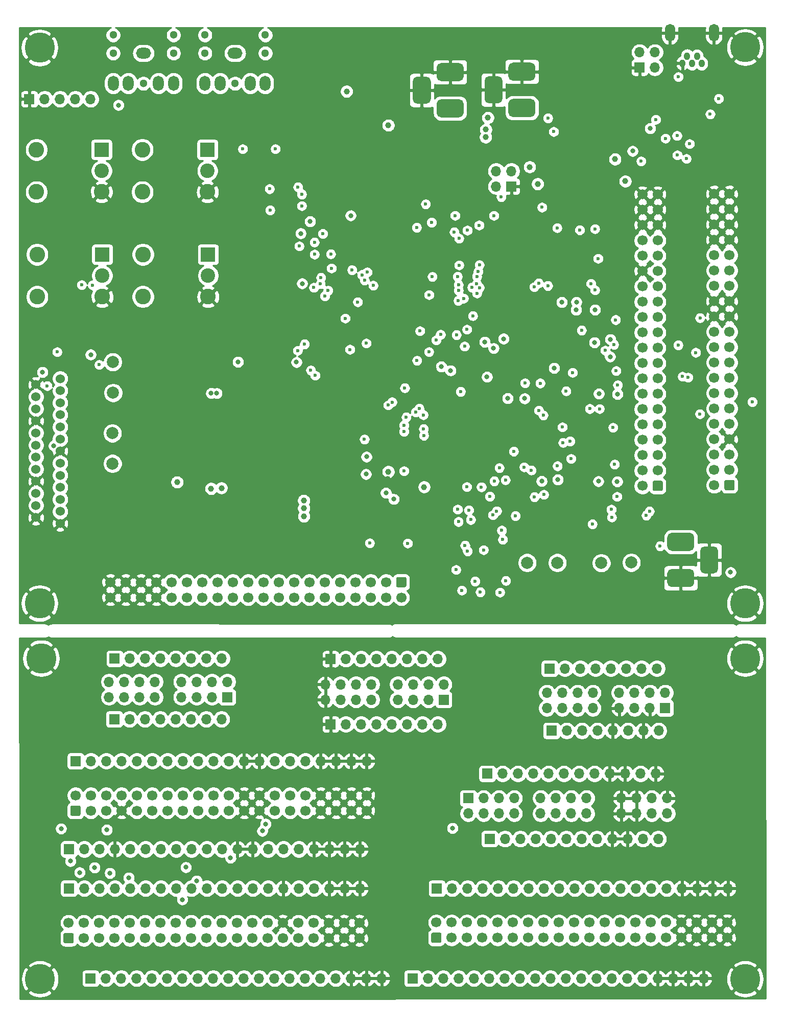
<source format=gbr>
G04 #@! TF.GenerationSoftware,KiCad,Pcbnew,5.1.7-a382d34a8~88~ubuntu20.04.1*
G04 #@! TF.CreationDate,2021-03-14T14:40:06-05:00*
G04 #@! TF.ProjectId,open-dash-daughterboard,6f70656e-2d64-4617-9368-2d6461756768,rev?*
G04 #@! TF.SameCoordinates,Original*
G04 #@! TF.FileFunction,Copper,L2,Inr*
G04 #@! TF.FilePolarity,Positive*
%FSLAX46Y46*%
G04 Gerber Fmt 4.6, Leading zero omitted, Abs format (unit mm)*
G04 Created by KiCad (PCBNEW 5.1.7-a382d34a8~88~ubuntu20.04.1) date 2021-03-14 14:40:06*
%MOMM*%
%LPD*%
G01*
G04 APERTURE LIST*
G04 #@! TA.AperFunction,ComponentPad*
%ADD10C,1.700000*%
G04 #@! TD*
G04 #@! TA.AperFunction,ComponentPad*
%ADD11C,5.000000*%
G04 #@! TD*
G04 #@! TA.AperFunction,ComponentPad*
%ADD12O,1.700000X1.700000*%
G04 #@! TD*
G04 #@! TA.AperFunction,ComponentPad*
%ADD13R,1.700000X1.700000*%
G04 #@! TD*
G04 #@! TA.AperFunction,ComponentPad*
%ADD14O,1.000000X1.300000*%
G04 #@! TD*
G04 #@! TA.AperFunction,ComponentPad*
%ADD15O,1.700000X2.900000*%
G04 #@! TD*
G04 #@! TA.AperFunction,ComponentPad*
%ADD16C,2.400000*%
G04 #@! TD*
G04 #@! TA.AperFunction,ComponentPad*
%ADD17C,2.600000*%
G04 #@! TD*
G04 #@! TA.AperFunction,ComponentPad*
%ADD18R,2.400000X2.400000*%
G04 #@! TD*
G04 #@! TA.AperFunction,ComponentPad*
%ADD19C,1.524000*%
G04 #@! TD*
G04 #@! TA.AperFunction,ComponentPad*
%ADD20O,1.800000X2.500000*%
G04 #@! TD*
G04 #@! TA.AperFunction,ComponentPad*
%ADD21C,1.300000*%
G04 #@! TD*
G04 #@! TA.AperFunction,ComponentPad*
%ADD22O,2.500000X1.800000*%
G04 #@! TD*
G04 #@! TA.AperFunction,ViaPad*
%ADD23C,2.000000*%
G04 #@! TD*
G04 #@! TA.AperFunction,ViaPad*
%ADD24C,1.000000*%
G04 #@! TD*
G04 #@! TA.AperFunction,ViaPad*
%ADD25C,0.800000*%
G04 #@! TD*
G04 #@! TA.AperFunction,ViaPad*
%ADD26C,0.600000*%
G04 #@! TD*
G04 #@! TA.AperFunction,ViaPad*
%ADD27C,1.500000*%
G04 #@! TD*
G04 #@! TA.AperFunction,Conductor*
%ADD28C,0.254000*%
G04 #@! TD*
G04 #@! TA.AperFunction,Conductor*
%ADD29C,0.100000*%
G04 #@! TD*
G04 APERTURE END LIST*
D10*
X204030000Y-72870000D03*
X204030000Y-75410000D03*
X204030000Y-77950000D03*
X204030000Y-80490000D03*
X204030000Y-83030000D03*
X204030000Y-85570000D03*
X204030000Y-88110000D03*
X204030000Y-90650000D03*
X204030000Y-93190000D03*
X204030000Y-95730000D03*
X204030000Y-98270000D03*
X204030000Y-100810000D03*
X204030000Y-103350000D03*
X204030000Y-105890000D03*
X204030000Y-108430000D03*
X204030000Y-110970000D03*
X204030000Y-113510000D03*
X204030000Y-116050000D03*
X204030000Y-118590000D03*
X204030000Y-121130000D03*
X206570000Y-72870000D03*
X206570000Y-75410000D03*
X206570000Y-77950000D03*
X206570000Y-80490000D03*
X206570000Y-83030000D03*
X206570000Y-85570000D03*
X206570000Y-88110000D03*
X206570000Y-90650000D03*
X206570000Y-93190000D03*
X206570000Y-95730000D03*
X206570000Y-98270000D03*
X206570000Y-100810000D03*
X206570000Y-103350000D03*
X206570000Y-105890000D03*
X206570000Y-108430000D03*
X206570000Y-110970000D03*
X206570000Y-113510000D03*
X206570000Y-116050000D03*
X206570000Y-118590000D03*
G04 #@! TA.AperFunction,ComponentPad*
G36*
G01*
X207420000Y-120530000D02*
X207420000Y-121730000D01*
G75*
G02*
X207170000Y-121980000I-250000J0D01*
G01*
X205970000Y-121980000D01*
G75*
G02*
X205720000Y-121730000I0J250000D01*
G01*
X205720000Y-120530000D01*
G75*
G02*
X205970000Y-120280000I250000J0D01*
G01*
X207170000Y-120280000D01*
G75*
G02*
X207420000Y-120530000I0J-250000D01*
G01*
G37*
G04 #@! TD.AperFunction*
X192125000Y-73000000D03*
X192125000Y-75540000D03*
X192125000Y-78080000D03*
X192125000Y-80620000D03*
X192125000Y-83160000D03*
X192125000Y-85700000D03*
X192125000Y-88240000D03*
X192125000Y-90780000D03*
X192125000Y-93320000D03*
X192125000Y-95860000D03*
X192125000Y-98400000D03*
X192125000Y-100940000D03*
X192125000Y-103480000D03*
X192125000Y-106020000D03*
X192125000Y-108560000D03*
X192125000Y-111100000D03*
X192125000Y-113640000D03*
X192125000Y-116180000D03*
X192125000Y-118720000D03*
X192125000Y-121260000D03*
X194665000Y-73000000D03*
X194665000Y-75540000D03*
X194665000Y-78080000D03*
X194665000Y-80620000D03*
X194665000Y-83160000D03*
X194665000Y-85700000D03*
X194665000Y-88240000D03*
X194665000Y-90780000D03*
X194665000Y-93320000D03*
X194665000Y-95860000D03*
X194665000Y-98400000D03*
X194665000Y-100940000D03*
X194665000Y-103480000D03*
X194665000Y-106020000D03*
X194665000Y-108560000D03*
X194665000Y-111100000D03*
X194665000Y-113640000D03*
X194665000Y-116180000D03*
X194665000Y-118720000D03*
G04 #@! TA.AperFunction,ComponentPad*
G36*
G01*
X195515000Y-120660000D02*
X195515000Y-121860000D01*
G75*
G02*
X195265000Y-122110000I-250000J0D01*
G01*
X194065000Y-122110000D01*
G75*
G02*
X193815000Y-121860000I0J250000D01*
G01*
X193815000Y-120660000D01*
G75*
G02*
X194065000Y-120410000I250000J0D01*
G01*
X195265000Y-120410000D01*
G75*
G02*
X195515000Y-120660000I0J-250000D01*
G01*
G37*
G04 #@! TD.AperFunction*
X146400000Y-172510000D03*
X143860000Y-172510000D03*
X141320000Y-172510000D03*
X138780000Y-172510000D03*
X136240000Y-172510000D03*
X133700000Y-172510000D03*
X131160000Y-172510000D03*
X128620000Y-172510000D03*
X126080000Y-172510000D03*
X123540000Y-172510000D03*
X121000000Y-172510000D03*
X118460000Y-172510000D03*
X115920000Y-172510000D03*
X113380000Y-172510000D03*
X110840000Y-172510000D03*
X108300000Y-172510000D03*
X105760000Y-172510000D03*
X103220000Y-172510000D03*
X100680000Y-172510000D03*
X98140000Y-172510000D03*
X146400000Y-175050000D03*
X143860000Y-175050000D03*
X141320000Y-175050000D03*
X138780000Y-175050000D03*
X136240000Y-175050000D03*
X133700000Y-175050000D03*
X131160000Y-175050000D03*
X128620000Y-175050000D03*
X126080000Y-175050000D03*
X123540000Y-175050000D03*
X121000000Y-175050000D03*
X118460000Y-175050000D03*
X115920000Y-175050000D03*
X113380000Y-175050000D03*
X110840000Y-175050000D03*
X108300000Y-175050000D03*
X105760000Y-175050000D03*
X103220000Y-175050000D03*
X100680000Y-175050000D03*
G04 #@! TA.AperFunction,ComponentPad*
G36*
G01*
X98740000Y-175900000D02*
X97540000Y-175900000D01*
G75*
G02*
X97290000Y-175650000I0J250000D01*
G01*
X97290000Y-174450000D01*
G75*
G02*
X97540000Y-174200000I250000J0D01*
G01*
X98740000Y-174200000D01*
G75*
G02*
X98990000Y-174450000I0J-250000D01*
G01*
X98990000Y-175650000D01*
G75*
G02*
X98740000Y-175900000I-250000J0D01*
G01*
G37*
G04 #@! TD.AperFunction*
X206220000Y-193560000D03*
X203680000Y-193560000D03*
X201140000Y-193560000D03*
X198600000Y-193560000D03*
X196060000Y-193560000D03*
X193520000Y-193560000D03*
X190980000Y-193560000D03*
X188440000Y-193560000D03*
X185900000Y-193560000D03*
X183360000Y-193560000D03*
X180820000Y-193560000D03*
X178280000Y-193560000D03*
X175740000Y-193560000D03*
X173200000Y-193560000D03*
X170660000Y-193560000D03*
X168120000Y-193560000D03*
X165580000Y-193560000D03*
X163040000Y-193560000D03*
X160500000Y-193560000D03*
X157960000Y-193560000D03*
X206220000Y-196100000D03*
X203680000Y-196100000D03*
X201140000Y-196100000D03*
X198600000Y-196100000D03*
X196060000Y-196100000D03*
X193520000Y-196100000D03*
X190980000Y-196100000D03*
X188440000Y-196100000D03*
X185900000Y-196100000D03*
X183360000Y-196100000D03*
X180820000Y-196100000D03*
X178280000Y-196100000D03*
X175740000Y-196100000D03*
X173200000Y-196100000D03*
X170660000Y-196100000D03*
X168120000Y-196100000D03*
X165580000Y-196100000D03*
X163040000Y-196100000D03*
X160500000Y-196100000D03*
G04 #@! TA.AperFunction,ComponentPad*
G36*
G01*
X158560000Y-196950000D02*
X157360000Y-196950000D01*
G75*
G02*
X157110000Y-196700000I0J250000D01*
G01*
X157110000Y-195500000D01*
G75*
G02*
X157360000Y-195250000I250000J0D01*
G01*
X158560000Y-195250000D01*
G75*
G02*
X158810000Y-195500000I0J-250000D01*
G01*
X158810000Y-196700000D01*
G75*
G02*
X158560000Y-196950000I-250000J0D01*
G01*
G37*
G04 #@! TD.AperFunction*
X145260000Y-193620000D03*
X142720000Y-193620000D03*
X140180000Y-193620000D03*
X137640000Y-193620000D03*
X135100000Y-193620000D03*
X132560000Y-193620000D03*
X130020000Y-193620000D03*
X127480000Y-193620000D03*
X124940000Y-193620000D03*
X122400000Y-193620000D03*
X119860000Y-193620000D03*
X117320000Y-193620000D03*
X114780000Y-193620000D03*
X112240000Y-193620000D03*
X109700000Y-193620000D03*
X107160000Y-193620000D03*
X104620000Y-193620000D03*
X102080000Y-193620000D03*
X99540000Y-193620000D03*
X97000000Y-193620000D03*
X145260000Y-196160000D03*
X142720000Y-196160000D03*
X140180000Y-196160000D03*
X137640000Y-196160000D03*
X135100000Y-196160000D03*
X132560000Y-196160000D03*
X130020000Y-196160000D03*
X127480000Y-196160000D03*
X124940000Y-196160000D03*
X122400000Y-196160000D03*
X119860000Y-196160000D03*
X117320000Y-196160000D03*
X114780000Y-196160000D03*
X112240000Y-196160000D03*
X109700000Y-196160000D03*
X107160000Y-196160000D03*
X104620000Y-196160000D03*
X102080000Y-196160000D03*
X99540000Y-196160000D03*
G04 #@! TA.AperFunction,ComponentPad*
G36*
G01*
X97600000Y-197010000D02*
X96400000Y-197010000D01*
G75*
G02*
X96150000Y-196760000I0J250000D01*
G01*
X96150000Y-195560000D01*
G75*
G02*
X96400000Y-195310000I250000J0D01*
G01*
X97600000Y-195310000D01*
G75*
G02*
X97850000Y-195560000I0J-250000D01*
G01*
X97850000Y-196760000D01*
G75*
G02*
X97600000Y-197010000I-250000J0D01*
G01*
G37*
G04 #@! TD.AperFunction*
D11*
X92260000Y-202920000D03*
X209160000Y-149820000D03*
X92460000Y-149820000D03*
X209160000Y-202920000D03*
D12*
X194740000Y-179720000D03*
X192200000Y-179720000D03*
X189660000Y-179720000D03*
X187120000Y-179720000D03*
X184580000Y-179720000D03*
X182040000Y-179720000D03*
X179500000Y-179720000D03*
X176960000Y-179720000D03*
X174420000Y-179720000D03*
X171880000Y-179720000D03*
X169340000Y-179720000D03*
D13*
X166800000Y-179720000D03*
D12*
X188600000Y-175520000D03*
X191140000Y-172980000D03*
X196220000Y-175520000D03*
X188600000Y-172980000D03*
X193680000Y-175520000D03*
X196220000Y-172980000D03*
X191140000Y-175520000D03*
X193680000Y-172980000D03*
D13*
X163250000Y-172980000D03*
D12*
X163250000Y-175520000D03*
X165790000Y-172980000D03*
X165790000Y-175520000D03*
X168330000Y-172980000D03*
X168330000Y-175520000D03*
X170870000Y-172980000D03*
X170870000Y-175520000D03*
X175250000Y-172980000D03*
X175250000Y-175520000D03*
X177790000Y-172980000D03*
X177790000Y-175520000D03*
X180330000Y-172980000D03*
X180330000Y-175520000D03*
X182870000Y-172980000D03*
X182870000Y-175520000D03*
X194340000Y-168920000D03*
X191800000Y-168920000D03*
X189260000Y-168920000D03*
X186720000Y-168920000D03*
X184180000Y-168920000D03*
X181640000Y-168920000D03*
X179100000Y-168920000D03*
X176560000Y-168920000D03*
X174020000Y-168920000D03*
X171480000Y-168920000D03*
X168940000Y-168920000D03*
D13*
X166400000Y-168920000D03*
D12*
X146420000Y-166820000D03*
X143880000Y-166820000D03*
X141340000Y-166820000D03*
X138800000Y-166820000D03*
X136260000Y-166820000D03*
X133720000Y-166820000D03*
X131180000Y-166820000D03*
X128640000Y-166820000D03*
X126100000Y-166820000D03*
X123560000Y-166820000D03*
X121020000Y-166820000D03*
X118480000Y-166820000D03*
X115940000Y-166820000D03*
X113400000Y-166820000D03*
X110860000Y-166820000D03*
X108320000Y-166820000D03*
X105780000Y-166820000D03*
X103240000Y-166820000D03*
X100700000Y-166820000D03*
D13*
X98160000Y-166820000D03*
D12*
X145320000Y-181420000D03*
X142780000Y-181420000D03*
X140240000Y-181420000D03*
X137700000Y-181420000D03*
X135160000Y-181420000D03*
X132620000Y-181420000D03*
X130080000Y-181420000D03*
X127540000Y-181420000D03*
X125000000Y-181420000D03*
X122460000Y-181420000D03*
X119920000Y-181420000D03*
X117380000Y-181420000D03*
X114840000Y-181420000D03*
X112300000Y-181420000D03*
X109760000Y-181420000D03*
X107220000Y-181420000D03*
X104680000Y-181420000D03*
X102140000Y-181420000D03*
X99600000Y-181420000D03*
D13*
X97060000Y-181420000D03*
D12*
X194520000Y-151500000D03*
X191980000Y-151500000D03*
X189440000Y-151500000D03*
X186900000Y-151500000D03*
X184360000Y-151500000D03*
X181820000Y-151500000D03*
X179280000Y-151500000D03*
D13*
X176740000Y-151500000D03*
D12*
X176290000Y-155520000D03*
X176290000Y-158060000D03*
X178830000Y-155520000D03*
X178830000Y-158060000D03*
X181370000Y-155520000D03*
X181370000Y-158060000D03*
X183910000Y-155520000D03*
X183910000Y-158060000D03*
X188290000Y-155520000D03*
X188290000Y-158060000D03*
X190830000Y-155520000D03*
X190830000Y-158060000D03*
X193370000Y-155520000D03*
X193370000Y-158060000D03*
X195910000Y-155520000D03*
D13*
X195910000Y-158060000D03*
D12*
X194820000Y-161800000D03*
X192280000Y-161800000D03*
X189740000Y-161800000D03*
X187200000Y-161800000D03*
X184660000Y-161800000D03*
X182120000Y-161800000D03*
X179580000Y-161800000D03*
D13*
X177040000Y-161800000D03*
D12*
X202280000Y-202820000D03*
X199740000Y-202820000D03*
X197200000Y-202820000D03*
X194660000Y-202820000D03*
X192120000Y-202820000D03*
X189580000Y-202820000D03*
X187040000Y-202820000D03*
X184500000Y-202820000D03*
X181960000Y-202820000D03*
X179420000Y-202820000D03*
X176880000Y-202820000D03*
X174340000Y-202820000D03*
X171800000Y-202820000D03*
X169260000Y-202820000D03*
X166720000Y-202820000D03*
X164180000Y-202820000D03*
X161640000Y-202820000D03*
X159100000Y-202820000D03*
X156560000Y-202820000D03*
D13*
X154020000Y-202820000D03*
D12*
X206320000Y-187920000D03*
X203780000Y-187920000D03*
X201240000Y-187920000D03*
X198700000Y-187920000D03*
X196160000Y-187920000D03*
X193620000Y-187920000D03*
X191080000Y-187920000D03*
X188540000Y-187920000D03*
X186000000Y-187920000D03*
X183460000Y-187920000D03*
X180920000Y-187920000D03*
X178380000Y-187920000D03*
X175840000Y-187920000D03*
X173300000Y-187920000D03*
X170760000Y-187920000D03*
X168220000Y-187920000D03*
X165680000Y-187920000D03*
X163140000Y-187920000D03*
X160600000Y-187920000D03*
D13*
X158060000Y-187920000D03*
D12*
X122400000Y-149850000D03*
X119860000Y-149850000D03*
X117320000Y-149850000D03*
X114780000Y-149850000D03*
X112240000Y-149850000D03*
X109700000Y-149850000D03*
X107160000Y-149850000D03*
D13*
X104620000Y-149850000D03*
D12*
X103700000Y-153700000D03*
X103700000Y-156240000D03*
X106240000Y-153700000D03*
X106240000Y-156240000D03*
X108780000Y-153700000D03*
X108780000Y-156240000D03*
X111320000Y-153700000D03*
X111320000Y-156240000D03*
X115700000Y-153700000D03*
X115700000Y-156240000D03*
X118240000Y-153700000D03*
X118240000Y-156240000D03*
X120780000Y-153700000D03*
X120780000Y-156240000D03*
X123320000Y-153700000D03*
D13*
X123320000Y-156240000D03*
D12*
X122350000Y-159890000D03*
X119810000Y-159890000D03*
X117270000Y-159890000D03*
X114730000Y-159890000D03*
X112190000Y-159890000D03*
X109650000Y-159890000D03*
X107110000Y-159890000D03*
D13*
X104570000Y-159890000D03*
D12*
X145320000Y-187920000D03*
X142780000Y-187920000D03*
X140240000Y-187920000D03*
X137700000Y-187920000D03*
X135160000Y-187920000D03*
X132620000Y-187920000D03*
X130080000Y-187920000D03*
X127540000Y-187920000D03*
X125000000Y-187920000D03*
X122460000Y-187920000D03*
X119920000Y-187920000D03*
X117380000Y-187920000D03*
X114840000Y-187920000D03*
X112300000Y-187920000D03*
X109760000Y-187920000D03*
X107220000Y-187920000D03*
X104680000Y-187920000D03*
X102140000Y-187920000D03*
X99600000Y-187920000D03*
D13*
X97060000Y-187920000D03*
D12*
X148920000Y-202820000D03*
X146380000Y-202820000D03*
X143840000Y-202820000D03*
X141300000Y-202820000D03*
X138760000Y-202820000D03*
X136220000Y-202820000D03*
X133680000Y-202820000D03*
X131140000Y-202820000D03*
X128600000Y-202820000D03*
X126060000Y-202820000D03*
X123520000Y-202820000D03*
X120980000Y-202820000D03*
X118440000Y-202820000D03*
X115900000Y-202820000D03*
X113360000Y-202820000D03*
X110820000Y-202820000D03*
X108280000Y-202820000D03*
X105740000Y-202820000D03*
X103200000Y-202820000D03*
D13*
X100660000Y-202820000D03*
D12*
X158210000Y-149920000D03*
X155670000Y-149920000D03*
X153130000Y-149920000D03*
X150590000Y-149920000D03*
X148050000Y-149920000D03*
X145510000Y-149920000D03*
X142970000Y-149920000D03*
D13*
X140430000Y-149920000D03*
D12*
X139570000Y-154130000D03*
X139570000Y-156670000D03*
X142110000Y-154130000D03*
X142110000Y-156670000D03*
X144650000Y-154130000D03*
X144650000Y-156670000D03*
X147190000Y-154130000D03*
X147190000Y-156670000D03*
X151570000Y-154130000D03*
X151570000Y-156670000D03*
X154110000Y-154130000D03*
X154110000Y-156670000D03*
X156650000Y-154130000D03*
X156650000Y-156670000D03*
X159190000Y-154130000D03*
D13*
X159190000Y-156670000D03*
D12*
X158210000Y-160720000D03*
X155670000Y-160720000D03*
X153130000Y-160720000D03*
X150590000Y-160720000D03*
X148050000Y-160720000D03*
X145510000Y-160720000D03*
X142970000Y-160720000D03*
D13*
X140430000Y-160720000D03*
D12*
X194200000Y-49430000D03*
X194200000Y-51970000D03*
X191660000Y-49430000D03*
D13*
X191660000Y-51970000D03*
D14*
X198757400Y-51284600D03*
X201957800Y-51284600D03*
X201170400Y-50090800D03*
X199544800Y-50065400D03*
X200357600Y-51284600D03*
D15*
X196700000Y-46230000D03*
X203989800Y-46230000D03*
G04 #@! TA.AperFunction,ComponentPad*
G36*
G01*
X170640000Y-57160000D02*
X173640000Y-57160000D01*
G75*
G02*
X174390000Y-57910000I0J-750000D01*
G01*
X174390000Y-59410000D01*
G75*
G02*
X173640000Y-60160000I-750000J0D01*
G01*
X170640000Y-60160000D01*
G75*
G02*
X169890000Y-59410000I0J750000D01*
G01*
X169890000Y-57910000D01*
G75*
G02*
X170640000Y-57160000I750000J0D01*
G01*
G37*
G04 #@! TD.AperFunction*
G04 #@! TA.AperFunction,ComponentPad*
G36*
G01*
X170640000Y-51160000D02*
X173640000Y-51160000D01*
G75*
G02*
X174390000Y-51910000I0J-750000D01*
G01*
X174390000Y-53410000D01*
G75*
G02*
X173640000Y-54160000I-750000J0D01*
G01*
X170640000Y-54160000D01*
G75*
G02*
X169890000Y-53410000I0J750000D01*
G01*
X169890000Y-51910000D01*
G75*
G02*
X170640000Y-51160000I750000J0D01*
G01*
G37*
G04 #@! TD.AperFunction*
G04 #@! TA.AperFunction,ComponentPad*
G36*
G01*
X166690000Y-53410000D02*
X168190000Y-53410000D01*
G75*
G02*
X168940000Y-54160000I0J-750000D01*
G01*
X168940000Y-57160000D01*
G75*
G02*
X168190000Y-57910000I-750000J0D01*
G01*
X166690000Y-57910000D01*
G75*
G02*
X165940000Y-57160000I0J750000D01*
G01*
X165940000Y-54160000D01*
G75*
G02*
X166690000Y-53410000I750000J0D01*
G01*
G37*
G04 #@! TD.AperFunction*
D10*
X103900000Y-139740000D03*
X106440000Y-139740000D03*
X108980000Y-139740000D03*
X111520000Y-139740000D03*
X114060000Y-139740000D03*
X116600000Y-139740000D03*
X119140000Y-139740000D03*
X121680000Y-139740000D03*
X124220000Y-139740000D03*
X126760000Y-139740000D03*
X129300000Y-139740000D03*
X131840000Y-139740000D03*
X134380000Y-139740000D03*
X136920000Y-139740000D03*
X139460000Y-139740000D03*
X142000000Y-139740000D03*
X144540000Y-139740000D03*
X147080000Y-139740000D03*
X149620000Y-139740000D03*
X152160000Y-139740000D03*
X103900000Y-137200000D03*
X106440000Y-137200000D03*
X108980000Y-137200000D03*
X111520000Y-137200000D03*
X114060000Y-137200000D03*
X116600000Y-137200000D03*
X119140000Y-137200000D03*
X121680000Y-137200000D03*
X124220000Y-137200000D03*
X126760000Y-137200000D03*
X129300000Y-137200000D03*
X131840000Y-137200000D03*
X134380000Y-137200000D03*
X136920000Y-137200000D03*
X139460000Y-137200000D03*
X142000000Y-137200000D03*
X144540000Y-137200000D03*
X147080000Y-137200000D03*
X149620000Y-137200000D03*
G04 #@! TA.AperFunction,ComponentPad*
G36*
G01*
X151560000Y-136350000D02*
X152760000Y-136350000D01*
G75*
G02*
X153010000Y-136600000I0J-250000D01*
G01*
X153010000Y-137800000D01*
G75*
G02*
X152760000Y-138050000I-250000J0D01*
G01*
X151560000Y-138050000D01*
G75*
G02*
X151310000Y-137800000I0J250000D01*
G01*
X151310000Y-136600000D01*
G75*
G02*
X151560000Y-136350000I250000J0D01*
G01*
G37*
G04 #@! TD.AperFunction*
D11*
X209160000Y-48620000D03*
X209160000Y-140720000D03*
X92200000Y-48700000D03*
X92200000Y-140700000D03*
D16*
X102475001Y-69075001D03*
D17*
X102475001Y-72575001D03*
D18*
X102475001Y-65575001D03*
D17*
X91675001Y-72575001D03*
X91675001Y-65575001D03*
D16*
X120025001Y-69075001D03*
D17*
X120025001Y-72575001D03*
D18*
X120025001Y-65575001D03*
D17*
X109225001Y-72575001D03*
X109225001Y-65575001D03*
D12*
X167870000Y-69120000D03*
X170410000Y-69120000D03*
X167870000Y-71660000D03*
D13*
X170410000Y-71660000D03*
G04 #@! TA.AperFunction,ComponentPad*
G36*
G01*
X158750000Y-57230000D02*
X161750000Y-57230000D01*
G75*
G02*
X162500000Y-57980000I0J-750000D01*
G01*
X162500000Y-59480000D01*
G75*
G02*
X161750000Y-60230000I-750000J0D01*
G01*
X158750000Y-60230000D01*
G75*
G02*
X158000000Y-59480000I0J750000D01*
G01*
X158000000Y-57980000D01*
G75*
G02*
X158750000Y-57230000I750000J0D01*
G01*
G37*
G04 #@! TD.AperFunction*
G04 #@! TA.AperFunction,ComponentPad*
G36*
G01*
X158750000Y-51230000D02*
X161750000Y-51230000D01*
G75*
G02*
X162500000Y-51980000I0J-750000D01*
G01*
X162500000Y-53480000D01*
G75*
G02*
X161750000Y-54230000I-750000J0D01*
G01*
X158750000Y-54230000D01*
G75*
G02*
X158000000Y-53480000I0J750000D01*
G01*
X158000000Y-51980000D01*
G75*
G02*
X158750000Y-51230000I750000J0D01*
G01*
G37*
G04 #@! TD.AperFunction*
G04 #@! TA.AperFunction,ComponentPad*
G36*
G01*
X154800000Y-53480000D02*
X156300000Y-53480000D01*
G75*
G02*
X157050000Y-54230000I0J-750000D01*
G01*
X157050000Y-57230000D01*
G75*
G02*
X156300000Y-57980000I-750000J0D01*
G01*
X154800000Y-57980000D01*
G75*
G02*
X154050000Y-57230000I0J750000D01*
G01*
X154050000Y-54230000D01*
G75*
G02*
X154800000Y-53480000I750000J0D01*
G01*
G37*
G04 #@! TD.AperFunction*
G04 #@! TA.AperFunction,ComponentPad*
G36*
G01*
X199985000Y-132020000D02*
X196985000Y-132020000D01*
G75*
G02*
X196235000Y-131270000I0J750000D01*
G01*
X196235000Y-129770000D01*
G75*
G02*
X196985000Y-129020000I750000J0D01*
G01*
X199985000Y-129020000D01*
G75*
G02*
X200735000Y-129770000I0J-750000D01*
G01*
X200735000Y-131270000D01*
G75*
G02*
X199985000Y-132020000I-750000J0D01*
G01*
G37*
G04 #@! TD.AperFunction*
G04 #@! TA.AperFunction,ComponentPad*
G36*
G01*
X199985000Y-138020000D02*
X196985000Y-138020000D01*
G75*
G02*
X196235000Y-137270000I0J750000D01*
G01*
X196235000Y-135770000D01*
G75*
G02*
X196985000Y-135020000I750000J0D01*
G01*
X199985000Y-135020000D01*
G75*
G02*
X200735000Y-135770000I0J-750000D01*
G01*
X200735000Y-137270000D01*
G75*
G02*
X199985000Y-138020000I-750000J0D01*
G01*
G37*
G04 #@! TD.AperFunction*
G04 #@! TA.AperFunction,ComponentPad*
G36*
G01*
X203935000Y-135770000D02*
X202435000Y-135770000D01*
G75*
G02*
X201685000Y-135020000I0J750000D01*
G01*
X201685000Y-132020000D01*
G75*
G02*
X202435000Y-131270000I750000J0D01*
G01*
X203935000Y-131270000D01*
G75*
G02*
X204685000Y-132020000I0J-750000D01*
G01*
X204685000Y-135020000D01*
G75*
G02*
X203935000Y-135770000I-750000J0D01*
G01*
G37*
G04 #@! TD.AperFunction*
D19*
X91599500Y-120489600D03*
X91599500Y-118495700D03*
X91599500Y-110494700D03*
X91599500Y-124490100D03*
X91599500Y-114495200D03*
X91599500Y-122496200D03*
X91599500Y-112488600D03*
X91599500Y-116489100D03*
X91599500Y-104487600D03*
X91599500Y-126496700D03*
X91599500Y-106494200D03*
X91599500Y-108488100D03*
X95600000Y-109491400D03*
X95600000Y-107497500D03*
X95600000Y-103497000D03*
X95600000Y-105490900D03*
X95600000Y-111498000D03*
X95600000Y-117492400D03*
X95600000Y-115498500D03*
X95600000Y-113491900D03*
X95600000Y-119499000D03*
X95600000Y-121492900D03*
X95600000Y-123499500D03*
X95600000Y-125493400D03*
X95600000Y-127500000D03*
D13*
X90500000Y-57200000D03*
D12*
X93040000Y-57200000D03*
X95580000Y-57200000D03*
X98120000Y-57200000D03*
X100660000Y-57200000D03*
D20*
X127101900Y-54600000D03*
X122098100Y-54600000D03*
X119596200Y-54600000D03*
X129603800Y-54600000D03*
D21*
X124600000Y-54600000D03*
D22*
X124600000Y-49596200D03*
D21*
X129603800Y-49596200D03*
X119596200Y-49596200D03*
X119596200Y-46586300D03*
X129603800Y-46586300D03*
D20*
X111901900Y-54600000D03*
X106898100Y-54600000D03*
X104396200Y-54600000D03*
X114403800Y-54600000D03*
D21*
X109400000Y-54600000D03*
D22*
X109400000Y-49596200D03*
D21*
X114403800Y-49596200D03*
X104396200Y-49596200D03*
X104396200Y-46586300D03*
X114403800Y-46586300D03*
D16*
X102575001Y-86425001D03*
D17*
X102575001Y-89925001D03*
D18*
X102575001Y-82925001D03*
D17*
X91775001Y-89925001D03*
X91775001Y-82925001D03*
D16*
X120125001Y-86425001D03*
D17*
X120125001Y-89925001D03*
D18*
X120125001Y-82925001D03*
D17*
X109325001Y-89925001D03*
X109325001Y-82925001D03*
D23*
X178020000Y-133990000D03*
X173020000Y-133990000D03*
X185310000Y-134020000D03*
X190290000Y-133950000D03*
X104270000Y-112530000D03*
X104290000Y-117560000D03*
D24*
X115000000Y-120630000D03*
D25*
X121540000Y-105920000D03*
X120640000Y-105910000D03*
D23*
X104320000Y-100730000D03*
X104380000Y-105830000D03*
D24*
X150000000Y-61530000D03*
X143090000Y-55930000D03*
D25*
X181130000Y-92100000D03*
X184270000Y-92090000D03*
X187990000Y-106050000D03*
X175440000Y-120470000D03*
X184830000Y-120500000D03*
X187940000Y-120540000D03*
X206740000Y-135560000D03*
D24*
X122340000Y-121610000D03*
X120630000Y-121720000D03*
D26*
X168720000Y-73390000D03*
X187050000Y-126460000D03*
D25*
X184915879Y-105983783D03*
X186770000Y-99860000D03*
X177490000Y-101740000D03*
X172600000Y-106780000D03*
X169790000Y-106760000D03*
D26*
X175680000Y-109550000D03*
D25*
X178090000Y-120210000D03*
D26*
X170790000Y-115540000D03*
X187250000Y-111590000D03*
X187520000Y-117690000D03*
X183600000Y-87760000D03*
X171075994Y-126223462D03*
D25*
X184180000Y-97494979D03*
D24*
X166180000Y-62250000D03*
X166140000Y-63490000D03*
D23*
X172860000Y-142030000D03*
X178060000Y-142080000D03*
X185260000Y-141990000D03*
X190280000Y-142010000D03*
X112380000Y-112560000D03*
X112210000Y-117600000D03*
D24*
X142680000Y-125220000D03*
X142630000Y-122780000D03*
X149935596Y-120108283D03*
D26*
X156720000Y-127910000D03*
X155770000Y-128700000D03*
X149460000Y-128830000D03*
D25*
X125150000Y-93160000D03*
X134780000Y-93150000D03*
D23*
X112400000Y-100670000D03*
X112350000Y-105840000D03*
D27*
X182330000Y-49290000D03*
X183930000Y-49370000D03*
X185640000Y-49440000D03*
X182290000Y-51600000D03*
X185380000Y-51600000D03*
X135830000Y-53050000D03*
X135980000Y-54670000D03*
X135810000Y-56410000D03*
X138160000Y-52990000D03*
X138160000Y-54810000D03*
X138050000Y-56560000D03*
D25*
X143730000Y-75220000D03*
X136840000Y-75470000D03*
X130820000Y-79300000D03*
X125830000Y-79340000D03*
X125990000Y-69840000D03*
X130990000Y-69920000D03*
X126050000Y-87820000D03*
X130950000Y-87830000D03*
X93160000Y-129110000D03*
X92850000Y-134400000D03*
X173150000Y-121750000D03*
X179090000Y-93300000D03*
X175880000Y-93250000D03*
D27*
X123970000Y-114390000D03*
X125700000Y-114420000D03*
X122290000Y-114320000D03*
X122210000Y-116490000D03*
X123930000Y-116430000D03*
X125650000Y-116400000D03*
D26*
X139650000Y-118870000D03*
D25*
X149010000Y-96910000D03*
X149070000Y-102000000D03*
X143070000Y-101940000D03*
X143080000Y-96860000D03*
X144880000Y-94520000D03*
X160900000Y-75260000D03*
X157320000Y-75280000D03*
X174990000Y-105520000D03*
X168400000Y-89750000D03*
X168330000Y-83570000D03*
X174190000Y-77460000D03*
X174010000Y-102740000D03*
X184040000Y-80530000D03*
X182810000Y-72360000D03*
X184760000Y-72360000D03*
X200530000Y-55180000D03*
X208230000Y-53360000D03*
X208690000Y-56190000D03*
X208790000Y-58060000D03*
X177630000Y-80640000D03*
D26*
X138930000Y-107290000D03*
D25*
X208550000Y-131420000D03*
X167450000Y-101570000D03*
X163300000Y-100270000D03*
D26*
X150380000Y-128045010D03*
D25*
X98150000Y-102070000D03*
X94560000Y-100960000D03*
X90325010Y-98721398D03*
D24*
X130988371Y-120974436D03*
X112840000Y-124420000D03*
X116520000Y-124450000D03*
X124010000Y-121470000D03*
D26*
X102540000Y-117160000D03*
X202640000Y-61900000D03*
X203210000Y-64770000D03*
D27*
X181040000Y-67060000D03*
D26*
X194630000Y-56990000D03*
D25*
X204003315Y-55361333D03*
D26*
X180230000Y-76230000D03*
X180070000Y-83660000D03*
D25*
X173526294Y-89925010D03*
D26*
X157810000Y-101940000D03*
D25*
X182750000Y-107190000D03*
X183960000Y-117680000D03*
X184355837Y-102319990D03*
X182570000Y-121760000D03*
X179835033Y-121915033D03*
D26*
X174130000Y-124590000D03*
D25*
X179811878Y-89052802D03*
D26*
X143470000Y-47340000D03*
X153080000Y-46430000D03*
D25*
X182293283Y-127419991D03*
D26*
X156855010Y-103899352D03*
D25*
X167283631Y-108764979D03*
D26*
X183838787Y-112389975D03*
D25*
X166985161Y-113224839D03*
X175230000Y-114745010D03*
X177838879Y-105155837D03*
X173990000Y-111924957D03*
X145194990Y-111590000D03*
D26*
X189920000Y-63770000D03*
D25*
X178247721Y-98604979D03*
X179553439Y-107265010D03*
D26*
X157890000Y-94110000D03*
D24*
X182970000Y-64580000D03*
X183790000Y-63220000D03*
D25*
X149580000Y-82140000D03*
X149600000Y-83210000D03*
X150570000Y-82230000D03*
X150600000Y-83240000D03*
X148560000Y-82140000D03*
X148540000Y-83130000D03*
D26*
X175134979Y-66180000D03*
D24*
X177035010Y-67000000D03*
X133710000Y-126440000D03*
X133730000Y-125210000D03*
D26*
X162440000Y-136930000D03*
D24*
X155690691Y-125254990D03*
D25*
X166670000Y-117234948D03*
D26*
X164290000Y-121510000D03*
X169654968Y-135440000D03*
X166656709Y-129708482D03*
X162650000Y-127200000D03*
X170845055Y-122200000D03*
X161590000Y-121360000D03*
X203360000Y-59680000D03*
X204780000Y-57120000D03*
X181739999Y-78879999D03*
X184780000Y-83600000D03*
X140020000Y-88900000D03*
D25*
X190510000Y-65800000D03*
X193400000Y-62060000D03*
D24*
X173430000Y-68440000D03*
X150000000Y-118910000D03*
X155940000Y-121440000D03*
D26*
X146920000Y-130720000D03*
X153220000Y-130760000D03*
D25*
X134780000Y-100770000D03*
X125070000Y-100730000D03*
X135480000Y-79440000D03*
X135730000Y-87740000D03*
X165990000Y-97430000D03*
X167450000Y-98470000D03*
X169110000Y-96890000D03*
X166360000Y-103200000D03*
X143770000Y-76490000D03*
X137030000Y-77460000D03*
D26*
X137870000Y-102960000D03*
X157937191Y-97104052D03*
X156735010Y-99050000D03*
X135030000Y-71760000D03*
X167500000Y-76480000D03*
X176470000Y-60350000D03*
D24*
X136010000Y-126290000D03*
X135990000Y-123680000D03*
X136000000Y-124950000D03*
D26*
X166820883Y-122999729D03*
X161230000Y-135140000D03*
X164387949Y-137051450D03*
X167553637Y-120457195D03*
X165795799Y-131863772D03*
X162720000Y-131110000D03*
X168502334Y-138884990D03*
X169490000Y-136960000D03*
X165430000Y-121440000D03*
X163010011Y-121408614D03*
D24*
X166500000Y-60270000D03*
X174754979Y-71250000D03*
X187580000Y-67150000D03*
X189290000Y-70800000D03*
D26*
X95100000Y-99070000D03*
D25*
X94565021Y-114613138D03*
X186820000Y-97000000D03*
D26*
X199700000Y-103290000D03*
X184250000Y-78700000D03*
X168800000Y-128620000D03*
X167970215Y-125425886D03*
X210340000Y-107340000D03*
X168980000Y-130150000D03*
X167336631Y-126079471D03*
X174940000Y-108760000D03*
X200970000Y-99170000D03*
X201661726Y-109331519D03*
X138840000Y-86750000D03*
X147490000Y-88060000D03*
X157290000Y-86610000D03*
X164900000Y-85730000D03*
X177990000Y-78530000D03*
X191910000Y-67480000D03*
X180120000Y-113850000D03*
X198760000Y-103140000D03*
X185950000Y-98810000D03*
X161980000Y-105650000D03*
X152730000Y-105030000D03*
X192764454Y-126135237D03*
X163130000Y-132050000D03*
X183830000Y-127580000D03*
X195060000Y-131210000D03*
X193299025Y-125462613D03*
D25*
X150898544Y-123446776D03*
X149603074Y-122413262D03*
D26*
X161630000Y-127190000D03*
X161490000Y-125140000D03*
D25*
X160320000Y-102150000D03*
X158770000Y-101510000D03*
D26*
X163100000Y-78930000D03*
X161720000Y-80270000D03*
X160930000Y-79220000D03*
X165053467Y-78087476D03*
X162190000Y-138560000D03*
X165250000Y-138830000D03*
X143980000Y-85490000D03*
X145630000Y-86300000D03*
X165100000Y-88420000D03*
X174920000Y-87680000D03*
X184250000Y-88830000D03*
X156754990Y-89616140D03*
X137760000Y-80900000D03*
X139140000Y-79490000D03*
X157180000Y-77620000D03*
X161080000Y-76480000D03*
X199410000Y-67070000D03*
X197910000Y-66470000D03*
X194350000Y-60590000D03*
X195940000Y-63710000D03*
X199950000Y-64610000D03*
X197860000Y-63260000D03*
X136120000Y-97770000D03*
X137660000Y-88410000D03*
X137770000Y-82910000D03*
X140460000Y-82850000D03*
X142860000Y-93510000D03*
X144930000Y-90800000D03*
X154700000Y-78460000D03*
X156190000Y-74590000D03*
X130310000Y-72070000D03*
X130410000Y-75590000D03*
X135230000Y-81550000D03*
X146053529Y-87185010D03*
X161730000Y-84700000D03*
X165110000Y-84660000D03*
X175480000Y-75120000D03*
X177420000Y-62590000D03*
X93447326Y-104675043D03*
X102080000Y-101180000D03*
X140585010Y-85211599D03*
X146501925Y-85854990D03*
X99160000Y-87970000D03*
X100980000Y-88000000D03*
X173710000Y-118670000D03*
X178030000Y-117960000D03*
X180290000Y-116750000D03*
X169426544Y-120280067D03*
X172520000Y-118140000D03*
X168413204Y-118274979D03*
X152594957Y-112243615D03*
X155885021Y-112918118D03*
X155800705Y-109509148D03*
X152968561Y-109882696D03*
X178970000Y-114100000D03*
X178860000Y-111520000D03*
X179470000Y-105540000D03*
X180540000Y-102490000D03*
X162490000Y-90200000D03*
X176440000Y-88110000D03*
X164690000Y-89355010D03*
X174180000Y-88305010D03*
X158660000Y-96200000D03*
X161290000Y-96240000D03*
X155860600Y-111829385D03*
X152594957Y-111211879D03*
X161594990Y-90570000D03*
X164012062Y-93093668D03*
X161640000Y-88860000D03*
X163888913Y-88367189D03*
X161630000Y-87930000D03*
X164653239Y-87756356D03*
D25*
X146310000Y-119300000D03*
X146389165Y-116425010D03*
D26*
X161480000Y-86590000D03*
X164690872Y-86570000D03*
X154760000Y-100490000D03*
X162640000Y-98140000D03*
X187390000Y-97860000D03*
X198050000Y-97940000D03*
X143640000Y-98660000D03*
X146350000Y-97630000D03*
X155250000Y-95600000D03*
X182040000Y-95480000D03*
X187690000Y-93750000D03*
X201670000Y-93440000D03*
X163030000Y-95350000D03*
X125870000Y-65460000D03*
X131290000Y-65450000D03*
X139480000Y-89810000D03*
X135655010Y-74880000D03*
X135655010Y-72963380D03*
X138751524Y-87816714D03*
X146040000Y-113540000D03*
X137140000Y-102100000D03*
X134980000Y-98840000D03*
X163660000Y-126850000D03*
X152600000Y-118780000D03*
X163350000Y-125290000D03*
X198080000Y-53510000D03*
X186970000Y-125150000D03*
X187920000Y-123030000D03*
X174220000Y-123090000D03*
X175780000Y-122700000D03*
X187770000Y-102200000D03*
X188030713Y-104564990D03*
X185020000Y-108490000D03*
X183390000Y-108480000D03*
X172650000Y-104220000D03*
X175180000Y-104250000D03*
D25*
X181180000Y-90820000D03*
X178750000Y-90830000D03*
X129120000Y-178400000D03*
X103350000Y-178210000D03*
X129640000Y-177239990D03*
X160640000Y-177930000D03*
X123841888Y-182855475D03*
X95760000Y-178020000D03*
X98820000Y-185280000D03*
X103860000Y-185380000D03*
X116437084Y-184409017D03*
X101310000Y-184460000D03*
X115840000Y-189770000D03*
X97300000Y-183410000D03*
X106970000Y-186160021D03*
X118211376Y-186647200D03*
X100667510Y-99524043D03*
X92665010Y-102408823D03*
D26*
X154550000Y-109030000D03*
X149990000Y-107880000D03*
X155131379Y-108440345D03*
X150616807Y-107382877D03*
D25*
X105270000Y-58200000D03*
D28*
X207763637Y-146313200D02*
X207886980Y-146379128D01*
X208020816Y-146419727D01*
X208125123Y-146430000D01*
X208160000Y-146433435D01*
X208194877Y-146430000D01*
X212451276Y-146430000D01*
X212558723Y-206180171D01*
X88968724Y-206209831D01*
X88966770Y-205123148D01*
X90236457Y-205123148D01*
X90512627Y-205541118D01*
X91057557Y-205831649D01*
X91648696Y-206010287D01*
X92263328Y-206070168D01*
X92877831Y-206008990D01*
X93468592Y-205829103D01*
X94007373Y-205541118D01*
X94283543Y-205123148D01*
X207136457Y-205123148D01*
X207412627Y-205541118D01*
X207957557Y-205831649D01*
X208548696Y-206010287D01*
X209163328Y-206070168D01*
X209777831Y-206008990D01*
X210368592Y-205829103D01*
X210907373Y-205541118D01*
X211183543Y-205123148D01*
X209160000Y-203099605D01*
X207136457Y-205123148D01*
X94283543Y-205123148D01*
X92260000Y-203099605D01*
X90236457Y-205123148D01*
X88966770Y-205123148D01*
X88962814Y-202923328D01*
X89109832Y-202923328D01*
X89171010Y-203537831D01*
X89350897Y-204128592D01*
X89638882Y-204667373D01*
X90056852Y-204943543D01*
X92080395Y-202920000D01*
X92439605Y-202920000D01*
X94463148Y-204943543D01*
X94881118Y-204667373D01*
X95171649Y-204122443D01*
X95350287Y-203531304D01*
X95410168Y-202916672D01*
X95348990Y-202302169D01*
X95247845Y-201970000D01*
X99171928Y-201970000D01*
X99171928Y-203670000D01*
X99184188Y-203794482D01*
X99220498Y-203914180D01*
X99279463Y-204024494D01*
X99358815Y-204121185D01*
X99455506Y-204200537D01*
X99565820Y-204259502D01*
X99685518Y-204295812D01*
X99810000Y-204308072D01*
X101510000Y-204308072D01*
X101634482Y-204295812D01*
X101754180Y-204259502D01*
X101864494Y-204200537D01*
X101961185Y-204121185D01*
X102040537Y-204024494D01*
X102099502Y-203914180D01*
X102121513Y-203841620D01*
X102253368Y-203973475D01*
X102496589Y-204135990D01*
X102766842Y-204247932D01*
X103053740Y-204305000D01*
X103346260Y-204305000D01*
X103633158Y-204247932D01*
X103903411Y-204135990D01*
X104146632Y-203973475D01*
X104353475Y-203766632D01*
X104470000Y-203592240D01*
X104586525Y-203766632D01*
X104793368Y-203973475D01*
X105036589Y-204135990D01*
X105306842Y-204247932D01*
X105593740Y-204305000D01*
X105886260Y-204305000D01*
X106173158Y-204247932D01*
X106443411Y-204135990D01*
X106686632Y-203973475D01*
X106893475Y-203766632D01*
X107010000Y-203592240D01*
X107126525Y-203766632D01*
X107333368Y-203973475D01*
X107576589Y-204135990D01*
X107846842Y-204247932D01*
X108133740Y-204305000D01*
X108426260Y-204305000D01*
X108713158Y-204247932D01*
X108983411Y-204135990D01*
X109226632Y-203973475D01*
X109433475Y-203766632D01*
X109550000Y-203592240D01*
X109666525Y-203766632D01*
X109873368Y-203973475D01*
X110116589Y-204135990D01*
X110386842Y-204247932D01*
X110673740Y-204305000D01*
X110966260Y-204305000D01*
X111253158Y-204247932D01*
X111523411Y-204135990D01*
X111766632Y-203973475D01*
X111973475Y-203766632D01*
X112090000Y-203592240D01*
X112206525Y-203766632D01*
X112413368Y-203973475D01*
X112656589Y-204135990D01*
X112926842Y-204247932D01*
X113213740Y-204305000D01*
X113506260Y-204305000D01*
X113793158Y-204247932D01*
X114063411Y-204135990D01*
X114306632Y-203973475D01*
X114513475Y-203766632D01*
X114630000Y-203592240D01*
X114746525Y-203766632D01*
X114953368Y-203973475D01*
X115196589Y-204135990D01*
X115466842Y-204247932D01*
X115753740Y-204305000D01*
X116046260Y-204305000D01*
X116333158Y-204247932D01*
X116603411Y-204135990D01*
X116846632Y-203973475D01*
X117053475Y-203766632D01*
X117170000Y-203592240D01*
X117286525Y-203766632D01*
X117493368Y-203973475D01*
X117736589Y-204135990D01*
X118006842Y-204247932D01*
X118293740Y-204305000D01*
X118586260Y-204305000D01*
X118873158Y-204247932D01*
X119143411Y-204135990D01*
X119386632Y-203973475D01*
X119593475Y-203766632D01*
X119710000Y-203592240D01*
X119826525Y-203766632D01*
X120033368Y-203973475D01*
X120276589Y-204135990D01*
X120546842Y-204247932D01*
X120833740Y-204305000D01*
X121126260Y-204305000D01*
X121413158Y-204247932D01*
X121683411Y-204135990D01*
X121926632Y-203973475D01*
X122133475Y-203766632D01*
X122250000Y-203592240D01*
X122366525Y-203766632D01*
X122573368Y-203973475D01*
X122816589Y-204135990D01*
X123086842Y-204247932D01*
X123373740Y-204305000D01*
X123666260Y-204305000D01*
X123953158Y-204247932D01*
X124223411Y-204135990D01*
X124466632Y-203973475D01*
X124673475Y-203766632D01*
X124790000Y-203592240D01*
X124906525Y-203766632D01*
X125113368Y-203973475D01*
X125356589Y-204135990D01*
X125626842Y-204247932D01*
X125913740Y-204305000D01*
X126206260Y-204305000D01*
X126493158Y-204247932D01*
X126763411Y-204135990D01*
X127006632Y-203973475D01*
X127213475Y-203766632D01*
X127330000Y-203592240D01*
X127446525Y-203766632D01*
X127653368Y-203973475D01*
X127896589Y-204135990D01*
X128166842Y-204247932D01*
X128453740Y-204305000D01*
X128746260Y-204305000D01*
X129033158Y-204247932D01*
X129303411Y-204135990D01*
X129546632Y-203973475D01*
X129753475Y-203766632D01*
X129870000Y-203592240D01*
X129986525Y-203766632D01*
X130193368Y-203973475D01*
X130436589Y-204135990D01*
X130706842Y-204247932D01*
X130993740Y-204305000D01*
X131286260Y-204305000D01*
X131573158Y-204247932D01*
X131843411Y-204135990D01*
X132086632Y-203973475D01*
X132293475Y-203766632D01*
X132410000Y-203592240D01*
X132526525Y-203766632D01*
X132733368Y-203973475D01*
X132976589Y-204135990D01*
X133246842Y-204247932D01*
X133533740Y-204305000D01*
X133826260Y-204305000D01*
X134113158Y-204247932D01*
X134383411Y-204135990D01*
X134626632Y-203973475D01*
X134833475Y-203766632D01*
X134950000Y-203592240D01*
X135066525Y-203766632D01*
X135273368Y-203973475D01*
X135516589Y-204135990D01*
X135786842Y-204247932D01*
X136073740Y-204305000D01*
X136366260Y-204305000D01*
X136653158Y-204247932D01*
X136923411Y-204135990D01*
X137166632Y-203973475D01*
X137373475Y-203766632D01*
X137490000Y-203592240D01*
X137606525Y-203766632D01*
X137813368Y-203973475D01*
X138056589Y-204135990D01*
X138326842Y-204247932D01*
X138613740Y-204305000D01*
X138906260Y-204305000D01*
X139193158Y-204247932D01*
X139463411Y-204135990D01*
X139706632Y-203973475D01*
X139913475Y-203766632D01*
X140030000Y-203592240D01*
X140146525Y-203766632D01*
X140353368Y-203973475D01*
X140596589Y-204135990D01*
X140866842Y-204247932D01*
X141153740Y-204305000D01*
X141446260Y-204305000D01*
X141733158Y-204247932D01*
X142003411Y-204135990D01*
X142246632Y-203973475D01*
X142453475Y-203766632D01*
X142575195Y-203584466D01*
X142644822Y-203701355D01*
X142839731Y-203917588D01*
X143073080Y-204091641D01*
X143335901Y-204216825D01*
X143483110Y-204261476D01*
X143713000Y-204140155D01*
X143713000Y-202947000D01*
X143967000Y-202947000D01*
X143967000Y-204140155D01*
X144196890Y-204261476D01*
X144344099Y-204216825D01*
X144606920Y-204091641D01*
X144840269Y-203917588D01*
X145035178Y-203701355D01*
X145110000Y-203575745D01*
X145184822Y-203701355D01*
X145379731Y-203917588D01*
X145613080Y-204091641D01*
X145875901Y-204216825D01*
X146023110Y-204261476D01*
X146253000Y-204140155D01*
X146253000Y-202947000D01*
X146507000Y-202947000D01*
X146507000Y-204140155D01*
X146736890Y-204261476D01*
X146884099Y-204216825D01*
X147146920Y-204091641D01*
X147380269Y-203917588D01*
X147575178Y-203701355D01*
X147650000Y-203575745D01*
X147724822Y-203701355D01*
X147919731Y-203917588D01*
X148153080Y-204091641D01*
X148415901Y-204216825D01*
X148563110Y-204261476D01*
X148793000Y-204140155D01*
X148793000Y-202947000D01*
X149047000Y-202947000D01*
X149047000Y-204140155D01*
X149276890Y-204261476D01*
X149424099Y-204216825D01*
X149686920Y-204091641D01*
X149920269Y-203917588D01*
X150115178Y-203701355D01*
X150264157Y-203451252D01*
X150361481Y-203176891D01*
X150240814Y-202947000D01*
X149047000Y-202947000D01*
X148793000Y-202947000D01*
X146507000Y-202947000D01*
X146253000Y-202947000D01*
X143967000Y-202947000D01*
X143713000Y-202947000D01*
X143693000Y-202947000D01*
X143693000Y-202693000D01*
X143713000Y-202693000D01*
X143713000Y-201499845D01*
X143967000Y-201499845D01*
X143967000Y-202693000D01*
X146253000Y-202693000D01*
X146253000Y-201499845D01*
X146507000Y-201499845D01*
X146507000Y-202693000D01*
X148793000Y-202693000D01*
X148793000Y-201499845D01*
X149047000Y-201499845D01*
X149047000Y-202693000D01*
X150240814Y-202693000D01*
X150361481Y-202463109D01*
X150264157Y-202188748D01*
X150133856Y-201970000D01*
X152531928Y-201970000D01*
X152531928Y-203670000D01*
X152544188Y-203794482D01*
X152580498Y-203914180D01*
X152639463Y-204024494D01*
X152718815Y-204121185D01*
X152815506Y-204200537D01*
X152925820Y-204259502D01*
X153045518Y-204295812D01*
X153170000Y-204308072D01*
X154870000Y-204308072D01*
X154994482Y-204295812D01*
X155114180Y-204259502D01*
X155224494Y-204200537D01*
X155321185Y-204121185D01*
X155400537Y-204024494D01*
X155459502Y-203914180D01*
X155481513Y-203841620D01*
X155613368Y-203973475D01*
X155856589Y-204135990D01*
X156126842Y-204247932D01*
X156413740Y-204305000D01*
X156706260Y-204305000D01*
X156993158Y-204247932D01*
X157263411Y-204135990D01*
X157506632Y-203973475D01*
X157713475Y-203766632D01*
X157830000Y-203592240D01*
X157946525Y-203766632D01*
X158153368Y-203973475D01*
X158396589Y-204135990D01*
X158666842Y-204247932D01*
X158953740Y-204305000D01*
X159246260Y-204305000D01*
X159533158Y-204247932D01*
X159803411Y-204135990D01*
X160046632Y-203973475D01*
X160253475Y-203766632D01*
X160370000Y-203592240D01*
X160486525Y-203766632D01*
X160693368Y-203973475D01*
X160936589Y-204135990D01*
X161206842Y-204247932D01*
X161493740Y-204305000D01*
X161786260Y-204305000D01*
X162073158Y-204247932D01*
X162343411Y-204135990D01*
X162586632Y-203973475D01*
X162793475Y-203766632D01*
X162910000Y-203592240D01*
X163026525Y-203766632D01*
X163233368Y-203973475D01*
X163476589Y-204135990D01*
X163746842Y-204247932D01*
X164033740Y-204305000D01*
X164326260Y-204305000D01*
X164613158Y-204247932D01*
X164883411Y-204135990D01*
X165126632Y-203973475D01*
X165333475Y-203766632D01*
X165450000Y-203592240D01*
X165566525Y-203766632D01*
X165773368Y-203973475D01*
X166016589Y-204135990D01*
X166286842Y-204247932D01*
X166573740Y-204305000D01*
X166866260Y-204305000D01*
X167153158Y-204247932D01*
X167423411Y-204135990D01*
X167666632Y-203973475D01*
X167873475Y-203766632D01*
X167990000Y-203592240D01*
X168106525Y-203766632D01*
X168313368Y-203973475D01*
X168556589Y-204135990D01*
X168826842Y-204247932D01*
X169113740Y-204305000D01*
X169406260Y-204305000D01*
X169693158Y-204247932D01*
X169963411Y-204135990D01*
X170206632Y-203973475D01*
X170413475Y-203766632D01*
X170530000Y-203592240D01*
X170646525Y-203766632D01*
X170853368Y-203973475D01*
X171096589Y-204135990D01*
X171366842Y-204247932D01*
X171653740Y-204305000D01*
X171946260Y-204305000D01*
X172233158Y-204247932D01*
X172503411Y-204135990D01*
X172746632Y-203973475D01*
X172953475Y-203766632D01*
X173070000Y-203592240D01*
X173186525Y-203766632D01*
X173393368Y-203973475D01*
X173636589Y-204135990D01*
X173906842Y-204247932D01*
X174193740Y-204305000D01*
X174486260Y-204305000D01*
X174773158Y-204247932D01*
X175043411Y-204135990D01*
X175286632Y-203973475D01*
X175493475Y-203766632D01*
X175610000Y-203592240D01*
X175726525Y-203766632D01*
X175933368Y-203973475D01*
X176176589Y-204135990D01*
X176446842Y-204247932D01*
X176733740Y-204305000D01*
X177026260Y-204305000D01*
X177313158Y-204247932D01*
X177583411Y-204135990D01*
X177826632Y-203973475D01*
X178033475Y-203766632D01*
X178150000Y-203592240D01*
X178266525Y-203766632D01*
X178473368Y-203973475D01*
X178716589Y-204135990D01*
X178986842Y-204247932D01*
X179273740Y-204305000D01*
X179566260Y-204305000D01*
X179853158Y-204247932D01*
X180123411Y-204135990D01*
X180366632Y-203973475D01*
X180573475Y-203766632D01*
X180690000Y-203592240D01*
X180806525Y-203766632D01*
X181013368Y-203973475D01*
X181256589Y-204135990D01*
X181526842Y-204247932D01*
X181813740Y-204305000D01*
X182106260Y-204305000D01*
X182393158Y-204247932D01*
X182663411Y-204135990D01*
X182906632Y-203973475D01*
X183113475Y-203766632D01*
X183230000Y-203592240D01*
X183346525Y-203766632D01*
X183553368Y-203973475D01*
X183796589Y-204135990D01*
X184066842Y-204247932D01*
X184353740Y-204305000D01*
X184646260Y-204305000D01*
X184933158Y-204247932D01*
X185203411Y-204135990D01*
X185446632Y-203973475D01*
X185653475Y-203766632D01*
X185770000Y-203592240D01*
X185886525Y-203766632D01*
X186093368Y-203973475D01*
X186336589Y-204135990D01*
X186606842Y-204247932D01*
X186893740Y-204305000D01*
X187186260Y-204305000D01*
X187473158Y-204247932D01*
X187743411Y-204135990D01*
X187986632Y-203973475D01*
X188193475Y-203766632D01*
X188310000Y-203592240D01*
X188426525Y-203766632D01*
X188633368Y-203973475D01*
X188876589Y-204135990D01*
X189146842Y-204247932D01*
X189433740Y-204305000D01*
X189726260Y-204305000D01*
X190013158Y-204247932D01*
X190283411Y-204135990D01*
X190526632Y-203973475D01*
X190733475Y-203766632D01*
X190850000Y-203592240D01*
X190966525Y-203766632D01*
X191173368Y-203973475D01*
X191416589Y-204135990D01*
X191686842Y-204247932D01*
X191973740Y-204305000D01*
X192266260Y-204305000D01*
X192553158Y-204247932D01*
X192823411Y-204135990D01*
X193066632Y-203973475D01*
X193273475Y-203766632D01*
X193395195Y-203584466D01*
X193464822Y-203701355D01*
X193659731Y-203917588D01*
X193893080Y-204091641D01*
X194155901Y-204216825D01*
X194303110Y-204261476D01*
X194533000Y-204140155D01*
X194533000Y-202947000D01*
X194787000Y-202947000D01*
X194787000Y-204140155D01*
X195016890Y-204261476D01*
X195164099Y-204216825D01*
X195426920Y-204091641D01*
X195660269Y-203917588D01*
X195855178Y-203701355D01*
X195930000Y-203575745D01*
X196004822Y-203701355D01*
X196199731Y-203917588D01*
X196433080Y-204091641D01*
X196695901Y-204216825D01*
X196843110Y-204261476D01*
X197073000Y-204140155D01*
X197073000Y-202947000D01*
X197327000Y-202947000D01*
X197327000Y-204140155D01*
X197556890Y-204261476D01*
X197704099Y-204216825D01*
X197966920Y-204091641D01*
X198200269Y-203917588D01*
X198395178Y-203701355D01*
X198470000Y-203575745D01*
X198544822Y-203701355D01*
X198739731Y-203917588D01*
X198973080Y-204091641D01*
X199235901Y-204216825D01*
X199383110Y-204261476D01*
X199613000Y-204140155D01*
X199613000Y-202947000D01*
X199867000Y-202947000D01*
X199867000Y-204140155D01*
X200096890Y-204261476D01*
X200244099Y-204216825D01*
X200506920Y-204091641D01*
X200740269Y-203917588D01*
X200935178Y-203701355D01*
X201010000Y-203575745D01*
X201084822Y-203701355D01*
X201279731Y-203917588D01*
X201513080Y-204091641D01*
X201775901Y-204216825D01*
X201923110Y-204261476D01*
X202153000Y-204140155D01*
X202153000Y-202947000D01*
X202407000Y-202947000D01*
X202407000Y-204140155D01*
X202636890Y-204261476D01*
X202784099Y-204216825D01*
X203046920Y-204091641D01*
X203280269Y-203917588D01*
X203475178Y-203701355D01*
X203624157Y-203451252D01*
X203721481Y-203176891D01*
X203600814Y-202947000D01*
X202407000Y-202947000D01*
X202153000Y-202947000D01*
X199867000Y-202947000D01*
X199613000Y-202947000D01*
X197327000Y-202947000D01*
X197073000Y-202947000D01*
X194787000Y-202947000D01*
X194533000Y-202947000D01*
X194513000Y-202947000D01*
X194513000Y-202923328D01*
X206009832Y-202923328D01*
X206071010Y-203537831D01*
X206250897Y-204128592D01*
X206538882Y-204667373D01*
X206956852Y-204943543D01*
X208980395Y-202920000D01*
X209339605Y-202920000D01*
X211363148Y-204943543D01*
X211781118Y-204667373D01*
X212071649Y-204122443D01*
X212250287Y-203531304D01*
X212310168Y-202916672D01*
X212248990Y-202302169D01*
X212069103Y-201711408D01*
X211781118Y-201172627D01*
X211363148Y-200896457D01*
X209339605Y-202920000D01*
X208980395Y-202920000D01*
X206956852Y-200896457D01*
X206538882Y-201172627D01*
X206248351Y-201717557D01*
X206069713Y-202308696D01*
X206009832Y-202923328D01*
X194513000Y-202923328D01*
X194513000Y-202693000D01*
X194533000Y-202693000D01*
X194533000Y-201499845D01*
X194787000Y-201499845D01*
X194787000Y-202693000D01*
X197073000Y-202693000D01*
X197073000Y-201499845D01*
X197327000Y-201499845D01*
X197327000Y-202693000D01*
X199613000Y-202693000D01*
X199613000Y-201499845D01*
X199867000Y-201499845D01*
X199867000Y-202693000D01*
X202153000Y-202693000D01*
X202153000Y-201499845D01*
X202407000Y-201499845D01*
X202407000Y-202693000D01*
X203600814Y-202693000D01*
X203721481Y-202463109D01*
X203624157Y-202188748D01*
X203475178Y-201938645D01*
X203280269Y-201722412D01*
X203046920Y-201548359D01*
X202784099Y-201423175D01*
X202636890Y-201378524D01*
X202407000Y-201499845D01*
X202153000Y-201499845D01*
X201923110Y-201378524D01*
X201775901Y-201423175D01*
X201513080Y-201548359D01*
X201279731Y-201722412D01*
X201084822Y-201938645D01*
X201010000Y-202064255D01*
X200935178Y-201938645D01*
X200740269Y-201722412D01*
X200506920Y-201548359D01*
X200244099Y-201423175D01*
X200096890Y-201378524D01*
X199867000Y-201499845D01*
X199613000Y-201499845D01*
X199383110Y-201378524D01*
X199235901Y-201423175D01*
X198973080Y-201548359D01*
X198739731Y-201722412D01*
X198544822Y-201938645D01*
X198470000Y-202064255D01*
X198395178Y-201938645D01*
X198200269Y-201722412D01*
X197966920Y-201548359D01*
X197704099Y-201423175D01*
X197556890Y-201378524D01*
X197327000Y-201499845D01*
X197073000Y-201499845D01*
X196843110Y-201378524D01*
X196695901Y-201423175D01*
X196433080Y-201548359D01*
X196199731Y-201722412D01*
X196004822Y-201938645D01*
X195930000Y-202064255D01*
X195855178Y-201938645D01*
X195660269Y-201722412D01*
X195426920Y-201548359D01*
X195164099Y-201423175D01*
X195016890Y-201378524D01*
X194787000Y-201499845D01*
X194533000Y-201499845D01*
X194303110Y-201378524D01*
X194155901Y-201423175D01*
X193893080Y-201548359D01*
X193659731Y-201722412D01*
X193464822Y-201938645D01*
X193395195Y-202055534D01*
X193273475Y-201873368D01*
X193066632Y-201666525D01*
X192823411Y-201504010D01*
X192553158Y-201392068D01*
X192266260Y-201335000D01*
X191973740Y-201335000D01*
X191686842Y-201392068D01*
X191416589Y-201504010D01*
X191173368Y-201666525D01*
X190966525Y-201873368D01*
X190850000Y-202047760D01*
X190733475Y-201873368D01*
X190526632Y-201666525D01*
X190283411Y-201504010D01*
X190013158Y-201392068D01*
X189726260Y-201335000D01*
X189433740Y-201335000D01*
X189146842Y-201392068D01*
X188876589Y-201504010D01*
X188633368Y-201666525D01*
X188426525Y-201873368D01*
X188310000Y-202047760D01*
X188193475Y-201873368D01*
X187986632Y-201666525D01*
X187743411Y-201504010D01*
X187473158Y-201392068D01*
X187186260Y-201335000D01*
X186893740Y-201335000D01*
X186606842Y-201392068D01*
X186336589Y-201504010D01*
X186093368Y-201666525D01*
X185886525Y-201873368D01*
X185770000Y-202047760D01*
X185653475Y-201873368D01*
X185446632Y-201666525D01*
X185203411Y-201504010D01*
X184933158Y-201392068D01*
X184646260Y-201335000D01*
X184353740Y-201335000D01*
X184066842Y-201392068D01*
X183796589Y-201504010D01*
X183553368Y-201666525D01*
X183346525Y-201873368D01*
X183230000Y-202047760D01*
X183113475Y-201873368D01*
X182906632Y-201666525D01*
X182663411Y-201504010D01*
X182393158Y-201392068D01*
X182106260Y-201335000D01*
X181813740Y-201335000D01*
X181526842Y-201392068D01*
X181256589Y-201504010D01*
X181013368Y-201666525D01*
X180806525Y-201873368D01*
X180690000Y-202047760D01*
X180573475Y-201873368D01*
X180366632Y-201666525D01*
X180123411Y-201504010D01*
X179853158Y-201392068D01*
X179566260Y-201335000D01*
X179273740Y-201335000D01*
X178986842Y-201392068D01*
X178716589Y-201504010D01*
X178473368Y-201666525D01*
X178266525Y-201873368D01*
X178150000Y-202047760D01*
X178033475Y-201873368D01*
X177826632Y-201666525D01*
X177583411Y-201504010D01*
X177313158Y-201392068D01*
X177026260Y-201335000D01*
X176733740Y-201335000D01*
X176446842Y-201392068D01*
X176176589Y-201504010D01*
X175933368Y-201666525D01*
X175726525Y-201873368D01*
X175610000Y-202047760D01*
X175493475Y-201873368D01*
X175286632Y-201666525D01*
X175043411Y-201504010D01*
X174773158Y-201392068D01*
X174486260Y-201335000D01*
X174193740Y-201335000D01*
X173906842Y-201392068D01*
X173636589Y-201504010D01*
X173393368Y-201666525D01*
X173186525Y-201873368D01*
X173070000Y-202047760D01*
X172953475Y-201873368D01*
X172746632Y-201666525D01*
X172503411Y-201504010D01*
X172233158Y-201392068D01*
X171946260Y-201335000D01*
X171653740Y-201335000D01*
X171366842Y-201392068D01*
X171096589Y-201504010D01*
X170853368Y-201666525D01*
X170646525Y-201873368D01*
X170530000Y-202047760D01*
X170413475Y-201873368D01*
X170206632Y-201666525D01*
X169963411Y-201504010D01*
X169693158Y-201392068D01*
X169406260Y-201335000D01*
X169113740Y-201335000D01*
X168826842Y-201392068D01*
X168556589Y-201504010D01*
X168313368Y-201666525D01*
X168106525Y-201873368D01*
X167990000Y-202047760D01*
X167873475Y-201873368D01*
X167666632Y-201666525D01*
X167423411Y-201504010D01*
X167153158Y-201392068D01*
X166866260Y-201335000D01*
X166573740Y-201335000D01*
X166286842Y-201392068D01*
X166016589Y-201504010D01*
X165773368Y-201666525D01*
X165566525Y-201873368D01*
X165450000Y-202047760D01*
X165333475Y-201873368D01*
X165126632Y-201666525D01*
X164883411Y-201504010D01*
X164613158Y-201392068D01*
X164326260Y-201335000D01*
X164033740Y-201335000D01*
X163746842Y-201392068D01*
X163476589Y-201504010D01*
X163233368Y-201666525D01*
X163026525Y-201873368D01*
X162910000Y-202047760D01*
X162793475Y-201873368D01*
X162586632Y-201666525D01*
X162343411Y-201504010D01*
X162073158Y-201392068D01*
X161786260Y-201335000D01*
X161493740Y-201335000D01*
X161206842Y-201392068D01*
X160936589Y-201504010D01*
X160693368Y-201666525D01*
X160486525Y-201873368D01*
X160370000Y-202047760D01*
X160253475Y-201873368D01*
X160046632Y-201666525D01*
X159803411Y-201504010D01*
X159533158Y-201392068D01*
X159246260Y-201335000D01*
X158953740Y-201335000D01*
X158666842Y-201392068D01*
X158396589Y-201504010D01*
X158153368Y-201666525D01*
X157946525Y-201873368D01*
X157830000Y-202047760D01*
X157713475Y-201873368D01*
X157506632Y-201666525D01*
X157263411Y-201504010D01*
X156993158Y-201392068D01*
X156706260Y-201335000D01*
X156413740Y-201335000D01*
X156126842Y-201392068D01*
X155856589Y-201504010D01*
X155613368Y-201666525D01*
X155481513Y-201798380D01*
X155459502Y-201725820D01*
X155400537Y-201615506D01*
X155321185Y-201518815D01*
X155224494Y-201439463D01*
X155114180Y-201380498D01*
X154994482Y-201344188D01*
X154870000Y-201331928D01*
X153170000Y-201331928D01*
X153045518Y-201344188D01*
X152925820Y-201380498D01*
X152815506Y-201439463D01*
X152718815Y-201518815D01*
X152639463Y-201615506D01*
X152580498Y-201725820D01*
X152544188Y-201845518D01*
X152531928Y-201970000D01*
X150133856Y-201970000D01*
X150115178Y-201938645D01*
X149920269Y-201722412D01*
X149686920Y-201548359D01*
X149424099Y-201423175D01*
X149276890Y-201378524D01*
X149047000Y-201499845D01*
X148793000Y-201499845D01*
X148563110Y-201378524D01*
X148415901Y-201423175D01*
X148153080Y-201548359D01*
X147919731Y-201722412D01*
X147724822Y-201938645D01*
X147650000Y-202064255D01*
X147575178Y-201938645D01*
X147380269Y-201722412D01*
X147146920Y-201548359D01*
X146884099Y-201423175D01*
X146736890Y-201378524D01*
X146507000Y-201499845D01*
X146253000Y-201499845D01*
X146023110Y-201378524D01*
X145875901Y-201423175D01*
X145613080Y-201548359D01*
X145379731Y-201722412D01*
X145184822Y-201938645D01*
X145110000Y-202064255D01*
X145035178Y-201938645D01*
X144840269Y-201722412D01*
X144606920Y-201548359D01*
X144344099Y-201423175D01*
X144196890Y-201378524D01*
X143967000Y-201499845D01*
X143713000Y-201499845D01*
X143483110Y-201378524D01*
X143335901Y-201423175D01*
X143073080Y-201548359D01*
X142839731Y-201722412D01*
X142644822Y-201938645D01*
X142575195Y-202055534D01*
X142453475Y-201873368D01*
X142246632Y-201666525D01*
X142003411Y-201504010D01*
X141733158Y-201392068D01*
X141446260Y-201335000D01*
X141153740Y-201335000D01*
X140866842Y-201392068D01*
X140596589Y-201504010D01*
X140353368Y-201666525D01*
X140146525Y-201873368D01*
X140030000Y-202047760D01*
X139913475Y-201873368D01*
X139706632Y-201666525D01*
X139463411Y-201504010D01*
X139193158Y-201392068D01*
X138906260Y-201335000D01*
X138613740Y-201335000D01*
X138326842Y-201392068D01*
X138056589Y-201504010D01*
X137813368Y-201666525D01*
X137606525Y-201873368D01*
X137490000Y-202047760D01*
X137373475Y-201873368D01*
X137166632Y-201666525D01*
X136923411Y-201504010D01*
X136653158Y-201392068D01*
X136366260Y-201335000D01*
X136073740Y-201335000D01*
X135786842Y-201392068D01*
X135516589Y-201504010D01*
X135273368Y-201666525D01*
X135066525Y-201873368D01*
X134950000Y-202047760D01*
X134833475Y-201873368D01*
X134626632Y-201666525D01*
X134383411Y-201504010D01*
X134113158Y-201392068D01*
X133826260Y-201335000D01*
X133533740Y-201335000D01*
X133246842Y-201392068D01*
X132976589Y-201504010D01*
X132733368Y-201666525D01*
X132526525Y-201873368D01*
X132410000Y-202047760D01*
X132293475Y-201873368D01*
X132086632Y-201666525D01*
X131843411Y-201504010D01*
X131573158Y-201392068D01*
X131286260Y-201335000D01*
X130993740Y-201335000D01*
X130706842Y-201392068D01*
X130436589Y-201504010D01*
X130193368Y-201666525D01*
X129986525Y-201873368D01*
X129870000Y-202047760D01*
X129753475Y-201873368D01*
X129546632Y-201666525D01*
X129303411Y-201504010D01*
X129033158Y-201392068D01*
X128746260Y-201335000D01*
X128453740Y-201335000D01*
X128166842Y-201392068D01*
X127896589Y-201504010D01*
X127653368Y-201666525D01*
X127446525Y-201873368D01*
X127330000Y-202047760D01*
X127213475Y-201873368D01*
X127006632Y-201666525D01*
X126763411Y-201504010D01*
X126493158Y-201392068D01*
X126206260Y-201335000D01*
X125913740Y-201335000D01*
X125626842Y-201392068D01*
X125356589Y-201504010D01*
X125113368Y-201666525D01*
X124906525Y-201873368D01*
X124790000Y-202047760D01*
X124673475Y-201873368D01*
X124466632Y-201666525D01*
X124223411Y-201504010D01*
X123953158Y-201392068D01*
X123666260Y-201335000D01*
X123373740Y-201335000D01*
X123086842Y-201392068D01*
X122816589Y-201504010D01*
X122573368Y-201666525D01*
X122366525Y-201873368D01*
X122250000Y-202047760D01*
X122133475Y-201873368D01*
X121926632Y-201666525D01*
X121683411Y-201504010D01*
X121413158Y-201392068D01*
X121126260Y-201335000D01*
X120833740Y-201335000D01*
X120546842Y-201392068D01*
X120276589Y-201504010D01*
X120033368Y-201666525D01*
X119826525Y-201873368D01*
X119710000Y-202047760D01*
X119593475Y-201873368D01*
X119386632Y-201666525D01*
X119143411Y-201504010D01*
X118873158Y-201392068D01*
X118586260Y-201335000D01*
X118293740Y-201335000D01*
X118006842Y-201392068D01*
X117736589Y-201504010D01*
X117493368Y-201666525D01*
X117286525Y-201873368D01*
X117170000Y-202047760D01*
X117053475Y-201873368D01*
X116846632Y-201666525D01*
X116603411Y-201504010D01*
X116333158Y-201392068D01*
X116046260Y-201335000D01*
X115753740Y-201335000D01*
X115466842Y-201392068D01*
X115196589Y-201504010D01*
X114953368Y-201666525D01*
X114746525Y-201873368D01*
X114630000Y-202047760D01*
X114513475Y-201873368D01*
X114306632Y-201666525D01*
X114063411Y-201504010D01*
X113793158Y-201392068D01*
X113506260Y-201335000D01*
X113213740Y-201335000D01*
X112926842Y-201392068D01*
X112656589Y-201504010D01*
X112413368Y-201666525D01*
X112206525Y-201873368D01*
X112090000Y-202047760D01*
X111973475Y-201873368D01*
X111766632Y-201666525D01*
X111523411Y-201504010D01*
X111253158Y-201392068D01*
X110966260Y-201335000D01*
X110673740Y-201335000D01*
X110386842Y-201392068D01*
X110116589Y-201504010D01*
X109873368Y-201666525D01*
X109666525Y-201873368D01*
X109550000Y-202047760D01*
X109433475Y-201873368D01*
X109226632Y-201666525D01*
X108983411Y-201504010D01*
X108713158Y-201392068D01*
X108426260Y-201335000D01*
X108133740Y-201335000D01*
X107846842Y-201392068D01*
X107576589Y-201504010D01*
X107333368Y-201666525D01*
X107126525Y-201873368D01*
X107010000Y-202047760D01*
X106893475Y-201873368D01*
X106686632Y-201666525D01*
X106443411Y-201504010D01*
X106173158Y-201392068D01*
X105886260Y-201335000D01*
X105593740Y-201335000D01*
X105306842Y-201392068D01*
X105036589Y-201504010D01*
X104793368Y-201666525D01*
X104586525Y-201873368D01*
X104470000Y-202047760D01*
X104353475Y-201873368D01*
X104146632Y-201666525D01*
X103903411Y-201504010D01*
X103633158Y-201392068D01*
X103346260Y-201335000D01*
X103053740Y-201335000D01*
X102766842Y-201392068D01*
X102496589Y-201504010D01*
X102253368Y-201666525D01*
X102121513Y-201798380D01*
X102099502Y-201725820D01*
X102040537Y-201615506D01*
X101961185Y-201518815D01*
X101864494Y-201439463D01*
X101754180Y-201380498D01*
X101634482Y-201344188D01*
X101510000Y-201331928D01*
X99810000Y-201331928D01*
X99685518Y-201344188D01*
X99565820Y-201380498D01*
X99455506Y-201439463D01*
X99358815Y-201518815D01*
X99279463Y-201615506D01*
X99220498Y-201725820D01*
X99184188Y-201845518D01*
X99171928Y-201970000D01*
X95247845Y-201970000D01*
X95169103Y-201711408D01*
X94881118Y-201172627D01*
X94463148Y-200896457D01*
X92439605Y-202920000D01*
X92080395Y-202920000D01*
X90056852Y-200896457D01*
X89638882Y-201172627D01*
X89348351Y-201717557D01*
X89169713Y-202308696D01*
X89109832Y-202923328D01*
X88962814Y-202923328D01*
X88958847Y-200716852D01*
X90236457Y-200716852D01*
X92260000Y-202740395D01*
X94283543Y-200716852D01*
X207136457Y-200716852D01*
X209160000Y-202740395D01*
X211183543Y-200716852D01*
X210907373Y-200298882D01*
X210362443Y-200008351D01*
X209771304Y-199829713D01*
X209156672Y-199769832D01*
X208542169Y-199831010D01*
X207951408Y-200010897D01*
X207412627Y-200298882D01*
X207136457Y-200716852D01*
X94283543Y-200716852D01*
X94007373Y-200298882D01*
X93462443Y-200008351D01*
X92871304Y-199829713D01*
X92256672Y-199769832D01*
X91642169Y-199831010D01*
X91051408Y-200010897D01*
X90512627Y-200298882D01*
X90236457Y-200716852D01*
X88958847Y-200716852D01*
X88949574Y-195560000D01*
X95511928Y-195560000D01*
X95511928Y-196760000D01*
X95528992Y-196933254D01*
X95579528Y-197099850D01*
X95661595Y-197253386D01*
X95772038Y-197387962D01*
X95906614Y-197498405D01*
X96060150Y-197580472D01*
X96226746Y-197631008D01*
X96400000Y-197648072D01*
X97600000Y-197648072D01*
X97773254Y-197631008D01*
X97939850Y-197580472D01*
X98093386Y-197498405D01*
X98227962Y-197387962D01*
X98338405Y-197253386D01*
X98406285Y-197126392D01*
X98593368Y-197313475D01*
X98836589Y-197475990D01*
X99106842Y-197587932D01*
X99393740Y-197645000D01*
X99686260Y-197645000D01*
X99973158Y-197587932D01*
X100243411Y-197475990D01*
X100486632Y-197313475D01*
X100693475Y-197106632D01*
X100810000Y-196932240D01*
X100926525Y-197106632D01*
X101133368Y-197313475D01*
X101376589Y-197475990D01*
X101646842Y-197587932D01*
X101933740Y-197645000D01*
X102226260Y-197645000D01*
X102513158Y-197587932D01*
X102783411Y-197475990D01*
X103026632Y-197313475D01*
X103233475Y-197106632D01*
X103350000Y-196932240D01*
X103466525Y-197106632D01*
X103673368Y-197313475D01*
X103916589Y-197475990D01*
X104186842Y-197587932D01*
X104473740Y-197645000D01*
X104766260Y-197645000D01*
X105053158Y-197587932D01*
X105323411Y-197475990D01*
X105566632Y-197313475D01*
X105773475Y-197106632D01*
X105890000Y-196932240D01*
X106006525Y-197106632D01*
X106213368Y-197313475D01*
X106456589Y-197475990D01*
X106726842Y-197587932D01*
X107013740Y-197645000D01*
X107306260Y-197645000D01*
X107593158Y-197587932D01*
X107863411Y-197475990D01*
X108106632Y-197313475D01*
X108313475Y-197106632D01*
X108430000Y-196932240D01*
X108546525Y-197106632D01*
X108753368Y-197313475D01*
X108996589Y-197475990D01*
X109266842Y-197587932D01*
X109553740Y-197645000D01*
X109846260Y-197645000D01*
X110133158Y-197587932D01*
X110403411Y-197475990D01*
X110646632Y-197313475D01*
X110853475Y-197106632D01*
X110970000Y-196932240D01*
X111086525Y-197106632D01*
X111293368Y-197313475D01*
X111536589Y-197475990D01*
X111806842Y-197587932D01*
X112093740Y-197645000D01*
X112386260Y-197645000D01*
X112673158Y-197587932D01*
X112943411Y-197475990D01*
X113186632Y-197313475D01*
X113393475Y-197106632D01*
X113510000Y-196932240D01*
X113626525Y-197106632D01*
X113833368Y-197313475D01*
X114076589Y-197475990D01*
X114346842Y-197587932D01*
X114633740Y-197645000D01*
X114926260Y-197645000D01*
X115213158Y-197587932D01*
X115483411Y-197475990D01*
X115726632Y-197313475D01*
X115933475Y-197106632D01*
X116050000Y-196932240D01*
X116166525Y-197106632D01*
X116373368Y-197313475D01*
X116616589Y-197475990D01*
X116886842Y-197587932D01*
X117173740Y-197645000D01*
X117466260Y-197645000D01*
X117753158Y-197587932D01*
X118023411Y-197475990D01*
X118266632Y-197313475D01*
X118473475Y-197106632D01*
X118590000Y-196932240D01*
X118706525Y-197106632D01*
X118913368Y-197313475D01*
X119156589Y-197475990D01*
X119426842Y-197587932D01*
X119713740Y-197645000D01*
X120006260Y-197645000D01*
X120293158Y-197587932D01*
X120563411Y-197475990D01*
X120806632Y-197313475D01*
X121013475Y-197106632D01*
X121130000Y-196932240D01*
X121246525Y-197106632D01*
X121453368Y-197313475D01*
X121696589Y-197475990D01*
X121966842Y-197587932D01*
X122253740Y-197645000D01*
X122546260Y-197645000D01*
X122833158Y-197587932D01*
X123103411Y-197475990D01*
X123346632Y-197313475D01*
X123553475Y-197106632D01*
X123670000Y-196932240D01*
X123786525Y-197106632D01*
X123993368Y-197313475D01*
X124236589Y-197475990D01*
X124506842Y-197587932D01*
X124793740Y-197645000D01*
X125086260Y-197645000D01*
X125373158Y-197587932D01*
X125643411Y-197475990D01*
X125886632Y-197313475D01*
X126093475Y-197106632D01*
X126210000Y-196932240D01*
X126326525Y-197106632D01*
X126533368Y-197313475D01*
X126776589Y-197475990D01*
X127046842Y-197587932D01*
X127333740Y-197645000D01*
X127626260Y-197645000D01*
X127913158Y-197587932D01*
X128183411Y-197475990D01*
X128426632Y-197313475D01*
X128633475Y-197106632D01*
X128750000Y-196932240D01*
X128866525Y-197106632D01*
X129073368Y-197313475D01*
X129316589Y-197475990D01*
X129586842Y-197587932D01*
X129873740Y-197645000D01*
X130166260Y-197645000D01*
X130453158Y-197587932D01*
X130723411Y-197475990D01*
X130966632Y-197313475D01*
X131173475Y-197106632D01*
X131290000Y-196932240D01*
X131406525Y-197106632D01*
X131613368Y-197313475D01*
X131856589Y-197475990D01*
X132126842Y-197587932D01*
X132413740Y-197645000D01*
X132706260Y-197645000D01*
X132993158Y-197587932D01*
X133263411Y-197475990D01*
X133506632Y-197313475D01*
X133713475Y-197106632D01*
X133830000Y-196932240D01*
X133946525Y-197106632D01*
X134153368Y-197313475D01*
X134396589Y-197475990D01*
X134666842Y-197587932D01*
X134953740Y-197645000D01*
X135246260Y-197645000D01*
X135533158Y-197587932D01*
X135803411Y-197475990D01*
X136046632Y-197313475D01*
X136253475Y-197106632D01*
X136370000Y-196932240D01*
X136486525Y-197106632D01*
X136693368Y-197313475D01*
X136936589Y-197475990D01*
X137206842Y-197587932D01*
X137493740Y-197645000D01*
X137786260Y-197645000D01*
X138073158Y-197587932D01*
X138343411Y-197475990D01*
X138586632Y-197313475D01*
X138711710Y-197188397D01*
X139331208Y-197188397D01*
X139408843Y-197437472D01*
X139672883Y-197563371D01*
X139956411Y-197635339D01*
X140248531Y-197650611D01*
X140538019Y-197608599D01*
X140813747Y-197510919D01*
X140951157Y-197437472D01*
X141028792Y-197188397D01*
X141871208Y-197188397D01*
X141948843Y-197437472D01*
X142212883Y-197563371D01*
X142496411Y-197635339D01*
X142788531Y-197650611D01*
X143078019Y-197608599D01*
X143353747Y-197510919D01*
X143491157Y-197437472D01*
X143568792Y-197188397D01*
X144411208Y-197188397D01*
X144488843Y-197437472D01*
X144752883Y-197563371D01*
X145036411Y-197635339D01*
X145328531Y-197650611D01*
X145618019Y-197608599D01*
X145893747Y-197510919D01*
X146031157Y-197437472D01*
X146108792Y-197188397D01*
X145260000Y-196339605D01*
X144411208Y-197188397D01*
X143568792Y-197188397D01*
X142720000Y-196339605D01*
X141871208Y-197188397D01*
X141028792Y-197188397D01*
X140180000Y-196339605D01*
X139331208Y-197188397D01*
X138711710Y-197188397D01*
X138793475Y-197106632D01*
X138909311Y-196933271D01*
X139151603Y-197008792D01*
X140000395Y-196160000D01*
X140359605Y-196160000D01*
X141208397Y-197008792D01*
X141450000Y-196933486D01*
X141691603Y-197008792D01*
X142540395Y-196160000D01*
X142899605Y-196160000D01*
X143748397Y-197008792D01*
X143990000Y-196933486D01*
X144231603Y-197008792D01*
X145080395Y-196160000D01*
X145439605Y-196160000D01*
X146288397Y-197008792D01*
X146537472Y-196931157D01*
X146663371Y-196667117D01*
X146735339Y-196383589D01*
X146750611Y-196091469D01*
X146708599Y-195801981D01*
X146610919Y-195526253D01*
X146596887Y-195500000D01*
X156471928Y-195500000D01*
X156471928Y-196700000D01*
X156488992Y-196873254D01*
X156539528Y-197039850D01*
X156621595Y-197193386D01*
X156732038Y-197327962D01*
X156866614Y-197438405D01*
X157020150Y-197520472D01*
X157186746Y-197571008D01*
X157360000Y-197588072D01*
X158560000Y-197588072D01*
X158733254Y-197571008D01*
X158899850Y-197520472D01*
X159053386Y-197438405D01*
X159187962Y-197327962D01*
X159298405Y-197193386D01*
X159366285Y-197066392D01*
X159553368Y-197253475D01*
X159796589Y-197415990D01*
X160066842Y-197527932D01*
X160353740Y-197585000D01*
X160646260Y-197585000D01*
X160933158Y-197527932D01*
X161203411Y-197415990D01*
X161446632Y-197253475D01*
X161653475Y-197046632D01*
X161770000Y-196872240D01*
X161886525Y-197046632D01*
X162093368Y-197253475D01*
X162336589Y-197415990D01*
X162606842Y-197527932D01*
X162893740Y-197585000D01*
X163186260Y-197585000D01*
X163473158Y-197527932D01*
X163743411Y-197415990D01*
X163986632Y-197253475D01*
X164193475Y-197046632D01*
X164310000Y-196872240D01*
X164426525Y-197046632D01*
X164633368Y-197253475D01*
X164876589Y-197415990D01*
X165146842Y-197527932D01*
X165433740Y-197585000D01*
X165726260Y-197585000D01*
X166013158Y-197527932D01*
X166283411Y-197415990D01*
X166526632Y-197253475D01*
X166733475Y-197046632D01*
X166850000Y-196872240D01*
X166966525Y-197046632D01*
X167173368Y-197253475D01*
X167416589Y-197415990D01*
X167686842Y-197527932D01*
X167973740Y-197585000D01*
X168266260Y-197585000D01*
X168553158Y-197527932D01*
X168823411Y-197415990D01*
X169066632Y-197253475D01*
X169273475Y-197046632D01*
X169390000Y-196872240D01*
X169506525Y-197046632D01*
X169713368Y-197253475D01*
X169956589Y-197415990D01*
X170226842Y-197527932D01*
X170513740Y-197585000D01*
X170806260Y-197585000D01*
X171093158Y-197527932D01*
X171363411Y-197415990D01*
X171606632Y-197253475D01*
X171813475Y-197046632D01*
X171930000Y-196872240D01*
X172046525Y-197046632D01*
X172253368Y-197253475D01*
X172496589Y-197415990D01*
X172766842Y-197527932D01*
X173053740Y-197585000D01*
X173346260Y-197585000D01*
X173633158Y-197527932D01*
X173903411Y-197415990D01*
X174146632Y-197253475D01*
X174353475Y-197046632D01*
X174470000Y-196872240D01*
X174586525Y-197046632D01*
X174793368Y-197253475D01*
X175036589Y-197415990D01*
X175306842Y-197527932D01*
X175593740Y-197585000D01*
X175886260Y-197585000D01*
X176173158Y-197527932D01*
X176443411Y-197415990D01*
X176686632Y-197253475D01*
X176893475Y-197046632D01*
X177010000Y-196872240D01*
X177126525Y-197046632D01*
X177333368Y-197253475D01*
X177576589Y-197415990D01*
X177846842Y-197527932D01*
X178133740Y-197585000D01*
X178426260Y-197585000D01*
X178713158Y-197527932D01*
X178983411Y-197415990D01*
X179226632Y-197253475D01*
X179433475Y-197046632D01*
X179550000Y-196872240D01*
X179666525Y-197046632D01*
X179873368Y-197253475D01*
X180116589Y-197415990D01*
X180386842Y-197527932D01*
X180673740Y-197585000D01*
X180966260Y-197585000D01*
X181253158Y-197527932D01*
X181523411Y-197415990D01*
X181766632Y-197253475D01*
X181973475Y-197046632D01*
X182090000Y-196872240D01*
X182206525Y-197046632D01*
X182413368Y-197253475D01*
X182656589Y-197415990D01*
X182926842Y-197527932D01*
X183213740Y-197585000D01*
X183506260Y-197585000D01*
X183793158Y-197527932D01*
X184063411Y-197415990D01*
X184306632Y-197253475D01*
X184513475Y-197046632D01*
X184630000Y-196872240D01*
X184746525Y-197046632D01*
X184953368Y-197253475D01*
X185196589Y-197415990D01*
X185466842Y-197527932D01*
X185753740Y-197585000D01*
X186046260Y-197585000D01*
X186333158Y-197527932D01*
X186603411Y-197415990D01*
X186846632Y-197253475D01*
X187053475Y-197046632D01*
X187170000Y-196872240D01*
X187286525Y-197046632D01*
X187493368Y-197253475D01*
X187736589Y-197415990D01*
X188006842Y-197527932D01*
X188293740Y-197585000D01*
X188586260Y-197585000D01*
X188873158Y-197527932D01*
X189143411Y-197415990D01*
X189386632Y-197253475D01*
X189593475Y-197046632D01*
X189710000Y-196872240D01*
X189826525Y-197046632D01*
X190033368Y-197253475D01*
X190276589Y-197415990D01*
X190546842Y-197527932D01*
X190833740Y-197585000D01*
X191126260Y-197585000D01*
X191413158Y-197527932D01*
X191683411Y-197415990D01*
X191926632Y-197253475D01*
X192133475Y-197046632D01*
X192250000Y-196872240D01*
X192366525Y-197046632D01*
X192573368Y-197253475D01*
X192816589Y-197415990D01*
X193086842Y-197527932D01*
X193373740Y-197585000D01*
X193666260Y-197585000D01*
X193953158Y-197527932D01*
X194223411Y-197415990D01*
X194466632Y-197253475D01*
X194673475Y-197046632D01*
X194790000Y-196872240D01*
X194906525Y-197046632D01*
X195113368Y-197253475D01*
X195356589Y-197415990D01*
X195626842Y-197527932D01*
X195913740Y-197585000D01*
X196206260Y-197585000D01*
X196493158Y-197527932D01*
X196763411Y-197415990D01*
X197006632Y-197253475D01*
X197131710Y-197128397D01*
X197751208Y-197128397D01*
X197828843Y-197377472D01*
X198092883Y-197503371D01*
X198376411Y-197575339D01*
X198668531Y-197590611D01*
X198958019Y-197548599D01*
X199233747Y-197450919D01*
X199371157Y-197377472D01*
X199448792Y-197128397D01*
X200291208Y-197128397D01*
X200368843Y-197377472D01*
X200632883Y-197503371D01*
X200916411Y-197575339D01*
X201208531Y-197590611D01*
X201498019Y-197548599D01*
X201773747Y-197450919D01*
X201911157Y-197377472D01*
X201988792Y-197128397D01*
X202831208Y-197128397D01*
X202908843Y-197377472D01*
X203172883Y-197503371D01*
X203456411Y-197575339D01*
X203748531Y-197590611D01*
X204038019Y-197548599D01*
X204313747Y-197450919D01*
X204451157Y-197377472D01*
X204528792Y-197128397D01*
X205371208Y-197128397D01*
X205448843Y-197377472D01*
X205712883Y-197503371D01*
X205996411Y-197575339D01*
X206288531Y-197590611D01*
X206578019Y-197548599D01*
X206853747Y-197450919D01*
X206991157Y-197377472D01*
X207068792Y-197128397D01*
X206220000Y-196279605D01*
X205371208Y-197128397D01*
X204528792Y-197128397D01*
X203680000Y-196279605D01*
X202831208Y-197128397D01*
X201988792Y-197128397D01*
X201140000Y-196279605D01*
X200291208Y-197128397D01*
X199448792Y-197128397D01*
X198600000Y-196279605D01*
X197751208Y-197128397D01*
X197131710Y-197128397D01*
X197213475Y-197046632D01*
X197329311Y-196873271D01*
X197571603Y-196948792D01*
X198420395Y-196100000D01*
X198779605Y-196100000D01*
X199628397Y-196948792D01*
X199870000Y-196873486D01*
X200111603Y-196948792D01*
X200960395Y-196100000D01*
X201319605Y-196100000D01*
X202168397Y-196948792D01*
X202410000Y-196873486D01*
X202651603Y-196948792D01*
X203500395Y-196100000D01*
X203859605Y-196100000D01*
X204708397Y-196948792D01*
X204950000Y-196873486D01*
X205191603Y-196948792D01*
X206040395Y-196100000D01*
X206399605Y-196100000D01*
X207248397Y-196948792D01*
X207497472Y-196871157D01*
X207623371Y-196607117D01*
X207695339Y-196323589D01*
X207710611Y-196031469D01*
X207668599Y-195741981D01*
X207570919Y-195466253D01*
X207497472Y-195328843D01*
X207248397Y-195251208D01*
X206399605Y-196100000D01*
X206040395Y-196100000D01*
X205191603Y-195251208D01*
X204950000Y-195326514D01*
X204708397Y-195251208D01*
X203859605Y-196100000D01*
X203500395Y-196100000D01*
X202651603Y-195251208D01*
X202410000Y-195326514D01*
X202168397Y-195251208D01*
X201319605Y-196100000D01*
X200960395Y-196100000D01*
X200111603Y-195251208D01*
X199870000Y-195326514D01*
X199628397Y-195251208D01*
X198779605Y-196100000D01*
X198420395Y-196100000D01*
X197571603Y-195251208D01*
X197329311Y-195326729D01*
X197213475Y-195153368D01*
X197006632Y-194946525D01*
X196832240Y-194830000D01*
X197006632Y-194713475D01*
X197131710Y-194588397D01*
X197751208Y-194588397D01*
X197826514Y-194830000D01*
X197751208Y-195071603D01*
X198600000Y-195920395D01*
X199448792Y-195071603D01*
X199373486Y-194830000D01*
X199448792Y-194588397D01*
X200291208Y-194588397D01*
X200366514Y-194830000D01*
X200291208Y-195071603D01*
X201140000Y-195920395D01*
X201988792Y-195071603D01*
X201913486Y-194830000D01*
X201988792Y-194588397D01*
X202831208Y-194588397D01*
X202906514Y-194830000D01*
X202831208Y-195071603D01*
X203680000Y-195920395D01*
X204528792Y-195071603D01*
X204453486Y-194830000D01*
X204528792Y-194588397D01*
X205371208Y-194588397D01*
X205446514Y-194830000D01*
X205371208Y-195071603D01*
X206220000Y-195920395D01*
X207068792Y-195071603D01*
X206993486Y-194830000D01*
X207068792Y-194588397D01*
X206220000Y-193739605D01*
X205371208Y-194588397D01*
X204528792Y-194588397D01*
X203680000Y-193739605D01*
X202831208Y-194588397D01*
X201988792Y-194588397D01*
X201140000Y-193739605D01*
X200291208Y-194588397D01*
X199448792Y-194588397D01*
X198600000Y-193739605D01*
X197751208Y-194588397D01*
X197131710Y-194588397D01*
X197213475Y-194506632D01*
X197329311Y-194333271D01*
X197571603Y-194408792D01*
X198420395Y-193560000D01*
X198779605Y-193560000D01*
X199628397Y-194408792D01*
X199870000Y-194333486D01*
X200111603Y-194408792D01*
X200960395Y-193560000D01*
X201319605Y-193560000D01*
X202168397Y-194408792D01*
X202410000Y-194333486D01*
X202651603Y-194408792D01*
X203500395Y-193560000D01*
X203859605Y-193560000D01*
X204708397Y-194408792D01*
X204950000Y-194333486D01*
X205191603Y-194408792D01*
X206040395Y-193560000D01*
X206399605Y-193560000D01*
X207248397Y-194408792D01*
X207497472Y-194331157D01*
X207623371Y-194067117D01*
X207695339Y-193783589D01*
X207710611Y-193491469D01*
X207668599Y-193201981D01*
X207570919Y-192926253D01*
X207497472Y-192788843D01*
X207248397Y-192711208D01*
X206399605Y-193560000D01*
X206040395Y-193560000D01*
X205191603Y-192711208D01*
X204950000Y-192786514D01*
X204708397Y-192711208D01*
X203859605Y-193560000D01*
X203500395Y-193560000D01*
X202651603Y-192711208D01*
X202410000Y-192786514D01*
X202168397Y-192711208D01*
X201319605Y-193560000D01*
X200960395Y-193560000D01*
X200111603Y-192711208D01*
X199870000Y-192786514D01*
X199628397Y-192711208D01*
X198779605Y-193560000D01*
X198420395Y-193560000D01*
X197571603Y-192711208D01*
X197329311Y-192786729D01*
X197213475Y-192613368D01*
X197131710Y-192531603D01*
X197751208Y-192531603D01*
X198600000Y-193380395D01*
X199448792Y-192531603D01*
X200291208Y-192531603D01*
X201140000Y-193380395D01*
X201988792Y-192531603D01*
X202831208Y-192531603D01*
X203680000Y-193380395D01*
X204528792Y-192531603D01*
X205371208Y-192531603D01*
X206220000Y-193380395D01*
X207068792Y-192531603D01*
X206991157Y-192282528D01*
X206727117Y-192156629D01*
X206443589Y-192084661D01*
X206151469Y-192069389D01*
X205861981Y-192111401D01*
X205586253Y-192209081D01*
X205448843Y-192282528D01*
X205371208Y-192531603D01*
X204528792Y-192531603D01*
X204451157Y-192282528D01*
X204187117Y-192156629D01*
X203903589Y-192084661D01*
X203611469Y-192069389D01*
X203321981Y-192111401D01*
X203046253Y-192209081D01*
X202908843Y-192282528D01*
X202831208Y-192531603D01*
X201988792Y-192531603D01*
X201911157Y-192282528D01*
X201647117Y-192156629D01*
X201363589Y-192084661D01*
X201071469Y-192069389D01*
X200781981Y-192111401D01*
X200506253Y-192209081D01*
X200368843Y-192282528D01*
X200291208Y-192531603D01*
X199448792Y-192531603D01*
X199371157Y-192282528D01*
X199107117Y-192156629D01*
X198823589Y-192084661D01*
X198531469Y-192069389D01*
X198241981Y-192111401D01*
X197966253Y-192209081D01*
X197828843Y-192282528D01*
X197751208Y-192531603D01*
X197131710Y-192531603D01*
X197006632Y-192406525D01*
X196763411Y-192244010D01*
X196493158Y-192132068D01*
X196206260Y-192075000D01*
X195913740Y-192075000D01*
X195626842Y-192132068D01*
X195356589Y-192244010D01*
X195113368Y-192406525D01*
X194906525Y-192613368D01*
X194790000Y-192787760D01*
X194673475Y-192613368D01*
X194466632Y-192406525D01*
X194223411Y-192244010D01*
X193953158Y-192132068D01*
X193666260Y-192075000D01*
X193373740Y-192075000D01*
X193086842Y-192132068D01*
X192816589Y-192244010D01*
X192573368Y-192406525D01*
X192366525Y-192613368D01*
X192250000Y-192787760D01*
X192133475Y-192613368D01*
X191926632Y-192406525D01*
X191683411Y-192244010D01*
X191413158Y-192132068D01*
X191126260Y-192075000D01*
X190833740Y-192075000D01*
X190546842Y-192132068D01*
X190276589Y-192244010D01*
X190033368Y-192406525D01*
X189826525Y-192613368D01*
X189710000Y-192787760D01*
X189593475Y-192613368D01*
X189386632Y-192406525D01*
X189143411Y-192244010D01*
X188873158Y-192132068D01*
X188586260Y-192075000D01*
X188293740Y-192075000D01*
X188006842Y-192132068D01*
X187736589Y-192244010D01*
X187493368Y-192406525D01*
X187286525Y-192613368D01*
X187170000Y-192787760D01*
X187053475Y-192613368D01*
X186846632Y-192406525D01*
X186603411Y-192244010D01*
X186333158Y-192132068D01*
X186046260Y-192075000D01*
X185753740Y-192075000D01*
X185466842Y-192132068D01*
X185196589Y-192244010D01*
X184953368Y-192406525D01*
X184746525Y-192613368D01*
X184630000Y-192787760D01*
X184513475Y-192613368D01*
X184306632Y-192406525D01*
X184063411Y-192244010D01*
X183793158Y-192132068D01*
X183506260Y-192075000D01*
X183213740Y-192075000D01*
X182926842Y-192132068D01*
X182656589Y-192244010D01*
X182413368Y-192406525D01*
X182206525Y-192613368D01*
X182090000Y-192787760D01*
X181973475Y-192613368D01*
X181766632Y-192406525D01*
X181523411Y-192244010D01*
X181253158Y-192132068D01*
X180966260Y-192075000D01*
X180673740Y-192075000D01*
X180386842Y-192132068D01*
X180116589Y-192244010D01*
X179873368Y-192406525D01*
X179666525Y-192613368D01*
X179550000Y-192787760D01*
X179433475Y-192613368D01*
X179226632Y-192406525D01*
X178983411Y-192244010D01*
X178713158Y-192132068D01*
X178426260Y-192075000D01*
X178133740Y-192075000D01*
X177846842Y-192132068D01*
X177576589Y-192244010D01*
X177333368Y-192406525D01*
X177126525Y-192613368D01*
X177010000Y-192787760D01*
X176893475Y-192613368D01*
X176686632Y-192406525D01*
X176443411Y-192244010D01*
X176173158Y-192132068D01*
X175886260Y-192075000D01*
X175593740Y-192075000D01*
X175306842Y-192132068D01*
X175036589Y-192244010D01*
X174793368Y-192406525D01*
X174586525Y-192613368D01*
X174470000Y-192787760D01*
X174353475Y-192613368D01*
X174146632Y-192406525D01*
X173903411Y-192244010D01*
X173633158Y-192132068D01*
X173346260Y-192075000D01*
X173053740Y-192075000D01*
X172766842Y-192132068D01*
X172496589Y-192244010D01*
X172253368Y-192406525D01*
X172046525Y-192613368D01*
X171930000Y-192787760D01*
X171813475Y-192613368D01*
X171606632Y-192406525D01*
X171363411Y-192244010D01*
X171093158Y-192132068D01*
X170806260Y-192075000D01*
X170513740Y-192075000D01*
X170226842Y-192132068D01*
X169956589Y-192244010D01*
X169713368Y-192406525D01*
X169506525Y-192613368D01*
X169390000Y-192787760D01*
X169273475Y-192613368D01*
X169066632Y-192406525D01*
X168823411Y-192244010D01*
X168553158Y-192132068D01*
X168266260Y-192075000D01*
X167973740Y-192075000D01*
X167686842Y-192132068D01*
X167416589Y-192244010D01*
X167173368Y-192406525D01*
X166966525Y-192613368D01*
X166850000Y-192787760D01*
X166733475Y-192613368D01*
X166526632Y-192406525D01*
X166283411Y-192244010D01*
X166013158Y-192132068D01*
X165726260Y-192075000D01*
X165433740Y-192075000D01*
X165146842Y-192132068D01*
X164876589Y-192244010D01*
X164633368Y-192406525D01*
X164426525Y-192613368D01*
X164310000Y-192787760D01*
X164193475Y-192613368D01*
X163986632Y-192406525D01*
X163743411Y-192244010D01*
X163473158Y-192132068D01*
X163186260Y-192075000D01*
X162893740Y-192075000D01*
X162606842Y-192132068D01*
X162336589Y-192244010D01*
X162093368Y-192406525D01*
X161886525Y-192613368D01*
X161770000Y-192787760D01*
X161653475Y-192613368D01*
X161446632Y-192406525D01*
X161203411Y-192244010D01*
X160933158Y-192132068D01*
X160646260Y-192075000D01*
X160353740Y-192075000D01*
X160066842Y-192132068D01*
X159796589Y-192244010D01*
X159553368Y-192406525D01*
X159346525Y-192613368D01*
X159230000Y-192787760D01*
X159113475Y-192613368D01*
X158906632Y-192406525D01*
X158663411Y-192244010D01*
X158393158Y-192132068D01*
X158106260Y-192075000D01*
X157813740Y-192075000D01*
X157526842Y-192132068D01*
X157256589Y-192244010D01*
X157013368Y-192406525D01*
X156806525Y-192613368D01*
X156644010Y-192856589D01*
X156532068Y-193126842D01*
X156475000Y-193413740D01*
X156475000Y-193706260D01*
X156532068Y-193993158D01*
X156644010Y-194263411D01*
X156806525Y-194506632D01*
X156993608Y-194693715D01*
X156866614Y-194761595D01*
X156732038Y-194872038D01*
X156621595Y-195006614D01*
X156539528Y-195160150D01*
X156488992Y-195326746D01*
X156471928Y-195500000D01*
X146596887Y-195500000D01*
X146537472Y-195388843D01*
X146288397Y-195311208D01*
X145439605Y-196160000D01*
X145080395Y-196160000D01*
X144231603Y-195311208D01*
X143990000Y-195386514D01*
X143748397Y-195311208D01*
X142899605Y-196160000D01*
X142540395Y-196160000D01*
X141691603Y-195311208D01*
X141450000Y-195386514D01*
X141208397Y-195311208D01*
X140359605Y-196160000D01*
X140000395Y-196160000D01*
X139151603Y-195311208D01*
X138909311Y-195386729D01*
X138793475Y-195213368D01*
X138586632Y-195006525D01*
X138412240Y-194890000D01*
X138586632Y-194773475D01*
X138711710Y-194648397D01*
X139331208Y-194648397D01*
X139406514Y-194890000D01*
X139331208Y-195131603D01*
X140180000Y-195980395D01*
X141028792Y-195131603D01*
X140953486Y-194890000D01*
X141028792Y-194648397D01*
X141871208Y-194648397D01*
X141946514Y-194890000D01*
X141871208Y-195131603D01*
X142720000Y-195980395D01*
X143568792Y-195131603D01*
X143493486Y-194890000D01*
X143568792Y-194648397D01*
X144411208Y-194648397D01*
X144486514Y-194890000D01*
X144411208Y-195131603D01*
X145260000Y-195980395D01*
X146108792Y-195131603D01*
X146033486Y-194890000D01*
X146108792Y-194648397D01*
X145260000Y-193799605D01*
X144411208Y-194648397D01*
X143568792Y-194648397D01*
X142720000Y-193799605D01*
X141871208Y-194648397D01*
X141028792Y-194648397D01*
X140180000Y-193799605D01*
X139331208Y-194648397D01*
X138711710Y-194648397D01*
X138793475Y-194566632D01*
X138909311Y-194393271D01*
X139151603Y-194468792D01*
X140000395Y-193620000D01*
X140359605Y-193620000D01*
X141208397Y-194468792D01*
X141450000Y-194393486D01*
X141691603Y-194468792D01*
X142540395Y-193620000D01*
X142899605Y-193620000D01*
X143748397Y-194468792D01*
X143990000Y-194393486D01*
X144231603Y-194468792D01*
X145080395Y-193620000D01*
X145439605Y-193620000D01*
X146288397Y-194468792D01*
X146537472Y-194391157D01*
X146663371Y-194127117D01*
X146735339Y-193843589D01*
X146750611Y-193551469D01*
X146708599Y-193261981D01*
X146610919Y-192986253D01*
X146537472Y-192848843D01*
X146288397Y-192771208D01*
X145439605Y-193620000D01*
X145080395Y-193620000D01*
X144231603Y-192771208D01*
X143990000Y-192846514D01*
X143748397Y-192771208D01*
X142899605Y-193620000D01*
X142540395Y-193620000D01*
X141691603Y-192771208D01*
X141450000Y-192846514D01*
X141208397Y-192771208D01*
X140359605Y-193620000D01*
X140000395Y-193620000D01*
X139151603Y-192771208D01*
X138909311Y-192846729D01*
X138793475Y-192673368D01*
X138711710Y-192591603D01*
X139331208Y-192591603D01*
X140180000Y-193440395D01*
X141028792Y-192591603D01*
X141871208Y-192591603D01*
X142720000Y-193440395D01*
X143568792Y-192591603D01*
X144411208Y-192591603D01*
X145260000Y-193440395D01*
X146108792Y-192591603D01*
X146031157Y-192342528D01*
X145767117Y-192216629D01*
X145483589Y-192144661D01*
X145191469Y-192129389D01*
X144901981Y-192171401D01*
X144626253Y-192269081D01*
X144488843Y-192342528D01*
X144411208Y-192591603D01*
X143568792Y-192591603D01*
X143491157Y-192342528D01*
X143227117Y-192216629D01*
X142943589Y-192144661D01*
X142651469Y-192129389D01*
X142361981Y-192171401D01*
X142086253Y-192269081D01*
X141948843Y-192342528D01*
X141871208Y-192591603D01*
X141028792Y-192591603D01*
X140951157Y-192342528D01*
X140687117Y-192216629D01*
X140403589Y-192144661D01*
X140111469Y-192129389D01*
X139821981Y-192171401D01*
X139546253Y-192269081D01*
X139408843Y-192342528D01*
X139331208Y-192591603D01*
X138711710Y-192591603D01*
X138586632Y-192466525D01*
X138343411Y-192304010D01*
X138073158Y-192192068D01*
X137786260Y-192135000D01*
X137493740Y-192135000D01*
X137206842Y-192192068D01*
X136936589Y-192304010D01*
X136693368Y-192466525D01*
X136486525Y-192673368D01*
X136370000Y-192847760D01*
X136253475Y-192673368D01*
X136046632Y-192466525D01*
X135803411Y-192304010D01*
X135533158Y-192192068D01*
X135246260Y-192135000D01*
X134953740Y-192135000D01*
X134666842Y-192192068D01*
X134396589Y-192304010D01*
X134153368Y-192466525D01*
X133946525Y-192673368D01*
X133830689Y-192846729D01*
X133588397Y-192771208D01*
X132739605Y-193620000D01*
X133588397Y-194468792D01*
X133830689Y-194393271D01*
X133946525Y-194566632D01*
X134153368Y-194773475D01*
X134327760Y-194890000D01*
X134153368Y-195006525D01*
X133946525Y-195213368D01*
X133830000Y-195387760D01*
X133713475Y-195213368D01*
X133506632Y-195006525D01*
X133333271Y-194890689D01*
X133408792Y-194648397D01*
X132560000Y-193799605D01*
X131711208Y-194648397D01*
X131786729Y-194890689D01*
X131613368Y-195006525D01*
X131406525Y-195213368D01*
X131290000Y-195387760D01*
X131173475Y-195213368D01*
X130966632Y-195006525D01*
X130792240Y-194890000D01*
X130966632Y-194773475D01*
X131173475Y-194566632D01*
X131289311Y-194393271D01*
X131531603Y-194468792D01*
X132380395Y-193620000D01*
X131531603Y-192771208D01*
X131289311Y-192846729D01*
X131173475Y-192673368D01*
X131091710Y-192591603D01*
X131711208Y-192591603D01*
X132560000Y-193440395D01*
X133408792Y-192591603D01*
X133331157Y-192342528D01*
X133067117Y-192216629D01*
X132783589Y-192144661D01*
X132491469Y-192129389D01*
X132201981Y-192171401D01*
X131926253Y-192269081D01*
X131788843Y-192342528D01*
X131711208Y-192591603D01*
X131091710Y-192591603D01*
X130966632Y-192466525D01*
X130723411Y-192304010D01*
X130453158Y-192192068D01*
X130166260Y-192135000D01*
X129873740Y-192135000D01*
X129586842Y-192192068D01*
X129316589Y-192304010D01*
X129073368Y-192466525D01*
X128866525Y-192673368D01*
X128750000Y-192847760D01*
X128633475Y-192673368D01*
X128426632Y-192466525D01*
X128183411Y-192304010D01*
X127913158Y-192192068D01*
X127626260Y-192135000D01*
X127333740Y-192135000D01*
X127046842Y-192192068D01*
X126776589Y-192304010D01*
X126533368Y-192466525D01*
X126326525Y-192673368D01*
X126210000Y-192847760D01*
X126093475Y-192673368D01*
X125886632Y-192466525D01*
X125643411Y-192304010D01*
X125373158Y-192192068D01*
X125086260Y-192135000D01*
X124793740Y-192135000D01*
X124506842Y-192192068D01*
X124236589Y-192304010D01*
X123993368Y-192466525D01*
X123786525Y-192673368D01*
X123670000Y-192847760D01*
X123553475Y-192673368D01*
X123346632Y-192466525D01*
X123103411Y-192304010D01*
X122833158Y-192192068D01*
X122546260Y-192135000D01*
X122253740Y-192135000D01*
X121966842Y-192192068D01*
X121696589Y-192304010D01*
X121453368Y-192466525D01*
X121246525Y-192673368D01*
X121130000Y-192847760D01*
X121013475Y-192673368D01*
X120806632Y-192466525D01*
X120563411Y-192304010D01*
X120293158Y-192192068D01*
X120006260Y-192135000D01*
X119713740Y-192135000D01*
X119426842Y-192192068D01*
X119156589Y-192304010D01*
X118913368Y-192466525D01*
X118706525Y-192673368D01*
X118590000Y-192847760D01*
X118473475Y-192673368D01*
X118266632Y-192466525D01*
X118023411Y-192304010D01*
X117753158Y-192192068D01*
X117466260Y-192135000D01*
X117173740Y-192135000D01*
X116886842Y-192192068D01*
X116616589Y-192304010D01*
X116373368Y-192466525D01*
X116166525Y-192673368D01*
X116050000Y-192847760D01*
X115933475Y-192673368D01*
X115726632Y-192466525D01*
X115483411Y-192304010D01*
X115213158Y-192192068D01*
X114926260Y-192135000D01*
X114633740Y-192135000D01*
X114346842Y-192192068D01*
X114076589Y-192304010D01*
X113833368Y-192466525D01*
X113626525Y-192673368D01*
X113510000Y-192847760D01*
X113393475Y-192673368D01*
X113186632Y-192466525D01*
X112943411Y-192304010D01*
X112673158Y-192192068D01*
X112386260Y-192135000D01*
X112093740Y-192135000D01*
X111806842Y-192192068D01*
X111536589Y-192304010D01*
X111293368Y-192466525D01*
X111086525Y-192673368D01*
X110970000Y-192847760D01*
X110853475Y-192673368D01*
X110646632Y-192466525D01*
X110403411Y-192304010D01*
X110133158Y-192192068D01*
X109846260Y-192135000D01*
X109553740Y-192135000D01*
X109266842Y-192192068D01*
X108996589Y-192304010D01*
X108753368Y-192466525D01*
X108546525Y-192673368D01*
X108430000Y-192847760D01*
X108313475Y-192673368D01*
X108106632Y-192466525D01*
X107863411Y-192304010D01*
X107593158Y-192192068D01*
X107306260Y-192135000D01*
X107013740Y-192135000D01*
X106726842Y-192192068D01*
X106456589Y-192304010D01*
X106213368Y-192466525D01*
X106006525Y-192673368D01*
X105890000Y-192847760D01*
X105773475Y-192673368D01*
X105566632Y-192466525D01*
X105323411Y-192304010D01*
X105053158Y-192192068D01*
X104766260Y-192135000D01*
X104473740Y-192135000D01*
X104186842Y-192192068D01*
X103916589Y-192304010D01*
X103673368Y-192466525D01*
X103466525Y-192673368D01*
X103350000Y-192847760D01*
X103233475Y-192673368D01*
X103026632Y-192466525D01*
X102783411Y-192304010D01*
X102513158Y-192192068D01*
X102226260Y-192135000D01*
X101933740Y-192135000D01*
X101646842Y-192192068D01*
X101376589Y-192304010D01*
X101133368Y-192466525D01*
X100926525Y-192673368D01*
X100810000Y-192847760D01*
X100693475Y-192673368D01*
X100486632Y-192466525D01*
X100243411Y-192304010D01*
X99973158Y-192192068D01*
X99686260Y-192135000D01*
X99393740Y-192135000D01*
X99106842Y-192192068D01*
X98836589Y-192304010D01*
X98593368Y-192466525D01*
X98386525Y-192673368D01*
X98270000Y-192847760D01*
X98153475Y-192673368D01*
X97946632Y-192466525D01*
X97703411Y-192304010D01*
X97433158Y-192192068D01*
X97146260Y-192135000D01*
X96853740Y-192135000D01*
X96566842Y-192192068D01*
X96296589Y-192304010D01*
X96053368Y-192466525D01*
X95846525Y-192673368D01*
X95684010Y-192916589D01*
X95572068Y-193186842D01*
X95515000Y-193473740D01*
X95515000Y-193766260D01*
X95572068Y-194053158D01*
X95684010Y-194323411D01*
X95846525Y-194566632D01*
X96033608Y-194753715D01*
X95906614Y-194821595D01*
X95772038Y-194932038D01*
X95661595Y-195066614D01*
X95579528Y-195220150D01*
X95528992Y-195386746D01*
X95511928Y-195560000D01*
X88949574Y-195560000D01*
X88934307Y-187070000D01*
X95571928Y-187070000D01*
X95571928Y-188770000D01*
X95584188Y-188894482D01*
X95620498Y-189014180D01*
X95679463Y-189124494D01*
X95758815Y-189221185D01*
X95855506Y-189300537D01*
X95965820Y-189359502D01*
X96085518Y-189395812D01*
X96210000Y-189408072D01*
X97910000Y-189408072D01*
X98034482Y-189395812D01*
X98154180Y-189359502D01*
X98264494Y-189300537D01*
X98361185Y-189221185D01*
X98440537Y-189124494D01*
X98499502Y-189014180D01*
X98521513Y-188941620D01*
X98653368Y-189073475D01*
X98896589Y-189235990D01*
X99166842Y-189347932D01*
X99453740Y-189405000D01*
X99746260Y-189405000D01*
X100033158Y-189347932D01*
X100303411Y-189235990D01*
X100546632Y-189073475D01*
X100753475Y-188866632D01*
X100870000Y-188692240D01*
X100986525Y-188866632D01*
X101193368Y-189073475D01*
X101436589Y-189235990D01*
X101706842Y-189347932D01*
X101993740Y-189405000D01*
X102286260Y-189405000D01*
X102573158Y-189347932D01*
X102843411Y-189235990D01*
X103086632Y-189073475D01*
X103293475Y-188866632D01*
X103410000Y-188692240D01*
X103526525Y-188866632D01*
X103733368Y-189073475D01*
X103976589Y-189235990D01*
X104246842Y-189347932D01*
X104533740Y-189405000D01*
X104826260Y-189405000D01*
X105113158Y-189347932D01*
X105383411Y-189235990D01*
X105626632Y-189073475D01*
X105833475Y-188866632D01*
X105950000Y-188692240D01*
X106066525Y-188866632D01*
X106273368Y-189073475D01*
X106516589Y-189235990D01*
X106786842Y-189347932D01*
X107073740Y-189405000D01*
X107366260Y-189405000D01*
X107653158Y-189347932D01*
X107923411Y-189235990D01*
X108166632Y-189073475D01*
X108373475Y-188866632D01*
X108490000Y-188692240D01*
X108606525Y-188866632D01*
X108813368Y-189073475D01*
X109056589Y-189235990D01*
X109326842Y-189347932D01*
X109613740Y-189405000D01*
X109906260Y-189405000D01*
X110193158Y-189347932D01*
X110463411Y-189235990D01*
X110706632Y-189073475D01*
X110913475Y-188866632D01*
X111030000Y-188692240D01*
X111146525Y-188866632D01*
X111353368Y-189073475D01*
X111596589Y-189235990D01*
X111866842Y-189347932D01*
X112153740Y-189405000D01*
X112446260Y-189405000D01*
X112733158Y-189347932D01*
X113003411Y-189235990D01*
X113246632Y-189073475D01*
X113453475Y-188866632D01*
X113570000Y-188692240D01*
X113686525Y-188866632D01*
X113893368Y-189073475D01*
X114136589Y-189235990D01*
X114406842Y-189347932D01*
X114693740Y-189405000D01*
X114870912Y-189405000D01*
X114844774Y-189468102D01*
X114805000Y-189668061D01*
X114805000Y-189871939D01*
X114844774Y-190071898D01*
X114922795Y-190260256D01*
X115036063Y-190429774D01*
X115180226Y-190573937D01*
X115349744Y-190687205D01*
X115538102Y-190765226D01*
X115738061Y-190805000D01*
X115941939Y-190805000D01*
X116141898Y-190765226D01*
X116330256Y-190687205D01*
X116499774Y-190573937D01*
X116643937Y-190429774D01*
X116757205Y-190260256D01*
X116835226Y-190071898D01*
X116875000Y-189871939D01*
X116875000Y-189668061D01*
X116835226Y-189468102D01*
X116757205Y-189279744D01*
X116747632Y-189265417D01*
X116946842Y-189347932D01*
X117233740Y-189405000D01*
X117526260Y-189405000D01*
X117813158Y-189347932D01*
X118083411Y-189235990D01*
X118326632Y-189073475D01*
X118533475Y-188866632D01*
X118650000Y-188692240D01*
X118766525Y-188866632D01*
X118973368Y-189073475D01*
X119216589Y-189235990D01*
X119486842Y-189347932D01*
X119773740Y-189405000D01*
X120066260Y-189405000D01*
X120353158Y-189347932D01*
X120623411Y-189235990D01*
X120866632Y-189073475D01*
X121073475Y-188866632D01*
X121190000Y-188692240D01*
X121306525Y-188866632D01*
X121513368Y-189073475D01*
X121756589Y-189235990D01*
X122026842Y-189347932D01*
X122313740Y-189405000D01*
X122606260Y-189405000D01*
X122893158Y-189347932D01*
X123163411Y-189235990D01*
X123406632Y-189073475D01*
X123613475Y-188866632D01*
X123730000Y-188692240D01*
X123846525Y-188866632D01*
X124053368Y-189073475D01*
X124296589Y-189235990D01*
X124566842Y-189347932D01*
X124853740Y-189405000D01*
X125146260Y-189405000D01*
X125433158Y-189347932D01*
X125703411Y-189235990D01*
X125946632Y-189073475D01*
X126153475Y-188866632D01*
X126270000Y-188692240D01*
X126386525Y-188866632D01*
X126593368Y-189073475D01*
X126836589Y-189235990D01*
X127106842Y-189347932D01*
X127393740Y-189405000D01*
X127686260Y-189405000D01*
X127973158Y-189347932D01*
X128243411Y-189235990D01*
X128486632Y-189073475D01*
X128693475Y-188866632D01*
X128810000Y-188692240D01*
X128926525Y-188866632D01*
X129133368Y-189073475D01*
X129376589Y-189235990D01*
X129646842Y-189347932D01*
X129933740Y-189405000D01*
X130226260Y-189405000D01*
X130513158Y-189347932D01*
X130783411Y-189235990D01*
X131026632Y-189073475D01*
X131233475Y-188866632D01*
X131355195Y-188684466D01*
X131424822Y-188801355D01*
X131619731Y-189017588D01*
X131853080Y-189191641D01*
X132115901Y-189316825D01*
X132263110Y-189361476D01*
X132493000Y-189240155D01*
X132493000Y-188047000D01*
X132473000Y-188047000D01*
X132473000Y-187793000D01*
X132493000Y-187793000D01*
X132493000Y-186599845D01*
X132747000Y-186599845D01*
X132747000Y-187793000D01*
X132767000Y-187793000D01*
X132767000Y-188047000D01*
X132747000Y-188047000D01*
X132747000Y-189240155D01*
X132976890Y-189361476D01*
X133124099Y-189316825D01*
X133386920Y-189191641D01*
X133620269Y-189017588D01*
X133815178Y-188801355D01*
X133884805Y-188684466D01*
X134006525Y-188866632D01*
X134213368Y-189073475D01*
X134456589Y-189235990D01*
X134726842Y-189347932D01*
X135013740Y-189405000D01*
X135306260Y-189405000D01*
X135593158Y-189347932D01*
X135863411Y-189235990D01*
X136106632Y-189073475D01*
X136313475Y-188866632D01*
X136430000Y-188692240D01*
X136546525Y-188866632D01*
X136753368Y-189073475D01*
X136996589Y-189235990D01*
X137266842Y-189347932D01*
X137553740Y-189405000D01*
X137846260Y-189405000D01*
X138133158Y-189347932D01*
X138403411Y-189235990D01*
X138646632Y-189073475D01*
X138853475Y-188866632D01*
X138975195Y-188684466D01*
X139044822Y-188801355D01*
X139239731Y-189017588D01*
X139473080Y-189191641D01*
X139735901Y-189316825D01*
X139883110Y-189361476D01*
X140113000Y-189240155D01*
X140113000Y-188047000D01*
X140367000Y-188047000D01*
X140367000Y-189240155D01*
X140596890Y-189361476D01*
X140744099Y-189316825D01*
X141006920Y-189191641D01*
X141240269Y-189017588D01*
X141435178Y-188801355D01*
X141510000Y-188675745D01*
X141584822Y-188801355D01*
X141779731Y-189017588D01*
X142013080Y-189191641D01*
X142275901Y-189316825D01*
X142423110Y-189361476D01*
X142653000Y-189240155D01*
X142653000Y-188047000D01*
X142907000Y-188047000D01*
X142907000Y-189240155D01*
X143136890Y-189361476D01*
X143284099Y-189316825D01*
X143546920Y-189191641D01*
X143780269Y-189017588D01*
X143975178Y-188801355D01*
X144050000Y-188675745D01*
X144124822Y-188801355D01*
X144319731Y-189017588D01*
X144553080Y-189191641D01*
X144815901Y-189316825D01*
X144963110Y-189361476D01*
X145193000Y-189240155D01*
X145193000Y-188047000D01*
X145447000Y-188047000D01*
X145447000Y-189240155D01*
X145676890Y-189361476D01*
X145824099Y-189316825D01*
X146086920Y-189191641D01*
X146320269Y-189017588D01*
X146515178Y-188801355D01*
X146664157Y-188551252D01*
X146761481Y-188276891D01*
X146640814Y-188047000D01*
X145447000Y-188047000D01*
X145193000Y-188047000D01*
X142907000Y-188047000D01*
X142653000Y-188047000D01*
X140367000Y-188047000D01*
X140113000Y-188047000D01*
X140093000Y-188047000D01*
X140093000Y-187793000D01*
X140113000Y-187793000D01*
X140113000Y-186599845D01*
X140367000Y-186599845D01*
X140367000Y-187793000D01*
X142653000Y-187793000D01*
X142653000Y-186599845D01*
X142907000Y-186599845D01*
X142907000Y-187793000D01*
X145193000Y-187793000D01*
X145193000Y-186599845D01*
X145447000Y-186599845D01*
X145447000Y-187793000D01*
X146640814Y-187793000D01*
X146761481Y-187563109D01*
X146664157Y-187288748D01*
X146533856Y-187070000D01*
X156571928Y-187070000D01*
X156571928Y-188770000D01*
X156584188Y-188894482D01*
X156620498Y-189014180D01*
X156679463Y-189124494D01*
X156758815Y-189221185D01*
X156855506Y-189300537D01*
X156965820Y-189359502D01*
X157085518Y-189395812D01*
X157210000Y-189408072D01*
X158910000Y-189408072D01*
X159034482Y-189395812D01*
X159154180Y-189359502D01*
X159264494Y-189300537D01*
X159361185Y-189221185D01*
X159440537Y-189124494D01*
X159499502Y-189014180D01*
X159521513Y-188941620D01*
X159653368Y-189073475D01*
X159896589Y-189235990D01*
X160166842Y-189347932D01*
X160453740Y-189405000D01*
X160746260Y-189405000D01*
X161033158Y-189347932D01*
X161303411Y-189235990D01*
X161546632Y-189073475D01*
X161753475Y-188866632D01*
X161870000Y-188692240D01*
X161986525Y-188866632D01*
X162193368Y-189073475D01*
X162436589Y-189235990D01*
X162706842Y-189347932D01*
X162993740Y-189405000D01*
X163286260Y-189405000D01*
X163573158Y-189347932D01*
X163843411Y-189235990D01*
X164086632Y-189073475D01*
X164293475Y-188866632D01*
X164410000Y-188692240D01*
X164526525Y-188866632D01*
X164733368Y-189073475D01*
X164976589Y-189235990D01*
X165246842Y-189347932D01*
X165533740Y-189405000D01*
X165826260Y-189405000D01*
X166113158Y-189347932D01*
X166383411Y-189235990D01*
X166626632Y-189073475D01*
X166833475Y-188866632D01*
X166950000Y-188692240D01*
X167066525Y-188866632D01*
X167273368Y-189073475D01*
X167516589Y-189235990D01*
X167786842Y-189347932D01*
X168073740Y-189405000D01*
X168366260Y-189405000D01*
X168653158Y-189347932D01*
X168923411Y-189235990D01*
X169166632Y-189073475D01*
X169373475Y-188866632D01*
X169490000Y-188692240D01*
X169606525Y-188866632D01*
X169813368Y-189073475D01*
X170056589Y-189235990D01*
X170326842Y-189347932D01*
X170613740Y-189405000D01*
X170906260Y-189405000D01*
X171193158Y-189347932D01*
X171463411Y-189235990D01*
X171706632Y-189073475D01*
X171913475Y-188866632D01*
X172030000Y-188692240D01*
X172146525Y-188866632D01*
X172353368Y-189073475D01*
X172596589Y-189235990D01*
X172866842Y-189347932D01*
X173153740Y-189405000D01*
X173446260Y-189405000D01*
X173733158Y-189347932D01*
X174003411Y-189235990D01*
X174246632Y-189073475D01*
X174453475Y-188866632D01*
X174570000Y-188692240D01*
X174686525Y-188866632D01*
X174893368Y-189073475D01*
X175136589Y-189235990D01*
X175406842Y-189347932D01*
X175693740Y-189405000D01*
X175986260Y-189405000D01*
X176273158Y-189347932D01*
X176543411Y-189235990D01*
X176786632Y-189073475D01*
X176993475Y-188866632D01*
X177110000Y-188692240D01*
X177226525Y-188866632D01*
X177433368Y-189073475D01*
X177676589Y-189235990D01*
X177946842Y-189347932D01*
X178233740Y-189405000D01*
X178526260Y-189405000D01*
X178813158Y-189347932D01*
X179083411Y-189235990D01*
X179326632Y-189073475D01*
X179533475Y-188866632D01*
X179650000Y-188692240D01*
X179766525Y-188866632D01*
X179973368Y-189073475D01*
X180216589Y-189235990D01*
X180486842Y-189347932D01*
X180773740Y-189405000D01*
X181066260Y-189405000D01*
X181353158Y-189347932D01*
X181623411Y-189235990D01*
X181866632Y-189073475D01*
X182073475Y-188866632D01*
X182190000Y-188692240D01*
X182306525Y-188866632D01*
X182513368Y-189073475D01*
X182756589Y-189235990D01*
X183026842Y-189347932D01*
X183313740Y-189405000D01*
X183606260Y-189405000D01*
X183893158Y-189347932D01*
X184163411Y-189235990D01*
X184406632Y-189073475D01*
X184613475Y-188866632D01*
X184730000Y-188692240D01*
X184846525Y-188866632D01*
X185053368Y-189073475D01*
X185296589Y-189235990D01*
X185566842Y-189347932D01*
X185853740Y-189405000D01*
X186146260Y-189405000D01*
X186433158Y-189347932D01*
X186703411Y-189235990D01*
X186946632Y-189073475D01*
X187153475Y-188866632D01*
X187270000Y-188692240D01*
X187386525Y-188866632D01*
X187593368Y-189073475D01*
X187836589Y-189235990D01*
X188106842Y-189347932D01*
X188393740Y-189405000D01*
X188686260Y-189405000D01*
X188973158Y-189347932D01*
X189243411Y-189235990D01*
X189486632Y-189073475D01*
X189693475Y-188866632D01*
X189810000Y-188692240D01*
X189926525Y-188866632D01*
X190133368Y-189073475D01*
X190376589Y-189235990D01*
X190646842Y-189347932D01*
X190933740Y-189405000D01*
X191226260Y-189405000D01*
X191513158Y-189347932D01*
X191783411Y-189235990D01*
X192026632Y-189073475D01*
X192233475Y-188866632D01*
X192350000Y-188692240D01*
X192466525Y-188866632D01*
X192673368Y-189073475D01*
X192916589Y-189235990D01*
X193186842Y-189347932D01*
X193473740Y-189405000D01*
X193766260Y-189405000D01*
X194053158Y-189347932D01*
X194323411Y-189235990D01*
X194566632Y-189073475D01*
X194773475Y-188866632D01*
X194890000Y-188692240D01*
X195006525Y-188866632D01*
X195213368Y-189073475D01*
X195456589Y-189235990D01*
X195726842Y-189347932D01*
X196013740Y-189405000D01*
X196306260Y-189405000D01*
X196593158Y-189347932D01*
X196863411Y-189235990D01*
X197106632Y-189073475D01*
X197313475Y-188866632D01*
X197435195Y-188684466D01*
X197504822Y-188801355D01*
X197699731Y-189017588D01*
X197933080Y-189191641D01*
X198195901Y-189316825D01*
X198343110Y-189361476D01*
X198573000Y-189240155D01*
X198573000Y-188047000D01*
X198827000Y-188047000D01*
X198827000Y-189240155D01*
X199056890Y-189361476D01*
X199204099Y-189316825D01*
X199466920Y-189191641D01*
X199700269Y-189017588D01*
X199895178Y-188801355D01*
X199970000Y-188675745D01*
X200044822Y-188801355D01*
X200239731Y-189017588D01*
X200473080Y-189191641D01*
X200735901Y-189316825D01*
X200883110Y-189361476D01*
X201113000Y-189240155D01*
X201113000Y-188047000D01*
X201367000Y-188047000D01*
X201367000Y-189240155D01*
X201596890Y-189361476D01*
X201744099Y-189316825D01*
X202006920Y-189191641D01*
X202240269Y-189017588D01*
X202435178Y-188801355D01*
X202510000Y-188675745D01*
X202584822Y-188801355D01*
X202779731Y-189017588D01*
X203013080Y-189191641D01*
X203275901Y-189316825D01*
X203423110Y-189361476D01*
X203653000Y-189240155D01*
X203653000Y-188047000D01*
X203907000Y-188047000D01*
X203907000Y-189240155D01*
X204136890Y-189361476D01*
X204284099Y-189316825D01*
X204546920Y-189191641D01*
X204780269Y-189017588D01*
X204975178Y-188801355D01*
X205050000Y-188675745D01*
X205124822Y-188801355D01*
X205319731Y-189017588D01*
X205553080Y-189191641D01*
X205815901Y-189316825D01*
X205963110Y-189361476D01*
X206193000Y-189240155D01*
X206193000Y-188047000D01*
X206447000Y-188047000D01*
X206447000Y-189240155D01*
X206676890Y-189361476D01*
X206824099Y-189316825D01*
X207086920Y-189191641D01*
X207320269Y-189017588D01*
X207515178Y-188801355D01*
X207664157Y-188551252D01*
X207761481Y-188276891D01*
X207640814Y-188047000D01*
X206447000Y-188047000D01*
X206193000Y-188047000D01*
X203907000Y-188047000D01*
X203653000Y-188047000D01*
X201367000Y-188047000D01*
X201113000Y-188047000D01*
X198827000Y-188047000D01*
X198573000Y-188047000D01*
X198553000Y-188047000D01*
X198553000Y-187793000D01*
X198573000Y-187793000D01*
X198573000Y-186599845D01*
X198827000Y-186599845D01*
X198827000Y-187793000D01*
X201113000Y-187793000D01*
X201113000Y-186599845D01*
X201367000Y-186599845D01*
X201367000Y-187793000D01*
X203653000Y-187793000D01*
X203653000Y-186599845D01*
X203907000Y-186599845D01*
X203907000Y-187793000D01*
X206193000Y-187793000D01*
X206193000Y-186599845D01*
X206447000Y-186599845D01*
X206447000Y-187793000D01*
X207640814Y-187793000D01*
X207761481Y-187563109D01*
X207664157Y-187288748D01*
X207515178Y-187038645D01*
X207320269Y-186822412D01*
X207086920Y-186648359D01*
X206824099Y-186523175D01*
X206676890Y-186478524D01*
X206447000Y-186599845D01*
X206193000Y-186599845D01*
X205963110Y-186478524D01*
X205815901Y-186523175D01*
X205553080Y-186648359D01*
X205319731Y-186822412D01*
X205124822Y-187038645D01*
X205050000Y-187164255D01*
X204975178Y-187038645D01*
X204780269Y-186822412D01*
X204546920Y-186648359D01*
X204284099Y-186523175D01*
X204136890Y-186478524D01*
X203907000Y-186599845D01*
X203653000Y-186599845D01*
X203423110Y-186478524D01*
X203275901Y-186523175D01*
X203013080Y-186648359D01*
X202779731Y-186822412D01*
X202584822Y-187038645D01*
X202510000Y-187164255D01*
X202435178Y-187038645D01*
X202240269Y-186822412D01*
X202006920Y-186648359D01*
X201744099Y-186523175D01*
X201596890Y-186478524D01*
X201367000Y-186599845D01*
X201113000Y-186599845D01*
X200883110Y-186478524D01*
X200735901Y-186523175D01*
X200473080Y-186648359D01*
X200239731Y-186822412D01*
X200044822Y-187038645D01*
X199970000Y-187164255D01*
X199895178Y-187038645D01*
X199700269Y-186822412D01*
X199466920Y-186648359D01*
X199204099Y-186523175D01*
X199056890Y-186478524D01*
X198827000Y-186599845D01*
X198573000Y-186599845D01*
X198343110Y-186478524D01*
X198195901Y-186523175D01*
X197933080Y-186648359D01*
X197699731Y-186822412D01*
X197504822Y-187038645D01*
X197435195Y-187155534D01*
X197313475Y-186973368D01*
X197106632Y-186766525D01*
X196863411Y-186604010D01*
X196593158Y-186492068D01*
X196306260Y-186435000D01*
X196013740Y-186435000D01*
X195726842Y-186492068D01*
X195456589Y-186604010D01*
X195213368Y-186766525D01*
X195006525Y-186973368D01*
X194890000Y-187147760D01*
X194773475Y-186973368D01*
X194566632Y-186766525D01*
X194323411Y-186604010D01*
X194053158Y-186492068D01*
X193766260Y-186435000D01*
X193473740Y-186435000D01*
X193186842Y-186492068D01*
X192916589Y-186604010D01*
X192673368Y-186766525D01*
X192466525Y-186973368D01*
X192350000Y-187147760D01*
X192233475Y-186973368D01*
X192026632Y-186766525D01*
X191783411Y-186604010D01*
X191513158Y-186492068D01*
X191226260Y-186435000D01*
X190933740Y-186435000D01*
X190646842Y-186492068D01*
X190376589Y-186604010D01*
X190133368Y-186766525D01*
X189926525Y-186973368D01*
X189810000Y-187147760D01*
X189693475Y-186973368D01*
X189486632Y-186766525D01*
X189243411Y-186604010D01*
X188973158Y-186492068D01*
X188686260Y-186435000D01*
X188393740Y-186435000D01*
X188106842Y-186492068D01*
X187836589Y-186604010D01*
X187593368Y-186766525D01*
X187386525Y-186973368D01*
X187270000Y-187147760D01*
X187153475Y-186973368D01*
X186946632Y-186766525D01*
X186703411Y-186604010D01*
X186433158Y-186492068D01*
X186146260Y-186435000D01*
X185853740Y-186435000D01*
X185566842Y-186492068D01*
X185296589Y-186604010D01*
X185053368Y-186766525D01*
X184846525Y-186973368D01*
X184730000Y-187147760D01*
X184613475Y-186973368D01*
X184406632Y-186766525D01*
X184163411Y-186604010D01*
X183893158Y-186492068D01*
X183606260Y-186435000D01*
X183313740Y-186435000D01*
X183026842Y-186492068D01*
X182756589Y-186604010D01*
X182513368Y-186766525D01*
X182306525Y-186973368D01*
X182190000Y-187147760D01*
X182073475Y-186973368D01*
X181866632Y-186766525D01*
X181623411Y-186604010D01*
X181353158Y-186492068D01*
X181066260Y-186435000D01*
X180773740Y-186435000D01*
X180486842Y-186492068D01*
X180216589Y-186604010D01*
X179973368Y-186766525D01*
X179766525Y-186973368D01*
X179650000Y-187147760D01*
X179533475Y-186973368D01*
X179326632Y-186766525D01*
X179083411Y-186604010D01*
X178813158Y-186492068D01*
X178526260Y-186435000D01*
X178233740Y-186435000D01*
X177946842Y-186492068D01*
X177676589Y-186604010D01*
X177433368Y-186766525D01*
X177226525Y-186973368D01*
X177110000Y-187147760D01*
X176993475Y-186973368D01*
X176786632Y-186766525D01*
X176543411Y-186604010D01*
X176273158Y-186492068D01*
X175986260Y-186435000D01*
X175693740Y-186435000D01*
X175406842Y-186492068D01*
X175136589Y-186604010D01*
X174893368Y-186766525D01*
X174686525Y-186973368D01*
X174570000Y-187147760D01*
X174453475Y-186973368D01*
X174246632Y-186766525D01*
X174003411Y-186604010D01*
X173733158Y-186492068D01*
X173446260Y-186435000D01*
X173153740Y-186435000D01*
X172866842Y-186492068D01*
X172596589Y-186604010D01*
X172353368Y-186766525D01*
X172146525Y-186973368D01*
X172030000Y-187147760D01*
X171913475Y-186973368D01*
X171706632Y-186766525D01*
X171463411Y-186604010D01*
X171193158Y-186492068D01*
X170906260Y-186435000D01*
X170613740Y-186435000D01*
X170326842Y-186492068D01*
X170056589Y-186604010D01*
X169813368Y-186766525D01*
X169606525Y-186973368D01*
X169490000Y-187147760D01*
X169373475Y-186973368D01*
X169166632Y-186766525D01*
X168923411Y-186604010D01*
X168653158Y-186492068D01*
X168366260Y-186435000D01*
X168073740Y-186435000D01*
X167786842Y-186492068D01*
X167516589Y-186604010D01*
X167273368Y-186766525D01*
X167066525Y-186973368D01*
X166950000Y-187147760D01*
X166833475Y-186973368D01*
X166626632Y-186766525D01*
X166383411Y-186604010D01*
X166113158Y-186492068D01*
X165826260Y-186435000D01*
X165533740Y-186435000D01*
X165246842Y-186492068D01*
X164976589Y-186604010D01*
X164733368Y-186766525D01*
X164526525Y-186973368D01*
X164410000Y-187147760D01*
X164293475Y-186973368D01*
X164086632Y-186766525D01*
X163843411Y-186604010D01*
X163573158Y-186492068D01*
X163286260Y-186435000D01*
X162993740Y-186435000D01*
X162706842Y-186492068D01*
X162436589Y-186604010D01*
X162193368Y-186766525D01*
X161986525Y-186973368D01*
X161870000Y-187147760D01*
X161753475Y-186973368D01*
X161546632Y-186766525D01*
X161303411Y-186604010D01*
X161033158Y-186492068D01*
X160746260Y-186435000D01*
X160453740Y-186435000D01*
X160166842Y-186492068D01*
X159896589Y-186604010D01*
X159653368Y-186766525D01*
X159521513Y-186898380D01*
X159499502Y-186825820D01*
X159440537Y-186715506D01*
X159361185Y-186618815D01*
X159264494Y-186539463D01*
X159154180Y-186480498D01*
X159034482Y-186444188D01*
X158910000Y-186431928D01*
X157210000Y-186431928D01*
X157085518Y-186444188D01*
X156965820Y-186480498D01*
X156855506Y-186539463D01*
X156758815Y-186618815D01*
X156679463Y-186715506D01*
X156620498Y-186825820D01*
X156584188Y-186945518D01*
X156571928Y-187070000D01*
X146533856Y-187070000D01*
X146515178Y-187038645D01*
X146320269Y-186822412D01*
X146086920Y-186648359D01*
X145824099Y-186523175D01*
X145676890Y-186478524D01*
X145447000Y-186599845D01*
X145193000Y-186599845D01*
X144963110Y-186478524D01*
X144815901Y-186523175D01*
X144553080Y-186648359D01*
X144319731Y-186822412D01*
X144124822Y-187038645D01*
X144050000Y-187164255D01*
X143975178Y-187038645D01*
X143780269Y-186822412D01*
X143546920Y-186648359D01*
X143284099Y-186523175D01*
X143136890Y-186478524D01*
X142907000Y-186599845D01*
X142653000Y-186599845D01*
X142423110Y-186478524D01*
X142275901Y-186523175D01*
X142013080Y-186648359D01*
X141779731Y-186822412D01*
X141584822Y-187038645D01*
X141510000Y-187164255D01*
X141435178Y-187038645D01*
X141240269Y-186822412D01*
X141006920Y-186648359D01*
X140744099Y-186523175D01*
X140596890Y-186478524D01*
X140367000Y-186599845D01*
X140113000Y-186599845D01*
X139883110Y-186478524D01*
X139735901Y-186523175D01*
X139473080Y-186648359D01*
X139239731Y-186822412D01*
X139044822Y-187038645D01*
X138975195Y-187155534D01*
X138853475Y-186973368D01*
X138646632Y-186766525D01*
X138403411Y-186604010D01*
X138133158Y-186492068D01*
X137846260Y-186435000D01*
X137553740Y-186435000D01*
X137266842Y-186492068D01*
X136996589Y-186604010D01*
X136753368Y-186766525D01*
X136546525Y-186973368D01*
X136430000Y-187147760D01*
X136313475Y-186973368D01*
X136106632Y-186766525D01*
X135863411Y-186604010D01*
X135593158Y-186492068D01*
X135306260Y-186435000D01*
X135013740Y-186435000D01*
X134726842Y-186492068D01*
X134456589Y-186604010D01*
X134213368Y-186766525D01*
X134006525Y-186973368D01*
X133884805Y-187155534D01*
X133815178Y-187038645D01*
X133620269Y-186822412D01*
X133386920Y-186648359D01*
X133124099Y-186523175D01*
X132976890Y-186478524D01*
X132747000Y-186599845D01*
X132493000Y-186599845D01*
X132263110Y-186478524D01*
X132115901Y-186523175D01*
X131853080Y-186648359D01*
X131619731Y-186822412D01*
X131424822Y-187038645D01*
X131355195Y-187155534D01*
X131233475Y-186973368D01*
X131026632Y-186766525D01*
X130783411Y-186604010D01*
X130513158Y-186492068D01*
X130226260Y-186435000D01*
X129933740Y-186435000D01*
X129646842Y-186492068D01*
X129376589Y-186604010D01*
X129133368Y-186766525D01*
X128926525Y-186973368D01*
X128810000Y-187147760D01*
X128693475Y-186973368D01*
X128486632Y-186766525D01*
X128243411Y-186604010D01*
X127973158Y-186492068D01*
X127686260Y-186435000D01*
X127393740Y-186435000D01*
X127106842Y-186492068D01*
X126836589Y-186604010D01*
X126593368Y-186766525D01*
X126386525Y-186973368D01*
X126270000Y-187147760D01*
X126153475Y-186973368D01*
X125946632Y-186766525D01*
X125703411Y-186604010D01*
X125433158Y-186492068D01*
X125146260Y-186435000D01*
X124853740Y-186435000D01*
X124566842Y-186492068D01*
X124296589Y-186604010D01*
X124053368Y-186766525D01*
X123846525Y-186973368D01*
X123730000Y-187147760D01*
X123613475Y-186973368D01*
X123406632Y-186766525D01*
X123163411Y-186604010D01*
X122893158Y-186492068D01*
X122606260Y-186435000D01*
X122313740Y-186435000D01*
X122026842Y-186492068D01*
X121756589Y-186604010D01*
X121513368Y-186766525D01*
X121306525Y-186973368D01*
X121190000Y-187147760D01*
X121073475Y-186973368D01*
X120866632Y-186766525D01*
X120623411Y-186604010D01*
X120353158Y-186492068D01*
X120066260Y-186435000D01*
X119773740Y-186435000D01*
X119486842Y-186492068D01*
X119246376Y-186591672D01*
X119246376Y-186545261D01*
X119206602Y-186345302D01*
X119128581Y-186156944D01*
X119015313Y-185987426D01*
X118871150Y-185843263D01*
X118701632Y-185729995D01*
X118513274Y-185651974D01*
X118313315Y-185612200D01*
X118109437Y-185612200D01*
X117909478Y-185651974D01*
X117721120Y-185729995D01*
X117551602Y-185843263D01*
X117407439Y-185987426D01*
X117294171Y-186156944D01*
X117216150Y-186345302D01*
X117196848Y-186442338D01*
X116946842Y-186492068D01*
X116676589Y-186604010D01*
X116433368Y-186766525D01*
X116226525Y-186973368D01*
X116110000Y-187147760D01*
X115993475Y-186973368D01*
X115786632Y-186766525D01*
X115543411Y-186604010D01*
X115273158Y-186492068D01*
X114986260Y-186435000D01*
X114693740Y-186435000D01*
X114406842Y-186492068D01*
X114136589Y-186604010D01*
X113893368Y-186766525D01*
X113686525Y-186973368D01*
X113570000Y-187147760D01*
X113453475Y-186973368D01*
X113246632Y-186766525D01*
X113003411Y-186604010D01*
X112733158Y-186492068D01*
X112446260Y-186435000D01*
X112153740Y-186435000D01*
X111866842Y-186492068D01*
X111596589Y-186604010D01*
X111353368Y-186766525D01*
X111146525Y-186973368D01*
X111030000Y-187147760D01*
X110913475Y-186973368D01*
X110706632Y-186766525D01*
X110463411Y-186604010D01*
X110193158Y-186492068D01*
X109906260Y-186435000D01*
X109613740Y-186435000D01*
X109326842Y-186492068D01*
X109056589Y-186604010D01*
X108813368Y-186766525D01*
X108606525Y-186973368D01*
X108490000Y-187147760D01*
X108373475Y-186973368D01*
X108166632Y-186766525D01*
X107923411Y-186604010D01*
X107908865Y-186597985D01*
X107965226Y-186461919D01*
X108005000Y-186261960D01*
X108005000Y-186058082D01*
X107965226Y-185858123D01*
X107887205Y-185669765D01*
X107773937Y-185500247D01*
X107629774Y-185356084D01*
X107460256Y-185242816D01*
X107271898Y-185164795D01*
X107071939Y-185125021D01*
X106868061Y-185125021D01*
X106668102Y-185164795D01*
X106479744Y-185242816D01*
X106310226Y-185356084D01*
X106166063Y-185500247D01*
X106052795Y-185669765D01*
X105974774Y-185858123D01*
X105935000Y-186058082D01*
X105935000Y-186261960D01*
X105974774Y-186461919D01*
X106052795Y-186650277D01*
X106166063Y-186819795D01*
X106193081Y-186846813D01*
X106066525Y-186973368D01*
X105950000Y-187147760D01*
X105833475Y-186973368D01*
X105626632Y-186766525D01*
X105383411Y-186604010D01*
X105113158Y-186492068D01*
X104826260Y-186435000D01*
X104533740Y-186435000D01*
X104246842Y-186492068D01*
X103976589Y-186604010D01*
X103733368Y-186766525D01*
X103526525Y-186973368D01*
X103410000Y-187147760D01*
X103293475Y-186973368D01*
X103086632Y-186766525D01*
X102843411Y-186604010D01*
X102573158Y-186492068D01*
X102286260Y-186435000D01*
X101993740Y-186435000D01*
X101706842Y-186492068D01*
X101436589Y-186604010D01*
X101193368Y-186766525D01*
X100986525Y-186973368D01*
X100870000Y-187147760D01*
X100753475Y-186973368D01*
X100546632Y-186766525D01*
X100303411Y-186604010D01*
X100033158Y-186492068D01*
X99746260Y-186435000D01*
X99453740Y-186435000D01*
X99166842Y-186492068D01*
X98896589Y-186604010D01*
X98653368Y-186766525D01*
X98521513Y-186898380D01*
X98499502Y-186825820D01*
X98440537Y-186715506D01*
X98361185Y-186618815D01*
X98264494Y-186539463D01*
X98154180Y-186480498D01*
X98034482Y-186444188D01*
X97910000Y-186431928D01*
X96210000Y-186431928D01*
X96085518Y-186444188D01*
X95965820Y-186480498D01*
X95855506Y-186539463D01*
X95758815Y-186618815D01*
X95679463Y-186715506D01*
X95620498Y-186825820D01*
X95584188Y-186945518D01*
X95571928Y-187070000D01*
X88934307Y-187070000D01*
X88930906Y-185178061D01*
X97785000Y-185178061D01*
X97785000Y-185381939D01*
X97824774Y-185581898D01*
X97902795Y-185770256D01*
X98016063Y-185939774D01*
X98160226Y-186083937D01*
X98329744Y-186197205D01*
X98518102Y-186275226D01*
X98718061Y-186315000D01*
X98921939Y-186315000D01*
X99121898Y-186275226D01*
X99310256Y-186197205D01*
X99479774Y-186083937D01*
X99623937Y-185939774D01*
X99737205Y-185770256D01*
X99815226Y-185581898D01*
X99855000Y-185381939D01*
X99855000Y-185178061D01*
X99815226Y-184978102D01*
X99737205Y-184789744D01*
X99623937Y-184620226D01*
X99479774Y-184476063D01*
X99310256Y-184362795D01*
X99298828Y-184358061D01*
X100275000Y-184358061D01*
X100275000Y-184561939D01*
X100314774Y-184761898D01*
X100392795Y-184950256D01*
X100506063Y-185119774D01*
X100650226Y-185263937D01*
X100819744Y-185377205D01*
X101008102Y-185455226D01*
X101208061Y-185495000D01*
X101411939Y-185495000D01*
X101611898Y-185455226D01*
X101800256Y-185377205D01*
X101948635Y-185278061D01*
X102825000Y-185278061D01*
X102825000Y-185481939D01*
X102864774Y-185681898D01*
X102942795Y-185870256D01*
X103056063Y-186039774D01*
X103200226Y-186183937D01*
X103369744Y-186297205D01*
X103558102Y-186375226D01*
X103758061Y-186415000D01*
X103961939Y-186415000D01*
X104161898Y-186375226D01*
X104350256Y-186297205D01*
X104519774Y-186183937D01*
X104663937Y-186039774D01*
X104777205Y-185870256D01*
X104855226Y-185681898D01*
X104895000Y-185481939D01*
X104895000Y-185278061D01*
X104855226Y-185078102D01*
X104777205Y-184889744D01*
X104663937Y-184720226D01*
X104519774Y-184576063D01*
X104350256Y-184462795D01*
X104161898Y-184384774D01*
X103961939Y-184345000D01*
X103758061Y-184345000D01*
X103558102Y-184384774D01*
X103369744Y-184462795D01*
X103200226Y-184576063D01*
X103056063Y-184720226D01*
X102942795Y-184889744D01*
X102864774Y-185078102D01*
X102825000Y-185278061D01*
X101948635Y-185278061D01*
X101969774Y-185263937D01*
X102113937Y-185119774D01*
X102227205Y-184950256D01*
X102305226Y-184761898D01*
X102345000Y-184561939D01*
X102345000Y-184358061D01*
X102334859Y-184307078D01*
X115402084Y-184307078D01*
X115402084Y-184510956D01*
X115441858Y-184710915D01*
X115519879Y-184899273D01*
X115633147Y-185068791D01*
X115777310Y-185212954D01*
X115946828Y-185326222D01*
X116135186Y-185404243D01*
X116335145Y-185444017D01*
X116539023Y-185444017D01*
X116738982Y-185404243D01*
X116927340Y-185326222D01*
X117096858Y-185212954D01*
X117241021Y-185068791D01*
X117354289Y-184899273D01*
X117432310Y-184710915D01*
X117472084Y-184510956D01*
X117472084Y-184307078D01*
X117432310Y-184107119D01*
X117354289Y-183918761D01*
X117241021Y-183749243D01*
X117096858Y-183605080D01*
X116927340Y-183491812D01*
X116738982Y-183413791D01*
X116539023Y-183374017D01*
X116335145Y-183374017D01*
X116135186Y-183413791D01*
X115946828Y-183491812D01*
X115777310Y-183605080D01*
X115633147Y-183749243D01*
X115519879Y-183918761D01*
X115441858Y-184107119D01*
X115402084Y-184307078D01*
X102334859Y-184307078D01*
X102305226Y-184158102D01*
X102227205Y-183969744D01*
X102113937Y-183800226D01*
X101969774Y-183656063D01*
X101800256Y-183542795D01*
X101611898Y-183464774D01*
X101411939Y-183425000D01*
X101208061Y-183425000D01*
X101008102Y-183464774D01*
X100819744Y-183542795D01*
X100650226Y-183656063D01*
X100506063Y-183800226D01*
X100392795Y-183969744D01*
X100314774Y-184158102D01*
X100275000Y-184358061D01*
X99298828Y-184358061D01*
X99121898Y-184284774D01*
X98921939Y-184245000D01*
X98718061Y-184245000D01*
X98518102Y-184284774D01*
X98329744Y-184362795D01*
X98160226Y-184476063D01*
X98016063Y-184620226D01*
X97902795Y-184789744D01*
X97824774Y-184978102D01*
X97785000Y-185178061D01*
X88930906Y-185178061D01*
X88922619Y-180570000D01*
X95571928Y-180570000D01*
X95571928Y-182270000D01*
X95584188Y-182394482D01*
X95620498Y-182514180D01*
X95679463Y-182624494D01*
X95758815Y-182721185D01*
X95855506Y-182800537D01*
X95965820Y-182859502D01*
X96085518Y-182895812D01*
X96210000Y-182908072D01*
X96390594Y-182908072D01*
X96382795Y-182919744D01*
X96304774Y-183108102D01*
X96265000Y-183308061D01*
X96265000Y-183511939D01*
X96304774Y-183711898D01*
X96382795Y-183900256D01*
X96496063Y-184069774D01*
X96640226Y-184213937D01*
X96809744Y-184327205D01*
X96998102Y-184405226D01*
X97198061Y-184445000D01*
X97401939Y-184445000D01*
X97601898Y-184405226D01*
X97790256Y-184327205D01*
X97959774Y-184213937D01*
X98103937Y-184069774D01*
X98217205Y-183900256D01*
X98295226Y-183711898D01*
X98335000Y-183511939D01*
X98335000Y-183308061D01*
X98295226Y-183108102D01*
X98217205Y-182919744D01*
X98170960Y-182850533D01*
X98264494Y-182800537D01*
X98361185Y-182721185D01*
X98440537Y-182624494D01*
X98499502Y-182514180D01*
X98521513Y-182441620D01*
X98653368Y-182573475D01*
X98896589Y-182735990D01*
X99166842Y-182847932D01*
X99453740Y-182905000D01*
X99746260Y-182905000D01*
X100033158Y-182847932D01*
X100303411Y-182735990D01*
X100546632Y-182573475D01*
X100753475Y-182366632D01*
X100870000Y-182192240D01*
X100986525Y-182366632D01*
X101193368Y-182573475D01*
X101436589Y-182735990D01*
X101706842Y-182847932D01*
X101993740Y-182905000D01*
X102286260Y-182905000D01*
X102573158Y-182847932D01*
X102843411Y-182735990D01*
X103086632Y-182573475D01*
X103293475Y-182366632D01*
X103415195Y-182184466D01*
X103484822Y-182301355D01*
X103679731Y-182517588D01*
X103913080Y-182691641D01*
X104175901Y-182816825D01*
X104323110Y-182861476D01*
X104553000Y-182740155D01*
X104553000Y-181547000D01*
X104533000Y-181547000D01*
X104533000Y-181293000D01*
X104553000Y-181293000D01*
X104553000Y-180099845D01*
X104807000Y-180099845D01*
X104807000Y-181293000D01*
X104827000Y-181293000D01*
X104827000Y-181547000D01*
X104807000Y-181547000D01*
X104807000Y-182740155D01*
X105036890Y-182861476D01*
X105184099Y-182816825D01*
X105446920Y-182691641D01*
X105680269Y-182517588D01*
X105875178Y-182301355D01*
X105944805Y-182184466D01*
X106066525Y-182366632D01*
X106273368Y-182573475D01*
X106516589Y-182735990D01*
X106786842Y-182847932D01*
X107073740Y-182905000D01*
X107366260Y-182905000D01*
X107653158Y-182847932D01*
X107923411Y-182735990D01*
X108166632Y-182573475D01*
X108373475Y-182366632D01*
X108490000Y-182192240D01*
X108606525Y-182366632D01*
X108813368Y-182573475D01*
X109056589Y-182735990D01*
X109326842Y-182847932D01*
X109613740Y-182905000D01*
X109906260Y-182905000D01*
X110193158Y-182847932D01*
X110463411Y-182735990D01*
X110706632Y-182573475D01*
X110913475Y-182366632D01*
X111030000Y-182192240D01*
X111146525Y-182366632D01*
X111353368Y-182573475D01*
X111596589Y-182735990D01*
X111866842Y-182847932D01*
X112153740Y-182905000D01*
X112446260Y-182905000D01*
X112733158Y-182847932D01*
X113003411Y-182735990D01*
X113246632Y-182573475D01*
X113453475Y-182366632D01*
X113570000Y-182192240D01*
X113686525Y-182366632D01*
X113893368Y-182573475D01*
X114136589Y-182735990D01*
X114406842Y-182847932D01*
X114693740Y-182905000D01*
X114986260Y-182905000D01*
X115273158Y-182847932D01*
X115543411Y-182735990D01*
X115786632Y-182573475D01*
X115993475Y-182366632D01*
X116110000Y-182192240D01*
X116226525Y-182366632D01*
X116433368Y-182573475D01*
X116676589Y-182735990D01*
X116946842Y-182847932D01*
X117233740Y-182905000D01*
X117526260Y-182905000D01*
X117813158Y-182847932D01*
X118083411Y-182735990D01*
X118326632Y-182573475D01*
X118533475Y-182366632D01*
X118650000Y-182192240D01*
X118766525Y-182366632D01*
X118973368Y-182573475D01*
X119216589Y-182735990D01*
X119486842Y-182847932D01*
X119773740Y-182905000D01*
X120066260Y-182905000D01*
X120353158Y-182847932D01*
X120623411Y-182735990D01*
X120866632Y-182573475D01*
X121073475Y-182366632D01*
X121190000Y-182192240D01*
X121306525Y-182366632D01*
X121513368Y-182573475D01*
X121756589Y-182735990D01*
X122026842Y-182847932D01*
X122313740Y-182905000D01*
X122606260Y-182905000D01*
X122806888Y-182865092D01*
X122806888Y-182957414D01*
X122846662Y-183157373D01*
X122924683Y-183345731D01*
X123037951Y-183515249D01*
X123182114Y-183659412D01*
X123351632Y-183772680D01*
X123539990Y-183850701D01*
X123739949Y-183890475D01*
X123943827Y-183890475D01*
X124143786Y-183850701D01*
X124332144Y-183772680D01*
X124501662Y-183659412D01*
X124645825Y-183515249D01*
X124759093Y-183345731D01*
X124837114Y-183157373D01*
X124876888Y-182957414D01*
X124876888Y-182753536D01*
X124873000Y-182733990D01*
X124873000Y-181547000D01*
X125127000Y-181547000D01*
X125127000Y-182740155D01*
X125356890Y-182861476D01*
X125504099Y-182816825D01*
X125766920Y-182691641D01*
X126000269Y-182517588D01*
X126195178Y-182301355D01*
X126270000Y-182175745D01*
X126344822Y-182301355D01*
X126539731Y-182517588D01*
X126773080Y-182691641D01*
X127035901Y-182816825D01*
X127183110Y-182861476D01*
X127413000Y-182740155D01*
X127413000Y-181547000D01*
X125127000Y-181547000D01*
X124873000Y-181547000D01*
X124853000Y-181547000D01*
X124853000Y-181293000D01*
X124873000Y-181293000D01*
X124873000Y-180099845D01*
X125127000Y-180099845D01*
X125127000Y-181293000D01*
X127413000Y-181293000D01*
X127413000Y-180099845D01*
X127667000Y-180099845D01*
X127667000Y-181293000D01*
X127687000Y-181293000D01*
X127687000Y-181547000D01*
X127667000Y-181547000D01*
X127667000Y-182740155D01*
X127896890Y-182861476D01*
X128044099Y-182816825D01*
X128306920Y-182691641D01*
X128540269Y-182517588D01*
X128735178Y-182301355D01*
X128804805Y-182184466D01*
X128926525Y-182366632D01*
X129133368Y-182573475D01*
X129376589Y-182735990D01*
X129646842Y-182847932D01*
X129933740Y-182905000D01*
X130226260Y-182905000D01*
X130513158Y-182847932D01*
X130783411Y-182735990D01*
X131026632Y-182573475D01*
X131233475Y-182366632D01*
X131350000Y-182192240D01*
X131466525Y-182366632D01*
X131673368Y-182573475D01*
X131916589Y-182735990D01*
X132186842Y-182847932D01*
X132473740Y-182905000D01*
X132766260Y-182905000D01*
X133053158Y-182847932D01*
X133323411Y-182735990D01*
X133566632Y-182573475D01*
X133773475Y-182366632D01*
X133890000Y-182192240D01*
X134006525Y-182366632D01*
X134213368Y-182573475D01*
X134456589Y-182735990D01*
X134726842Y-182847932D01*
X135013740Y-182905000D01*
X135306260Y-182905000D01*
X135593158Y-182847932D01*
X135863411Y-182735990D01*
X136106632Y-182573475D01*
X136313475Y-182366632D01*
X136435195Y-182184466D01*
X136504822Y-182301355D01*
X136699731Y-182517588D01*
X136933080Y-182691641D01*
X137195901Y-182816825D01*
X137343110Y-182861476D01*
X137573000Y-182740155D01*
X137573000Y-181547000D01*
X137827000Y-181547000D01*
X137827000Y-182740155D01*
X138056890Y-182861476D01*
X138204099Y-182816825D01*
X138466920Y-182691641D01*
X138700269Y-182517588D01*
X138895178Y-182301355D01*
X138970000Y-182175745D01*
X139044822Y-182301355D01*
X139239731Y-182517588D01*
X139473080Y-182691641D01*
X139735901Y-182816825D01*
X139883110Y-182861476D01*
X140113000Y-182740155D01*
X140113000Y-181547000D01*
X140367000Y-181547000D01*
X140367000Y-182740155D01*
X140596890Y-182861476D01*
X140744099Y-182816825D01*
X141006920Y-182691641D01*
X141240269Y-182517588D01*
X141435178Y-182301355D01*
X141510000Y-182175745D01*
X141584822Y-182301355D01*
X141779731Y-182517588D01*
X142013080Y-182691641D01*
X142275901Y-182816825D01*
X142423110Y-182861476D01*
X142653000Y-182740155D01*
X142653000Y-181547000D01*
X142907000Y-181547000D01*
X142907000Y-182740155D01*
X143136890Y-182861476D01*
X143284099Y-182816825D01*
X143546920Y-182691641D01*
X143780269Y-182517588D01*
X143975178Y-182301355D01*
X144050000Y-182175745D01*
X144124822Y-182301355D01*
X144319731Y-182517588D01*
X144553080Y-182691641D01*
X144815901Y-182816825D01*
X144963110Y-182861476D01*
X145193000Y-182740155D01*
X145193000Y-181547000D01*
X145447000Y-181547000D01*
X145447000Y-182740155D01*
X145676890Y-182861476D01*
X145824099Y-182816825D01*
X146086920Y-182691641D01*
X146320269Y-182517588D01*
X146515178Y-182301355D01*
X146664157Y-182051252D01*
X146761481Y-181776891D01*
X146640814Y-181547000D01*
X145447000Y-181547000D01*
X145193000Y-181547000D01*
X142907000Y-181547000D01*
X142653000Y-181547000D01*
X140367000Y-181547000D01*
X140113000Y-181547000D01*
X137827000Y-181547000D01*
X137573000Y-181547000D01*
X137553000Y-181547000D01*
X137553000Y-181293000D01*
X137573000Y-181293000D01*
X137573000Y-180099845D01*
X137827000Y-180099845D01*
X137827000Y-181293000D01*
X140113000Y-181293000D01*
X140113000Y-180099845D01*
X140367000Y-180099845D01*
X140367000Y-181293000D01*
X142653000Y-181293000D01*
X142653000Y-180099845D01*
X142907000Y-180099845D01*
X142907000Y-181293000D01*
X145193000Y-181293000D01*
X145193000Y-180099845D01*
X145447000Y-180099845D01*
X145447000Y-181293000D01*
X146640814Y-181293000D01*
X146761481Y-181063109D01*
X146664157Y-180788748D01*
X146515178Y-180538645D01*
X146320269Y-180322412D01*
X146086920Y-180148359D01*
X145824099Y-180023175D01*
X145676890Y-179978524D01*
X145447000Y-180099845D01*
X145193000Y-180099845D01*
X144963110Y-179978524D01*
X144815901Y-180023175D01*
X144553080Y-180148359D01*
X144319731Y-180322412D01*
X144124822Y-180538645D01*
X144050000Y-180664255D01*
X143975178Y-180538645D01*
X143780269Y-180322412D01*
X143546920Y-180148359D01*
X143284099Y-180023175D01*
X143136890Y-179978524D01*
X142907000Y-180099845D01*
X142653000Y-180099845D01*
X142423110Y-179978524D01*
X142275901Y-180023175D01*
X142013080Y-180148359D01*
X141779731Y-180322412D01*
X141584822Y-180538645D01*
X141510000Y-180664255D01*
X141435178Y-180538645D01*
X141240269Y-180322412D01*
X141006920Y-180148359D01*
X140744099Y-180023175D01*
X140596890Y-179978524D01*
X140367000Y-180099845D01*
X140113000Y-180099845D01*
X139883110Y-179978524D01*
X139735901Y-180023175D01*
X139473080Y-180148359D01*
X139239731Y-180322412D01*
X139044822Y-180538645D01*
X138970000Y-180664255D01*
X138895178Y-180538645D01*
X138700269Y-180322412D01*
X138466920Y-180148359D01*
X138204099Y-180023175D01*
X138056890Y-179978524D01*
X137827000Y-180099845D01*
X137573000Y-180099845D01*
X137343110Y-179978524D01*
X137195901Y-180023175D01*
X136933080Y-180148359D01*
X136699731Y-180322412D01*
X136504822Y-180538645D01*
X136435195Y-180655534D01*
X136313475Y-180473368D01*
X136106632Y-180266525D01*
X135863411Y-180104010D01*
X135593158Y-179992068D01*
X135306260Y-179935000D01*
X135013740Y-179935000D01*
X134726842Y-179992068D01*
X134456589Y-180104010D01*
X134213368Y-180266525D01*
X134006525Y-180473368D01*
X133890000Y-180647760D01*
X133773475Y-180473368D01*
X133566632Y-180266525D01*
X133323411Y-180104010D01*
X133053158Y-179992068D01*
X132766260Y-179935000D01*
X132473740Y-179935000D01*
X132186842Y-179992068D01*
X131916589Y-180104010D01*
X131673368Y-180266525D01*
X131466525Y-180473368D01*
X131350000Y-180647760D01*
X131233475Y-180473368D01*
X131026632Y-180266525D01*
X130783411Y-180104010D01*
X130513158Y-179992068D01*
X130226260Y-179935000D01*
X129933740Y-179935000D01*
X129646842Y-179992068D01*
X129376589Y-180104010D01*
X129133368Y-180266525D01*
X128926525Y-180473368D01*
X128804805Y-180655534D01*
X128735178Y-180538645D01*
X128540269Y-180322412D01*
X128306920Y-180148359D01*
X128044099Y-180023175D01*
X127896890Y-179978524D01*
X127667000Y-180099845D01*
X127413000Y-180099845D01*
X127183110Y-179978524D01*
X127035901Y-180023175D01*
X126773080Y-180148359D01*
X126539731Y-180322412D01*
X126344822Y-180538645D01*
X126270000Y-180664255D01*
X126195178Y-180538645D01*
X126000269Y-180322412D01*
X125766920Y-180148359D01*
X125504099Y-180023175D01*
X125356890Y-179978524D01*
X125127000Y-180099845D01*
X124873000Y-180099845D01*
X124643110Y-179978524D01*
X124495901Y-180023175D01*
X124233080Y-180148359D01*
X123999731Y-180322412D01*
X123804822Y-180538645D01*
X123735195Y-180655534D01*
X123613475Y-180473368D01*
X123406632Y-180266525D01*
X123163411Y-180104010D01*
X122893158Y-179992068D01*
X122606260Y-179935000D01*
X122313740Y-179935000D01*
X122026842Y-179992068D01*
X121756589Y-180104010D01*
X121513368Y-180266525D01*
X121306525Y-180473368D01*
X121190000Y-180647760D01*
X121073475Y-180473368D01*
X120866632Y-180266525D01*
X120623411Y-180104010D01*
X120353158Y-179992068D01*
X120066260Y-179935000D01*
X119773740Y-179935000D01*
X119486842Y-179992068D01*
X119216589Y-180104010D01*
X118973368Y-180266525D01*
X118766525Y-180473368D01*
X118650000Y-180647760D01*
X118533475Y-180473368D01*
X118326632Y-180266525D01*
X118083411Y-180104010D01*
X117813158Y-179992068D01*
X117526260Y-179935000D01*
X117233740Y-179935000D01*
X116946842Y-179992068D01*
X116676589Y-180104010D01*
X116433368Y-180266525D01*
X116226525Y-180473368D01*
X116110000Y-180647760D01*
X115993475Y-180473368D01*
X115786632Y-180266525D01*
X115543411Y-180104010D01*
X115273158Y-179992068D01*
X114986260Y-179935000D01*
X114693740Y-179935000D01*
X114406842Y-179992068D01*
X114136589Y-180104010D01*
X113893368Y-180266525D01*
X113686525Y-180473368D01*
X113570000Y-180647760D01*
X113453475Y-180473368D01*
X113246632Y-180266525D01*
X113003411Y-180104010D01*
X112733158Y-179992068D01*
X112446260Y-179935000D01*
X112153740Y-179935000D01*
X111866842Y-179992068D01*
X111596589Y-180104010D01*
X111353368Y-180266525D01*
X111146525Y-180473368D01*
X111030000Y-180647760D01*
X110913475Y-180473368D01*
X110706632Y-180266525D01*
X110463411Y-180104010D01*
X110193158Y-179992068D01*
X109906260Y-179935000D01*
X109613740Y-179935000D01*
X109326842Y-179992068D01*
X109056589Y-180104010D01*
X108813368Y-180266525D01*
X108606525Y-180473368D01*
X108490000Y-180647760D01*
X108373475Y-180473368D01*
X108166632Y-180266525D01*
X107923411Y-180104010D01*
X107653158Y-179992068D01*
X107366260Y-179935000D01*
X107073740Y-179935000D01*
X106786842Y-179992068D01*
X106516589Y-180104010D01*
X106273368Y-180266525D01*
X106066525Y-180473368D01*
X105944805Y-180655534D01*
X105875178Y-180538645D01*
X105680269Y-180322412D01*
X105446920Y-180148359D01*
X105184099Y-180023175D01*
X105036890Y-179978524D01*
X104807000Y-180099845D01*
X104553000Y-180099845D01*
X104323110Y-179978524D01*
X104175901Y-180023175D01*
X103913080Y-180148359D01*
X103679731Y-180322412D01*
X103484822Y-180538645D01*
X103415195Y-180655534D01*
X103293475Y-180473368D01*
X103086632Y-180266525D01*
X102843411Y-180104010D01*
X102573158Y-179992068D01*
X102286260Y-179935000D01*
X101993740Y-179935000D01*
X101706842Y-179992068D01*
X101436589Y-180104010D01*
X101193368Y-180266525D01*
X100986525Y-180473368D01*
X100870000Y-180647760D01*
X100753475Y-180473368D01*
X100546632Y-180266525D01*
X100303411Y-180104010D01*
X100033158Y-179992068D01*
X99746260Y-179935000D01*
X99453740Y-179935000D01*
X99166842Y-179992068D01*
X98896589Y-180104010D01*
X98653368Y-180266525D01*
X98521513Y-180398380D01*
X98499502Y-180325820D01*
X98440537Y-180215506D01*
X98361185Y-180118815D01*
X98264494Y-180039463D01*
X98154180Y-179980498D01*
X98034482Y-179944188D01*
X97910000Y-179931928D01*
X96210000Y-179931928D01*
X96085518Y-179944188D01*
X95965820Y-179980498D01*
X95855506Y-180039463D01*
X95758815Y-180118815D01*
X95679463Y-180215506D01*
X95620498Y-180325820D01*
X95584188Y-180445518D01*
X95571928Y-180570000D01*
X88922619Y-180570000D01*
X88917849Y-177918061D01*
X94725000Y-177918061D01*
X94725000Y-178121939D01*
X94764774Y-178321898D01*
X94842795Y-178510256D01*
X94956063Y-178679774D01*
X95100226Y-178823937D01*
X95269744Y-178937205D01*
X95458102Y-179015226D01*
X95658061Y-179055000D01*
X95861939Y-179055000D01*
X96061898Y-179015226D01*
X96250256Y-178937205D01*
X96419774Y-178823937D01*
X96563937Y-178679774D01*
X96677205Y-178510256D01*
X96755226Y-178321898D01*
X96795000Y-178121939D01*
X96795000Y-178108061D01*
X102315000Y-178108061D01*
X102315000Y-178311939D01*
X102354774Y-178511898D01*
X102432795Y-178700256D01*
X102546063Y-178869774D01*
X102690226Y-179013937D01*
X102859744Y-179127205D01*
X103048102Y-179205226D01*
X103248061Y-179245000D01*
X103451939Y-179245000D01*
X103651898Y-179205226D01*
X103840256Y-179127205D01*
X104009774Y-179013937D01*
X104153937Y-178869774D01*
X104267205Y-178700256D01*
X104345226Y-178511898D01*
X104385000Y-178311939D01*
X104385000Y-178108061D01*
X104345226Y-177908102D01*
X104267205Y-177719744D01*
X104153937Y-177550226D01*
X104009774Y-177406063D01*
X103840256Y-177292795D01*
X103651898Y-177214774D01*
X103451939Y-177175000D01*
X103248061Y-177175000D01*
X103048102Y-177214774D01*
X102859744Y-177292795D01*
X102690226Y-177406063D01*
X102546063Y-177550226D01*
X102432795Y-177719744D01*
X102354774Y-177908102D01*
X102315000Y-178108061D01*
X96795000Y-178108061D01*
X96795000Y-177918061D01*
X96755226Y-177718102D01*
X96677205Y-177529744D01*
X96563937Y-177360226D01*
X96419774Y-177216063D01*
X96250256Y-177102795D01*
X96061898Y-177024774D01*
X95861939Y-176985000D01*
X95658061Y-176985000D01*
X95458102Y-177024774D01*
X95269744Y-177102795D01*
X95100226Y-177216063D01*
X94956063Y-177360226D01*
X94842795Y-177529744D01*
X94764774Y-177718102D01*
X94725000Y-177918061D01*
X88917849Y-177918061D01*
X88911613Y-174450000D01*
X96651928Y-174450000D01*
X96651928Y-175650000D01*
X96668992Y-175823254D01*
X96719528Y-175989850D01*
X96801595Y-176143386D01*
X96912038Y-176277962D01*
X97046614Y-176388405D01*
X97200150Y-176470472D01*
X97366746Y-176521008D01*
X97540000Y-176538072D01*
X98740000Y-176538072D01*
X98913254Y-176521008D01*
X99079850Y-176470472D01*
X99233386Y-176388405D01*
X99367962Y-176277962D01*
X99478405Y-176143386D01*
X99546285Y-176016392D01*
X99733368Y-176203475D01*
X99976589Y-176365990D01*
X100246842Y-176477932D01*
X100533740Y-176535000D01*
X100826260Y-176535000D01*
X101113158Y-176477932D01*
X101383411Y-176365990D01*
X101626632Y-176203475D01*
X101833475Y-175996632D01*
X101950000Y-175822240D01*
X102066525Y-175996632D01*
X102273368Y-176203475D01*
X102516589Y-176365990D01*
X102786842Y-176477932D01*
X103073740Y-176535000D01*
X103366260Y-176535000D01*
X103653158Y-176477932D01*
X103923411Y-176365990D01*
X104166632Y-176203475D01*
X104291710Y-176078397D01*
X104911208Y-176078397D01*
X104988843Y-176327472D01*
X105252883Y-176453371D01*
X105536411Y-176525339D01*
X105828531Y-176540611D01*
X106118019Y-176498599D01*
X106393747Y-176400919D01*
X106531157Y-176327472D01*
X106608792Y-176078397D01*
X105760000Y-175229605D01*
X104911208Y-176078397D01*
X104291710Y-176078397D01*
X104373475Y-175996632D01*
X104489311Y-175823271D01*
X104731603Y-175898792D01*
X105580395Y-175050000D01*
X104731603Y-174201208D01*
X104489311Y-174276729D01*
X104373475Y-174103368D01*
X104166632Y-173896525D01*
X103992240Y-173780000D01*
X104166632Y-173663475D01*
X104373475Y-173456632D01*
X104490000Y-173282240D01*
X104606525Y-173456632D01*
X104813368Y-173663475D01*
X104986729Y-173779311D01*
X104911208Y-174021603D01*
X105760000Y-174870395D01*
X106608792Y-174021603D01*
X106533271Y-173779311D01*
X106706632Y-173663475D01*
X106913475Y-173456632D01*
X107030000Y-173282240D01*
X107146525Y-173456632D01*
X107353368Y-173663475D01*
X107527760Y-173780000D01*
X107353368Y-173896525D01*
X107146525Y-174103368D01*
X107030689Y-174276729D01*
X106788397Y-174201208D01*
X105939605Y-175050000D01*
X106788397Y-175898792D01*
X107030689Y-175823271D01*
X107146525Y-175996632D01*
X107353368Y-176203475D01*
X107596589Y-176365990D01*
X107866842Y-176477932D01*
X108153740Y-176535000D01*
X108446260Y-176535000D01*
X108733158Y-176477932D01*
X109003411Y-176365990D01*
X109246632Y-176203475D01*
X109453475Y-175996632D01*
X109570000Y-175822240D01*
X109686525Y-175996632D01*
X109893368Y-176203475D01*
X110136589Y-176365990D01*
X110406842Y-176477932D01*
X110693740Y-176535000D01*
X110986260Y-176535000D01*
X111273158Y-176477932D01*
X111543411Y-176365990D01*
X111786632Y-176203475D01*
X111993475Y-175996632D01*
X112110000Y-175822240D01*
X112226525Y-175996632D01*
X112433368Y-176203475D01*
X112676589Y-176365990D01*
X112946842Y-176477932D01*
X113233740Y-176535000D01*
X113526260Y-176535000D01*
X113813158Y-176477932D01*
X114083411Y-176365990D01*
X114326632Y-176203475D01*
X114533475Y-175996632D01*
X114650000Y-175822240D01*
X114766525Y-175996632D01*
X114973368Y-176203475D01*
X115216589Y-176365990D01*
X115486842Y-176477932D01*
X115773740Y-176535000D01*
X116066260Y-176535000D01*
X116353158Y-176477932D01*
X116623411Y-176365990D01*
X116866632Y-176203475D01*
X117073475Y-175996632D01*
X117190000Y-175822240D01*
X117306525Y-175996632D01*
X117513368Y-176203475D01*
X117756589Y-176365990D01*
X118026842Y-176477932D01*
X118313740Y-176535000D01*
X118606260Y-176535000D01*
X118893158Y-176477932D01*
X119163411Y-176365990D01*
X119406632Y-176203475D01*
X119613475Y-175996632D01*
X119730000Y-175822240D01*
X119846525Y-175996632D01*
X120053368Y-176203475D01*
X120296589Y-176365990D01*
X120566842Y-176477932D01*
X120853740Y-176535000D01*
X121146260Y-176535000D01*
X121433158Y-176477932D01*
X121703411Y-176365990D01*
X121946632Y-176203475D01*
X122153475Y-175996632D01*
X122270000Y-175822240D01*
X122386525Y-175996632D01*
X122593368Y-176203475D01*
X122836589Y-176365990D01*
X123106842Y-176477932D01*
X123393740Y-176535000D01*
X123686260Y-176535000D01*
X123973158Y-176477932D01*
X124243411Y-176365990D01*
X124486632Y-176203475D01*
X124611710Y-176078397D01*
X125231208Y-176078397D01*
X125308843Y-176327472D01*
X125572883Y-176453371D01*
X125856411Y-176525339D01*
X126148531Y-176540611D01*
X126438019Y-176498599D01*
X126713747Y-176400919D01*
X126851157Y-176327472D01*
X126928792Y-176078397D01*
X127771208Y-176078397D01*
X127848843Y-176327472D01*
X128112883Y-176453371D01*
X128396411Y-176525339D01*
X128688531Y-176540611D01*
X128907437Y-176508842D01*
X128836063Y-176580216D01*
X128722795Y-176749734D01*
X128644774Y-176938092D01*
X128605000Y-177138051D01*
X128605000Y-177341929D01*
X128632770Y-177481541D01*
X128629744Y-177482795D01*
X128460226Y-177596063D01*
X128316063Y-177740226D01*
X128202795Y-177909744D01*
X128124774Y-178098102D01*
X128085000Y-178298061D01*
X128085000Y-178501939D01*
X128124774Y-178701898D01*
X128202795Y-178890256D01*
X128316063Y-179059774D01*
X128460226Y-179203937D01*
X128629744Y-179317205D01*
X128818102Y-179395226D01*
X129018061Y-179435000D01*
X129221939Y-179435000D01*
X129421898Y-179395226D01*
X129610256Y-179317205D01*
X129779774Y-179203937D01*
X129923937Y-179059774D01*
X130037205Y-178890256D01*
X130115226Y-178701898D01*
X130155000Y-178501939D01*
X130155000Y-178298061D01*
X130127230Y-178158449D01*
X130130256Y-178157195D01*
X130299774Y-178043927D01*
X130443937Y-177899764D01*
X130491847Y-177828061D01*
X159605000Y-177828061D01*
X159605000Y-178031939D01*
X159644774Y-178231898D01*
X159722795Y-178420256D01*
X159836063Y-178589774D01*
X159980226Y-178733937D01*
X160149744Y-178847205D01*
X160338102Y-178925226D01*
X160538061Y-178965000D01*
X160741939Y-178965000D01*
X160941898Y-178925226D01*
X161075224Y-178870000D01*
X165311928Y-178870000D01*
X165311928Y-180570000D01*
X165324188Y-180694482D01*
X165360498Y-180814180D01*
X165419463Y-180924494D01*
X165498815Y-181021185D01*
X165595506Y-181100537D01*
X165705820Y-181159502D01*
X165825518Y-181195812D01*
X165950000Y-181208072D01*
X167650000Y-181208072D01*
X167774482Y-181195812D01*
X167894180Y-181159502D01*
X168004494Y-181100537D01*
X168101185Y-181021185D01*
X168180537Y-180924494D01*
X168239502Y-180814180D01*
X168261513Y-180741620D01*
X168393368Y-180873475D01*
X168636589Y-181035990D01*
X168906842Y-181147932D01*
X169193740Y-181205000D01*
X169486260Y-181205000D01*
X169773158Y-181147932D01*
X170043411Y-181035990D01*
X170286632Y-180873475D01*
X170493475Y-180666632D01*
X170610000Y-180492240D01*
X170726525Y-180666632D01*
X170933368Y-180873475D01*
X171176589Y-181035990D01*
X171446842Y-181147932D01*
X171733740Y-181205000D01*
X172026260Y-181205000D01*
X172313158Y-181147932D01*
X172583411Y-181035990D01*
X172826632Y-180873475D01*
X173033475Y-180666632D01*
X173150000Y-180492240D01*
X173266525Y-180666632D01*
X173473368Y-180873475D01*
X173716589Y-181035990D01*
X173986842Y-181147932D01*
X174273740Y-181205000D01*
X174566260Y-181205000D01*
X174853158Y-181147932D01*
X175123411Y-181035990D01*
X175366632Y-180873475D01*
X175573475Y-180666632D01*
X175690000Y-180492240D01*
X175806525Y-180666632D01*
X176013368Y-180873475D01*
X176256589Y-181035990D01*
X176526842Y-181147932D01*
X176813740Y-181205000D01*
X177106260Y-181205000D01*
X177393158Y-181147932D01*
X177663411Y-181035990D01*
X177906632Y-180873475D01*
X178113475Y-180666632D01*
X178230000Y-180492240D01*
X178346525Y-180666632D01*
X178553368Y-180873475D01*
X178796589Y-181035990D01*
X179066842Y-181147932D01*
X179353740Y-181205000D01*
X179646260Y-181205000D01*
X179933158Y-181147932D01*
X180203411Y-181035990D01*
X180446632Y-180873475D01*
X180653475Y-180666632D01*
X180770000Y-180492240D01*
X180886525Y-180666632D01*
X181093368Y-180873475D01*
X181336589Y-181035990D01*
X181606842Y-181147932D01*
X181893740Y-181205000D01*
X182186260Y-181205000D01*
X182473158Y-181147932D01*
X182743411Y-181035990D01*
X182986632Y-180873475D01*
X183193475Y-180666632D01*
X183310000Y-180492240D01*
X183426525Y-180666632D01*
X183633368Y-180873475D01*
X183876589Y-181035990D01*
X184146842Y-181147932D01*
X184433740Y-181205000D01*
X184726260Y-181205000D01*
X185013158Y-181147932D01*
X185283411Y-181035990D01*
X185526632Y-180873475D01*
X185733475Y-180666632D01*
X185855195Y-180484466D01*
X185924822Y-180601355D01*
X186119731Y-180817588D01*
X186353080Y-180991641D01*
X186615901Y-181116825D01*
X186763110Y-181161476D01*
X186993000Y-181040155D01*
X186993000Y-179847000D01*
X187247000Y-179847000D01*
X187247000Y-181040155D01*
X187476890Y-181161476D01*
X187624099Y-181116825D01*
X187886920Y-180991641D01*
X188120269Y-180817588D01*
X188315178Y-180601355D01*
X188390000Y-180475745D01*
X188464822Y-180601355D01*
X188659731Y-180817588D01*
X188893080Y-180991641D01*
X189155901Y-181116825D01*
X189303110Y-181161476D01*
X189533000Y-181040155D01*
X189533000Y-179847000D01*
X187247000Y-179847000D01*
X186993000Y-179847000D01*
X186973000Y-179847000D01*
X186973000Y-179593000D01*
X186993000Y-179593000D01*
X186993000Y-178399845D01*
X187247000Y-178399845D01*
X187247000Y-179593000D01*
X189533000Y-179593000D01*
X189533000Y-178399845D01*
X189787000Y-178399845D01*
X189787000Y-179593000D01*
X189807000Y-179593000D01*
X189807000Y-179847000D01*
X189787000Y-179847000D01*
X189787000Y-181040155D01*
X190016890Y-181161476D01*
X190164099Y-181116825D01*
X190426920Y-180991641D01*
X190660269Y-180817588D01*
X190855178Y-180601355D01*
X190924805Y-180484466D01*
X191046525Y-180666632D01*
X191253368Y-180873475D01*
X191496589Y-181035990D01*
X191766842Y-181147932D01*
X192053740Y-181205000D01*
X192346260Y-181205000D01*
X192633158Y-181147932D01*
X192903411Y-181035990D01*
X193146632Y-180873475D01*
X193353475Y-180666632D01*
X193470000Y-180492240D01*
X193586525Y-180666632D01*
X193793368Y-180873475D01*
X194036589Y-181035990D01*
X194306842Y-181147932D01*
X194593740Y-181205000D01*
X194886260Y-181205000D01*
X195173158Y-181147932D01*
X195443411Y-181035990D01*
X195686632Y-180873475D01*
X195893475Y-180666632D01*
X196055990Y-180423411D01*
X196167932Y-180153158D01*
X196225000Y-179866260D01*
X196225000Y-179573740D01*
X196167932Y-179286842D01*
X196055990Y-179016589D01*
X195893475Y-178773368D01*
X195686632Y-178566525D01*
X195443411Y-178404010D01*
X195173158Y-178292068D01*
X194886260Y-178235000D01*
X194593740Y-178235000D01*
X194306842Y-178292068D01*
X194036589Y-178404010D01*
X193793368Y-178566525D01*
X193586525Y-178773368D01*
X193470000Y-178947760D01*
X193353475Y-178773368D01*
X193146632Y-178566525D01*
X192903411Y-178404010D01*
X192633158Y-178292068D01*
X192346260Y-178235000D01*
X192053740Y-178235000D01*
X191766842Y-178292068D01*
X191496589Y-178404010D01*
X191253368Y-178566525D01*
X191046525Y-178773368D01*
X190924805Y-178955534D01*
X190855178Y-178838645D01*
X190660269Y-178622412D01*
X190426920Y-178448359D01*
X190164099Y-178323175D01*
X190016890Y-178278524D01*
X189787000Y-178399845D01*
X189533000Y-178399845D01*
X189303110Y-178278524D01*
X189155901Y-178323175D01*
X188893080Y-178448359D01*
X188659731Y-178622412D01*
X188464822Y-178838645D01*
X188390000Y-178964255D01*
X188315178Y-178838645D01*
X188120269Y-178622412D01*
X187886920Y-178448359D01*
X187624099Y-178323175D01*
X187476890Y-178278524D01*
X187247000Y-178399845D01*
X186993000Y-178399845D01*
X186763110Y-178278524D01*
X186615901Y-178323175D01*
X186353080Y-178448359D01*
X186119731Y-178622412D01*
X185924822Y-178838645D01*
X185855195Y-178955534D01*
X185733475Y-178773368D01*
X185526632Y-178566525D01*
X185283411Y-178404010D01*
X185013158Y-178292068D01*
X184726260Y-178235000D01*
X184433740Y-178235000D01*
X184146842Y-178292068D01*
X183876589Y-178404010D01*
X183633368Y-178566525D01*
X183426525Y-178773368D01*
X183310000Y-178947760D01*
X183193475Y-178773368D01*
X182986632Y-178566525D01*
X182743411Y-178404010D01*
X182473158Y-178292068D01*
X182186260Y-178235000D01*
X181893740Y-178235000D01*
X181606842Y-178292068D01*
X181336589Y-178404010D01*
X181093368Y-178566525D01*
X180886525Y-178773368D01*
X180770000Y-178947760D01*
X180653475Y-178773368D01*
X180446632Y-178566525D01*
X180203411Y-178404010D01*
X179933158Y-178292068D01*
X179646260Y-178235000D01*
X179353740Y-178235000D01*
X179066842Y-178292068D01*
X178796589Y-178404010D01*
X178553368Y-178566525D01*
X178346525Y-178773368D01*
X178230000Y-178947760D01*
X178113475Y-178773368D01*
X177906632Y-178566525D01*
X177663411Y-178404010D01*
X177393158Y-178292068D01*
X177106260Y-178235000D01*
X176813740Y-178235000D01*
X176526842Y-178292068D01*
X176256589Y-178404010D01*
X176013368Y-178566525D01*
X175806525Y-178773368D01*
X175690000Y-178947760D01*
X175573475Y-178773368D01*
X175366632Y-178566525D01*
X175123411Y-178404010D01*
X174853158Y-178292068D01*
X174566260Y-178235000D01*
X174273740Y-178235000D01*
X173986842Y-178292068D01*
X173716589Y-178404010D01*
X173473368Y-178566525D01*
X173266525Y-178773368D01*
X173150000Y-178947760D01*
X173033475Y-178773368D01*
X172826632Y-178566525D01*
X172583411Y-178404010D01*
X172313158Y-178292068D01*
X172026260Y-178235000D01*
X171733740Y-178235000D01*
X171446842Y-178292068D01*
X171176589Y-178404010D01*
X170933368Y-178566525D01*
X170726525Y-178773368D01*
X170610000Y-178947760D01*
X170493475Y-178773368D01*
X170286632Y-178566525D01*
X170043411Y-178404010D01*
X169773158Y-178292068D01*
X169486260Y-178235000D01*
X169193740Y-178235000D01*
X168906842Y-178292068D01*
X168636589Y-178404010D01*
X168393368Y-178566525D01*
X168261513Y-178698380D01*
X168239502Y-178625820D01*
X168180537Y-178515506D01*
X168101185Y-178418815D01*
X168004494Y-178339463D01*
X167894180Y-178280498D01*
X167774482Y-178244188D01*
X167650000Y-178231928D01*
X165950000Y-178231928D01*
X165825518Y-178244188D01*
X165705820Y-178280498D01*
X165595506Y-178339463D01*
X165498815Y-178418815D01*
X165419463Y-178515506D01*
X165360498Y-178625820D01*
X165324188Y-178745518D01*
X165311928Y-178870000D01*
X161075224Y-178870000D01*
X161130256Y-178847205D01*
X161299774Y-178733937D01*
X161443937Y-178589774D01*
X161557205Y-178420256D01*
X161635226Y-178231898D01*
X161675000Y-178031939D01*
X161675000Y-177828061D01*
X161635226Y-177628102D01*
X161557205Y-177439744D01*
X161443937Y-177270226D01*
X161299774Y-177126063D01*
X161130256Y-177012795D01*
X160941898Y-176934774D01*
X160741939Y-176895000D01*
X160538061Y-176895000D01*
X160338102Y-176934774D01*
X160149744Y-177012795D01*
X159980226Y-177126063D01*
X159836063Y-177270226D01*
X159722795Y-177439744D01*
X159644774Y-177628102D01*
X159605000Y-177828061D01*
X130491847Y-177828061D01*
X130557205Y-177730246D01*
X130635226Y-177541888D01*
X130675000Y-177341929D01*
X130675000Y-177138051D01*
X130635226Y-176938092D01*
X130557205Y-176749734D01*
X130443937Y-176580216D01*
X130299774Y-176436053D01*
X130130256Y-176322785D01*
X129941898Y-176244764D01*
X129741939Y-176204990D01*
X129538061Y-176204990D01*
X129422147Y-176228046D01*
X129468792Y-176078397D01*
X128620000Y-175229605D01*
X127771208Y-176078397D01*
X126928792Y-176078397D01*
X126080000Y-175229605D01*
X125231208Y-176078397D01*
X124611710Y-176078397D01*
X124693475Y-175996632D01*
X124809311Y-175823271D01*
X125051603Y-175898792D01*
X125900395Y-175050000D01*
X126259605Y-175050000D01*
X127108397Y-175898792D01*
X127350000Y-175823486D01*
X127591603Y-175898792D01*
X128440395Y-175050000D01*
X127591603Y-174201208D01*
X127350000Y-174276514D01*
X127108397Y-174201208D01*
X126259605Y-175050000D01*
X125900395Y-175050000D01*
X125051603Y-174201208D01*
X124809311Y-174276729D01*
X124693475Y-174103368D01*
X124486632Y-173896525D01*
X124312240Y-173780000D01*
X124486632Y-173663475D01*
X124611710Y-173538397D01*
X125231208Y-173538397D01*
X125306514Y-173780000D01*
X125231208Y-174021603D01*
X126080000Y-174870395D01*
X126928792Y-174021603D01*
X126853486Y-173780000D01*
X126928792Y-173538397D01*
X127771208Y-173538397D01*
X127846514Y-173780000D01*
X127771208Y-174021603D01*
X128620000Y-174870395D01*
X129468792Y-174021603D01*
X129393486Y-173780000D01*
X129468792Y-173538397D01*
X128620000Y-172689605D01*
X127771208Y-173538397D01*
X126928792Y-173538397D01*
X126080000Y-172689605D01*
X125231208Y-173538397D01*
X124611710Y-173538397D01*
X124693475Y-173456632D01*
X124809311Y-173283271D01*
X125051603Y-173358792D01*
X125900395Y-172510000D01*
X126259605Y-172510000D01*
X127108397Y-173358792D01*
X127350000Y-173283486D01*
X127591603Y-173358792D01*
X128440395Y-172510000D01*
X128799605Y-172510000D01*
X129648397Y-173358792D01*
X129890689Y-173283271D01*
X130006525Y-173456632D01*
X130213368Y-173663475D01*
X130387760Y-173780000D01*
X130213368Y-173896525D01*
X130006525Y-174103368D01*
X129890689Y-174276729D01*
X129648397Y-174201208D01*
X128799605Y-175050000D01*
X129648397Y-175898792D01*
X129890689Y-175823271D01*
X130006525Y-175996632D01*
X130213368Y-176203475D01*
X130456589Y-176365990D01*
X130726842Y-176477932D01*
X131013740Y-176535000D01*
X131306260Y-176535000D01*
X131593158Y-176477932D01*
X131863411Y-176365990D01*
X132106632Y-176203475D01*
X132313475Y-175996632D01*
X132430000Y-175822240D01*
X132546525Y-175996632D01*
X132753368Y-176203475D01*
X132996589Y-176365990D01*
X133266842Y-176477932D01*
X133553740Y-176535000D01*
X133846260Y-176535000D01*
X134133158Y-176477932D01*
X134403411Y-176365990D01*
X134646632Y-176203475D01*
X134853475Y-175996632D01*
X134970000Y-175822240D01*
X135086525Y-175996632D01*
X135293368Y-176203475D01*
X135536589Y-176365990D01*
X135806842Y-176477932D01*
X136093740Y-176535000D01*
X136386260Y-176535000D01*
X136673158Y-176477932D01*
X136943411Y-176365990D01*
X137186632Y-176203475D01*
X137311710Y-176078397D01*
X137931208Y-176078397D01*
X138008843Y-176327472D01*
X138272883Y-176453371D01*
X138556411Y-176525339D01*
X138848531Y-176540611D01*
X139138019Y-176498599D01*
X139413747Y-176400919D01*
X139551157Y-176327472D01*
X139628792Y-176078397D01*
X140471208Y-176078397D01*
X140548843Y-176327472D01*
X140812883Y-176453371D01*
X141096411Y-176525339D01*
X141388531Y-176540611D01*
X141678019Y-176498599D01*
X141953747Y-176400919D01*
X142091157Y-176327472D01*
X142168792Y-176078397D01*
X143011208Y-176078397D01*
X143088843Y-176327472D01*
X143352883Y-176453371D01*
X143636411Y-176525339D01*
X143928531Y-176540611D01*
X144218019Y-176498599D01*
X144493747Y-176400919D01*
X144631157Y-176327472D01*
X144708792Y-176078397D01*
X145551208Y-176078397D01*
X145628843Y-176327472D01*
X145892883Y-176453371D01*
X146176411Y-176525339D01*
X146468531Y-176540611D01*
X146758019Y-176498599D01*
X147033747Y-176400919D01*
X147171157Y-176327472D01*
X147248792Y-176078397D01*
X146400000Y-175229605D01*
X145551208Y-176078397D01*
X144708792Y-176078397D01*
X143860000Y-175229605D01*
X143011208Y-176078397D01*
X142168792Y-176078397D01*
X141320000Y-175229605D01*
X140471208Y-176078397D01*
X139628792Y-176078397D01*
X138780000Y-175229605D01*
X137931208Y-176078397D01*
X137311710Y-176078397D01*
X137393475Y-175996632D01*
X137509311Y-175823271D01*
X137751603Y-175898792D01*
X138600395Y-175050000D01*
X138959605Y-175050000D01*
X139808397Y-175898792D01*
X140050000Y-175823486D01*
X140291603Y-175898792D01*
X141140395Y-175050000D01*
X141499605Y-175050000D01*
X142348397Y-175898792D01*
X142590000Y-175823486D01*
X142831603Y-175898792D01*
X143680395Y-175050000D01*
X144039605Y-175050000D01*
X144888397Y-175898792D01*
X145130000Y-175823486D01*
X145371603Y-175898792D01*
X146220395Y-175050000D01*
X146579605Y-175050000D01*
X147428397Y-175898792D01*
X147677472Y-175821157D01*
X147803371Y-175557117D01*
X147875339Y-175273589D01*
X147890611Y-174981469D01*
X147848599Y-174691981D01*
X147750919Y-174416253D01*
X147677472Y-174278843D01*
X147428397Y-174201208D01*
X146579605Y-175050000D01*
X146220395Y-175050000D01*
X145371603Y-174201208D01*
X145130000Y-174276514D01*
X144888397Y-174201208D01*
X144039605Y-175050000D01*
X143680395Y-175050000D01*
X142831603Y-174201208D01*
X142590000Y-174276514D01*
X142348397Y-174201208D01*
X141499605Y-175050000D01*
X141140395Y-175050000D01*
X140291603Y-174201208D01*
X140050000Y-174276514D01*
X139808397Y-174201208D01*
X138959605Y-175050000D01*
X138600395Y-175050000D01*
X137751603Y-174201208D01*
X137509311Y-174276729D01*
X137393475Y-174103368D01*
X137186632Y-173896525D01*
X137012240Y-173780000D01*
X137186632Y-173663475D01*
X137311710Y-173538397D01*
X137931208Y-173538397D01*
X138006514Y-173780000D01*
X137931208Y-174021603D01*
X138780000Y-174870395D01*
X139628792Y-174021603D01*
X139553486Y-173780000D01*
X139628792Y-173538397D01*
X140471208Y-173538397D01*
X140546514Y-173780000D01*
X140471208Y-174021603D01*
X141320000Y-174870395D01*
X142168792Y-174021603D01*
X142093486Y-173780000D01*
X142168792Y-173538397D01*
X143011208Y-173538397D01*
X143086514Y-173780000D01*
X143011208Y-174021603D01*
X143860000Y-174870395D01*
X144708792Y-174021603D01*
X144633486Y-173780000D01*
X144708792Y-173538397D01*
X145551208Y-173538397D01*
X145626514Y-173780000D01*
X145551208Y-174021603D01*
X146400000Y-174870395D01*
X147248792Y-174021603D01*
X147173486Y-173780000D01*
X147248792Y-173538397D01*
X146400000Y-172689605D01*
X145551208Y-173538397D01*
X144708792Y-173538397D01*
X143860000Y-172689605D01*
X143011208Y-173538397D01*
X142168792Y-173538397D01*
X141320000Y-172689605D01*
X140471208Y-173538397D01*
X139628792Y-173538397D01*
X138780000Y-172689605D01*
X137931208Y-173538397D01*
X137311710Y-173538397D01*
X137393475Y-173456632D01*
X137509311Y-173283271D01*
X137751603Y-173358792D01*
X138600395Y-172510000D01*
X138959605Y-172510000D01*
X139808397Y-173358792D01*
X140050000Y-173283486D01*
X140291603Y-173358792D01*
X141140395Y-172510000D01*
X141499605Y-172510000D01*
X142348397Y-173358792D01*
X142590000Y-173283486D01*
X142831603Y-173358792D01*
X143680395Y-172510000D01*
X144039605Y-172510000D01*
X144888397Y-173358792D01*
X145130000Y-173283486D01*
X145371603Y-173358792D01*
X146220395Y-172510000D01*
X146579605Y-172510000D01*
X147428397Y-173358792D01*
X147677472Y-173281157D01*
X147803371Y-173017117D01*
X147875339Y-172733589D01*
X147890611Y-172441469D01*
X147848599Y-172151981D01*
X147840812Y-172130000D01*
X161761928Y-172130000D01*
X161761928Y-173830000D01*
X161774188Y-173954482D01*
X161810498Y-174074180D01*
X161869463Y-174184494D01*
X161948815Y-174281185D01*
X162045506Y-174360537D01*
X162155820Y-174419502D01*
X162228380Y-174441513D01*
X162096525Y-174573368D01*
X161934010Y-174816589D01*
X161822068Y-175086842D01*
X161765000Y-175373740D01*
X161765000Y-175666260D01*
X161822068Y-175953158D01*
X161934010Y-176223411D01*
X162096525Y-176466632D01*
X162303368Y-176673475D01*
X162546589Y-176835990D01*
X162816842Y-176947932D01*
X163103740Y-177005000D01*
X163396260Y-177005000D01*
X163683158Y-176947932D01*
X163953411Y-176835990D01*
X164196632Y-176673475D01*
X164403475Y-176466632D01*
X164520000Y-176292240D01*
X164636525Y-176466632D01*
X164843368Y-176673475D01*
X165086589Y-176835990D01*
X165356842Y-176947932D01*
X165643740Y-177005000D01*
X165936260Y-177005000D01*
X166223158Y-176947932D01*
X166493411Y-176835990D01*
X166736632Y-176673475D01*
X166943475Y-176466632D01*
X167060000Y-176292240D01*
X167176525Y-176466632D01*
X167383368Y-176673475D01*
X167626589Y-176835990D01*
X167896842Y-176947932D01*
X168183740Y-177005000D01*
X168476260Y-177005000D01*
X168763158Y-176947932D01*
X169033411Y-176835990D01*
X169276632Y-176673475D01*
X169483475Y-176466632D01*
X169600000Y-176292240D01*
X169716525Y-176466632D01*
X169923368Y-176673475D01*
X170166589Y-176835990D01*
X170436842Y-176947932D01*
X170723740Y-177005000D01*
X171016260Y-177005000D01*
X171303158Y-176947932D01*
X171573411Y-176835990D01*
X171816632Y-176673475D01*
X172023475Y-176466632D01*
X172185990Y-176223411D01*
X172297932Y-175953158D01*
X172355000Y-175666260D01*
X172355000Y-175373740D01*
X172297932Y-175086842D01*
X172185990Y-174816589D01*
X172023475Y-174573368D01*
X171816632Y-174366525D01*
X171642240Y-174250000D01*
X171816632Y-174133475D01*
X172023475Y-173926632D01*
X172185990Y-173683411D01*
X172297932Y-173413158D01*
X172355000Y-173126260D01*
X172355000Y-172833740D01*
X173765000Y-172833740D01*
X173765000Y-173126260D01*
X173822068Y-173413158D01*
X173934010Y-173683411D01*
X174096525Y-173926632D01*
X174303368Y-174133475D01*
X174477760Y-174250000D01*
X174303368Y-174366525D01*
X174096525Y-174573368D01*
X173934010Y-174816589D01*
X173822068Y-175086842D01*
X173765000Y-175373740D01*
X173765000Y-175666260D01*
X173822068Y-175953158D01*
X173934010Y-176223411D01*
X174096525Y-176466632D01*
X174303368Y-176673475D01*
X174546589Y-176835990D01*
X174816842Y-176947932D01*
X175103740Y-177005000D01*
X175396260Y-177005000D01*
X175683158Y-176947932D01*
X175953411Y-176835990D01*
X176196632Y-176673475D01*
X176403475Y-176466632D01*
X176520000Y-176292240D01*
X176636525Y-176466632D01*
X176843368Y-176673475D01*
X177086589Y-176835990D01*
X177356842Y-176947932D01*
X177643740Y-177005000D01*
X177936260Y-177005000D01*
X178223158Y-176947932D01*
X178493411Y-176835990D01*
X178736632Y-176673475D01*
X178943475Y-176466632D01*
X179060000Y-176292240D01*
X179176525Y-176466632D01*
X179383368Y-176673475D01*
X179626589Y-176835990D01*
X179896842Y-176947932D01*
X180183740Y-177005000D01*
X180476260Y-177005000D01*
X180763158Y-176947932D01*
X181033411Y-176835990D01*
X181276632Y-176673475D01*
X181483475Y-176466632D01*
X181600000Y-176292240D01*
X181716525Y-176466632D01*
X181923368Y-176673475D01*
X182166589Y-176835990D01*
X182436842Y-176947932D01*
X182723740Y-177005000D01*
X183016260Y-177005000D01*
X183303158Y-176947932D01*
X183573411Y-176835990D01*
X183816632Y-176673475D01*
X184023475Y-176466632D01*
X184185990Y-176223411D01*
X184297932Y-175953158D01*
X184313102Y-175876891D01*
X187158519Y-175876891D01*
X187255843Y-176151252D01*
X187404822Y-176401355D01*
X187599731Y-176617588D01*
X187833080Y-176791641D01*
X188095901Y-176916825D01*
X188243110Y-176961476D01*
X188473000Y-176840155D01*
X188473000Y-175647000D01*
X188727000Y-175647000D01*
X188727000Y-176840155D01*
X188956890Y-176961476D01*
X189104099Y-176916825D01*
X189366920Y-176791641D01*
X189600269Y-176617588D01*
X189795178Y-176401355D01*
X189870000Y-176275745D01*
X189944822Y-176401355D01*
X190139731Y-176617588D01*
X190373080Y-176791641D01*
X190635901Y-176916825D01*
X190783110Y-176961476D01*
X191013000Y-176840155D01*
X191013000Y-175647000D01*
X188727000Y-175647000D01*
X188473000Y-175647000D01*
X187279186Y-175647000D01*
X187158519Y-175876891D01*
X184313102Y-175876891D01*
X184355000Y-175666260D01*
X184355000Y-175373740D01*
X184297932Y-175086842D01*
X184185990Y-174816589D01*
X184023475Y-174573368D01*
X183816632Y-174366525D01*
X183642240Y-174250000D01*
X183816632Y-174133475D01*
X184023475Y-173926632D01*
X184185990Y-173683411D01*
X184297932Y-173413158D01*
X184313102Y-173336891D01*
X187158519Y-173336891D01*
X187255843Y-173611252D01*
X187404822Y-173861355D01*
X187599731Y-174077588D01*
X187830880Y-174250000D01*
X187599731Y-174422412D01*
X187404822Y-174638645D01*
X187255843Y-174888748D01*
X187158519Y-175163109D01*
X187279186Y-175393000D01*
X188473000Y-175393000D01*
X188473000Y-173107000D01*
X188727000Y-173107000D01*
X188727000Y-175393000D01*
X191013000Y-175393000D01*
X191013000Y-173107000D01*
X188727000Y-173107000D01*
X188473000Y-173107000D01*
X187279186Y-173107000D01*
X187158519Y-173336891D01*
X184313102Y-173336891D01*
X184355000Y-173126260D01*
X184355000Y-172833740D01*
X184313103Y-172623109D01*
X187158519Y-172623109D01*
X187279186Y-172853000D01*
X188473000Y-172853000D01*
X188473000Y-171659845D01*
X188727000Y-171659845D01*
X188727000Y-172853000D01*
X191013000Y-172853000D01*
X191013000Y-171659845D01*
X191267000Y-171659845D01*
X191267000Y-172853000D01*
X191287000Y-172853000D01*
X191287000Y-173107000D01*
X191267000Y-173107000D01*
X191267000Y-175393000D01*
X191287000Y-175393000D01*
X191287000Y-175647000D01*
X191267000Y-175647000D01*
X191267000Y-176840155D01*
X191496890Y-176961476D01*
X191644099Y-176916825D01*
X191906920Y-176791641D01*
X192140269Y-176617588D01*
X192335178Y-176401355D01*
X192404805Y-176284466D01*
X192526525Y-176466632D01*
X192733368Y-176673475D01*
X192976589Y-176835990D01*
X193246842Y-176947932D01*
X193533740Y-177005000D01*
X193826260Y-177005000D01*
X194113158Y-176947932D01*
X194383411Y-176835990D01*
X194626632Y-176673475D01*
X194833475Y-176466632D01*
X194950000Y-176292240D01*
X195066525Y-176466632D01*
X195273368Y-176673475D01*
X195516589Y-176835990D01*
X195786842Y-176947932D01*
X196073740Y-177005000D01*
X196366260Y-177005000D01*
X196653158Y-176947932D01*
X196923411Y-176835990D01*
X197166632Y-176673475D01*
X197373475Y-176466632D01*
X197535990Y-176223411D01*
X197647932Y-175953158D01*
X197705000Y-175666260D01*
X197705000Y-175373740D01*
X197647932Y-175086842D01*
X197535990Y-174816589D01*
X197373475Y-174573368D01*
X197166632Y-174366525D01*
X196990594Y-174248900D01*
X197220269Y-174077588D01*
X197415178Y-173861355D01*
X197564157Y-173611252D01*
X197661481Y-173336891D01*
X197540814Y-173107000D01*
X196347000Y-173107000D01*
X196347000Y-173127000D01*
X196093000Y-173127000D01*
X196093000Y-173107000D01*
X196073000Y-173107000D01*
X196073000Y-172853000D01*
X196093000Y-172853000D01*
X196093000Y-171659845D01*
X196347000Y-171659845D01*
X196347000Y-172853000D01*
X197540814Y-172853000D01*
X197661481Y-172623109D01*
X197564157Y-172348748D01*
X197415178Y-172098645D01*
X197220269Y-171882412D01*
X196986920Y-171708359D01*
X196724099Y-171583175D01*
X196576890Y-171538524D01*
X196347000Y-171659845D01*
X196093000Y-171659845D01*
X195863110Y-171538524D01*
X195715901Y-171583175D01*
X195453080Y-171708359D01*
X195219731Y-171882412D01*
X195024822Y-172098645D01*
X194955195Y-172215534D01*
X194833475Y-172033368D01*
X194626632Y-171826525D01*
X194383411Y-171664010D01*
X194113158Y-171552068D01*
X193826260Y-171495000D01*
X193533740Y-171495000D01*
X193246842Y-171552068D01*
X192976589Y-171664010D01*
X192733368Y-171826525D01*
X192526525Y-172033368D01*
X192404805Y-172215534D01*
X192335178Y-172098645D01*
X192140269Y-171882412D01*
X191906920Y-171708359D01*
X191644099Y-171583175D01*
X191496890Y-171538524D01*
X191267000Y-171659845D01*
X191013000Y-171659845D01*
X190783110Y-171538524D01*
X190635901Y-171583175D01*
X190373080Y-171708359D01*
X190139731Y-171882412D01*
X189944822Y-172098645D01*
X189870000Y-172224255D01*
X189795178Y-172098645D01*
X189600269Y-171882412D01*
X189366920Y-171708359D01*
X189104099Y-171583175D01*
X188956890Y-171538524D01*
X188727000Y-171659845D01*
X188473000Y-171659845D01*
X188243110Y-171538524D01*
X188095901Y-171583175D01*
X187833080Y-171708359D01*
X187599731Y-171882412D01*
X187404822Y-172098645D01*
X187255843Y-172348748D01*
X187158519Y-172623109D01*
X184313103Y-172623109D01*
X184297932Y-172546842D01*
X184185990Y-172276589D01*
X184023475Y-172033368D01*
X183816632Y-171826525D01*
X183573411Y-171664010D01*
X183303158Y-171552068D01*
X183016260Y-171495000D01*
X182723740Y-171495000D01*
X182436842Y-171552068D01*
X182166589Y-171664010D01*
X181923368Y-171826525D01*
X181716525Y-172033368D01*
X181600000Y-172207760D01*
X181483475Y-172033368D01*
X181276632Y-171826525D01*
X181033411Y-171664010D01*
X180763158Y-171552068D01*
X180476260Y-171495000D01*
X180183740Y-171495000D01*
X179896842Y-171552068D01*
X179626589Y-171664010D01*
X179383368Y-171826525D01*
X179176525Y-172033368D01*
X179060000Y-172207760D01*
X178943475Y-172033368D01*
X178736632Y-171826525D01*
X178493411Y-171664010D01*
X178223158Y-171552068D01*
X177936260Y-171495000D01*
X177643740Y-171495000D01*
X177356842Y-171552068D01*
X177086589Y-171664010D01*
X176843368Y-171826525D01*
X176636525Y-172033368D01*
X176520000Y-172207760D01*
X176403475Y-172033368D01*
X176196632Y-171826525D01*
X175953411Y-171664010D01*
X175683158Y-171552068D01*
X175396260Y-171495000D01*
X175103740Y-171495000D01*
X174816842Y-171552068D01*
X174546589Y-171664010D01*
X174303368Y-171826525D01*
X174096525Y-172033368D01*
X173934010Y-172276589D01*
X173822068Y-172546842D01*
X173765000Y-172833740D01*
X172355000Y-172833740D01*
X172297932Y-172546842D01*
X172185990Y-172276589D01*
X172023475Y-172033368D01*
X171816632Y-171826525D01*
X171573411Y-171664010D01*
X171303158Y-171552068D01*
X171016260Y-171495000D01*
X170723740Y-171495000D01*
X170436842Y-171552068D01*
X170166589Y-171664010D01*
X169923368Y-171826525D01*
X169716525Y-172033368D01*
X169600000Y-172207760D01*
X169483475Y-172033368D01*
X169276632Y-171826525D01*
X169033411Y-171664010D01*
X168763158Y-171552068D01*
X168476260Y-171495000D01*
X168183740Y-171495000D01*
X167896842Y-171552068D01*
X167626589Y-171664010D01*
X167383368Y-171826525D01*
X167176525Y-172033368D01*
X167060000Y-172207760D01*
X166943475Y-172033368D01*
X166736632Y-171826525D01*
X166493411Y-171664010D01*
X166223158Y-171552068D01*
X165936260Y-171495000D01*
X165643740Y-171495000D01*
X165356842Y-171552068D01*
X165086589Y-171664010D01*
X164843368Y-171826525D01*
X164711513Y-171958380D01*
X164689502Y-171885820D01*
X164630537Y-171775506D01*
X164551185Y-171678815D01*
X164454494Y-171599463D01*
X164344180Y-171540498D01*
X164224482Y-171504188D01*
X164100000Y-171491928D01*
X162400000Y-171491928D01*
X162275518Y-171504188D01*
X162155820Y-171540498D01*
X162045506Y-171599463D01*
X161948815Y-171678815D01*
X161869463Y-171775506D01*
X161810498Y-171885820D01*
X161774188Y-172005518D01*
X161761928Y-172130000D01*
X147840812Y-172130000D01*
X147750919Y-171876253D01*
X147677472Y-171738843D01*
X147428397Y-171661208D01*
X146579605Y-172510000D01*
X146220395Y-172510000D01*
X145371603Y-171661208D01*
X145130000Y-171736514D01*
X144888397Y-171661208D01*
X144039605Y-172510000D01*
X143680395Y-172510000D01*
X142831603Y-171661208D01*
X142590000Y-171736514D01*
X142348397Y-171661208D01*
X141499605Y-172510000D01*
X141140395Y-172510000D01*
X140291603Y-171661208D01*
X140050000Y-171736514D01*
X139808397Y-171661208D01*
X138959605Y-172510000D01*
X138600395Y-172510000D01*
X137751603Y-171661208D01*
X137509311Y-171736729D01*
X137393475Y-171563368D01*
X137311710Y-171481603D01*
X137931208Y-171481603D01*
X138780000Y-172330395D01*
X139628792Y-171481603D01*
X140471208Y-171481603D01*
X141320000Y-172330395D01*
X142168792Y-171481603D01*
X143011208Y-171481603D01*
X143860000Y-172330395D01*
X144708792Y-171481603D01*
X145551208Y-171481603D01*
X146400000Y-172330395D01*
X147248792Y-171481603D01*
X147171157Y-171232528D01*
X146907117Y-171106629D01*
X146623589Y-171034661D01*
X146331469Y-171019389D01*
X146041981Y-171061401D01*
X145766253Y-171159081D01*
X145628843Y-171232528D01*
X145551208Y-171481603D01*
X144708792Y-171481603D01*
X144631157Y-171232528D01*
X144367117Y-171106629D01*
X144083589Y-171034661D01*
X143791469Y-171019389D01*
X143501981Y-171061401D01*
X143226253Y-171159081D01*
X143088843Y-171232528D01*
X143011208Y-171481603D01*
X142168792Y-171481603D01*
X142091157Y-171232528D01*
X141827117Y-171106629D01*
X141543589Y-171034661D01*
X141251469Y-171019389D01*
X140961981Y-171061401D01*
X140686253Y-171159081D01*
X140548843Y-171232528D01*
X140471208Y-171481603D01*
X139628792Y-171481603D01*
X139551157Y-171232528D01*
X139287117Y-171106629D01*
X139003589Y-171034661D01*
X138711469Y-171019389D01*
X138421981Y-171061401D01*
X138146253Y-171159081D01*
X138008843Y-171232528D01*
X137931208Y-171481603D01*
X137311710Y-171481603D01*
X137186632Y-171356525D01*
X136943411Y-171194010D01*
X136673158Y-171082068D01*
X136386260Y-171025000D01*
X136093740Y-171025000D01*
X135806842Y-171082068D01*
X135536589Y-171194010D01*
X135293368Y-171356525D01*
X135086525Y-171563368D01*
X134970000Y-171737760D01*
X134853475Y-171563368D01*
X134646632Y-171356525D01*
X134403411Y-171194010D01*
X134133158Y-171082068D01*
X133846260Y-171025000D01*
X133553740Y-171025000D01*
X133266842Y-171082068D01*
X132996589Y-171194010D01*
X132753368Y-171356525D01*
X132546525Y-171563368D01*
X132430000Y-171737760D01*
X132313475Y-171563368D01*
X132106632Y-171356525D01*
X131863411Y-171194010D01*
X131593158Y-171082068D01*
X131306260Y-171025000D01*
X131013740Y-171025000D01*
X130726842Y-171082068D01*
X130456589Y-171194010D01*
X130213368Y-171356525D01*
X130006525Y-171563368D01*
X129890689Y-171736729D01*
X129648397Y-171661208D01*
X128799605Y-172510000D01*
X128440395Y-172510000D01*
X127591603Y-171661208D01*
X127350000Y-171736514D01*
X127108397Y-171661208D01*
X126259605Y-172510000D01*
X125900395Y-172510000D01*
X125051603Y-171661208D01*
X124809311Y-171736729D01*
X124693475Y-171563368D01*
X124611710Y-171481603D01*
X125231208Y-171481603D01*
X126080000Y-172330395D01*
X126928792Y-171481603D01*
X127771208Y-171481603D01*
X128620000Y-172330395D01*
X129468792Y-171481603D01*
X129391157Y-171232528D01*
X129127117Y-171106629D01*
X128843589Y-171034661D01*
X128551469Y-171019389D01*
X128261981Y-171061401D01*
X127986253Y-171159081D01*
X127848843Y-171232528D01*
X127771208Y-171481603D01*
X126928792Y-171481603D01*
X126851157Y-171232528D01*
X126587117Y-171106629D01*
X126303589Y-171034661D01*
X126011469Y-171019389D01*
X125721981Y-171061401D01*
X125446253Y-171159081D01*
X125308843Y-171232528D01*
X125231208Y-171481603D01*
X124611710Y-171481603D01*
X124486632Y-171356525D01*
X124243411Y-171194010D01*
X123973158Y-171082068D01*
X123686260Y-171025000D01*
X123393740Y-171025000D01*
X123106842Y-171082068D01*
X122836589Y-171194010D01*
X122593368Y-171356525D01*
X122386525Y-171563368D01*
X122270000Y-171737760D01*
X122153475Y-171563368D01*
X121946632Y-171356525D01*
X121703411Y-171194010D01*
X121433158Y-171082068D01*
X121146260Y-171025000D01*
X120853740Y-171025000D01*
X120566842Y-171082068D01*
X120296589Y-171194010D01*
X120053368Y-171356525D01*
X119846525Y-171563368D01*
X119730000Y-171737760D01*
X119613475Y-171563368D01*
X119406632Y-171356525D01*
X119163411Y-171194010D01*
X118893158Y-171082068D01*
X118606260Y-171025000D01*
X118313740Y-171025000D01*
X118026842Y-171082068D01*
X117756589Y-171194010D01*
X117513368Y-171356525D01*
X117306525Y-171563368D01*
X117190000Y-171737760D01*
X117073475Y-171563368D01*
X116866632Y-171356525D01*
X116623411Y-171194010D01*
X116353158Y-171082068D01*
X116066260Y-171025000D01*
X115773740Y-171025000D01*
X115486842Y-171082068D01*
X115216589Y-171194010D01*
X114973368Y-171356525D01*
X114766525Y-171563368D01*
X114650000Y-171737760D01*
X114533475Y-171563368D01*
X114326632Y-171356525D01*
X114083411Y-171194010D01*
X113813158Y-171082068D01*
X113526260Y-171025000D01*
X113233740Y-171025000D01*
X112946842Y-171082068D01*
X112676589Y-171194010D01*
X112433368Y-171356525D01*
X112226525Y-171563368D01*
X112110000Y-171737760D01*
X111993475Y-171563368D01*
X111786632Y-171356525D01*
X111543411Y-171194010D01*
X111273158Y-171082068D01*
X110986260Y-171025000D01*
X110693740Y-171025000D01*
X110406842Y-171082068D01*
X110136589Y-171194010D01*
X109893368Y-171356525D01*
X109686525Y-171563368D01*
X109570000Y-171737760D01*
X109453475Y-171563368D01*
X109246632Y-171356525D01*
X109003411Y-171194010D01*
X108733158Y-171082068D01*
X108446260Y-171025000D01*
X108153740Y-171025000D01*
X107866842Y-171082068D01*
X107596589Y-171194010D01*
X107353368Y-171356525D01*
X107146525Y-171563368D01*
X107030000Y-171737760D01*
X106913475Y-171563368D01*
X106706632Y-171356525D01*
X106463411Y-171194010D01*
X106193158Y-171082068D01*
X105906260Y-171025000D01*
X105613740Y-171025000D01*
X105326842Y-171082068D01*
X105056589Y-171194010D01*
X104813368Y-171356525D01*
X104606525Y-171563368D01*
X104490000Y-171737760D01*
X104373475Y-171563368D01*
X104166632Y-171356525D01*
X103923411Y-171194010D01*
X103653158Y-171082068D01*
X103366260Y-171025000D01*
X103073740Y-171025000D01*
X102786842Y-171082068D01*
X102516589Y-171194010D01*
X102273368Y-171356525D01*
X102066525Y-171563368D01*
X101950000Y-171737760D01*
X101833475Y-171563368D01*
X101626632Y-171356525D01*
X101383411Y-171194010D01*
X101113158Y-171082068D01*
X100826260Y-171025000D01*
X100533740Y-171025000D01*
X100246842Y-171082068D01*
X99976589Y-171194010D01*
X99733368Y-171356525D01*
X99526525Y-171563368D01*
X99410000Y-171737760D01*
X99293475Y-171563368D01*
X99086632Y-171356525D01*
X98843411Y-171194010D01*
X98573158Y-171082068D01*
X98286260Y-171025000D01*
X97993740Y-171025000D01*
X97706842Y-171082068D01*
X97436589Y-171194010D01*
X97193368Y-171356525D01*
X96986525Y-171563368D01*
X96824010Y-171806589D01*
X96712068Y-172076842D01*
X96655000Y-172363740D01*
X96655000Y-172656260D01*
X96712068Y-172943158D01*
X96824010Y-173213411D01*
X96986525Y-173456632D01*
X97173608Y-173643715D01*
X97046614Y-173711595D01*
X96912038Y-173822038D01*
X96801595Y-173956614D01*
X96719528Y-174110150D01*
X96668992Y-174276746D01*
X96651928Y-174450000D01*
X88911613Y-174450000D01*
X88896364Y-165970000D01*
X96671928Y-165970000D01*
X96671928Y-167670000D01*
X96684188Y-167794482D01*
X96720498Y-167914180D01*
X96779463Y-168024494D01*
X96858815Y-168121185D01*
X96955506Y-168200537D01*
X97065820Y-168259502D01*
X97185518Y-168295812D01*
X97310000Y-168308072D01*
X99010000Y-168308072D01*
X99134482Y-168295812D01*
X99254180Y-168259502D01*
X99364494Y-168200537D01*
X99461185Y-168121185D01*
X99540537Y-168024494D01*
X99599502Y-167914180D01*
X99621513Y-167841620D01*
X99753368Y-167973475D01*
X99996589Y-168135990D01*
X100266842Y-168247932D01*
X100553740Y-168305000D01*
X100846260Y-168305000D01*
X101133158Y-168247932D01*
X101403411Y-168135990D01*
X101646632Y-167973475D01*
X101853475Y-167766632D01*
X101970000Y-167592240D01*
X102086525Y-167766632D01*
X102293368Y-167973475D01*
X102536589Y-168135990D01*
X102806842Y-168247932D01*
X103093740Y-168305000D01*
X103386260Y-168305000D01*
X103673158Y-168247932D01*
X103943411Y-168135990D01*
X104186632Y-167973475D01*
X104393475Y-167766632D01*
X104510000Y-167592240D01*
X104626525Y-167766632D01*
X104833368Y-167973475D01*
X105076589Y-168135990D01*
X105346842Y-168247932D01*
X105633740Y-168305000D01*
X105926260Y-168305000D01*
X106213158Y-168247932D01*
X106483411Y-168135990D01*
X106726632Y-167973475D01*
X106933475Y-167766632D01*
X107050000Y-167592240D01*
X107166525Y-167766632D01*
X107373368Y-167973475D01*
X107616589Y-168135990D01*
X107886842Y-168247932D01*
X108173740Y-168305000D01*
X108466260Y-168305000D01*
X108753158Y-168247932D01*
X109023411Y-168135990D01*
X109266632Y-167973475D01*
X109473475Y-167766632D01*
X109590000Y-167592240D01*
X109706525Y-167766632D01*
X109913368Y-167973475D01*
X110156589Y-168135990D01*
X110426842Y-168247932D01*
X110713740Y-168305000D01*
X111006260Y-168305000D01*
X111293158Y-168247932D01*
X111563411Y-168135990D01*
X111806632Y-167973475D01*
X112013475Y-167766632D01*
X112130000Y-167592240D01*
X112246525Y-167766632D01*
X112453368Y-167973475D01*
X112696589Y-168135990D01*
X112966842Y-168247932D01*
X113253740Y-168305000D01*
X113546260Y-168305000D01*
X113833158Y-168247932D01*
X114103411Y-168135990D01*
X114346632Y-167973475D01*
X114553475Y-167766632D01*
X114670000Y-167592240D01*
X114786525Y-167766632D01*
X114993368Y-167973475D01*
X115236589Y-168135990D01*
X115506842Y-168247932D01*
X115793740Y-168305000D01*
X116086260Y-168305000D01*
X116373158Y-168247932D01*
X116643411Y-168135990D01*
X116886632Y-167973475D01*
X117093475Y-167766632D01*
X117210000Y-167592240D01*
X117326525Y-167766632D01*
X117533368Y-167973475D01*
X117776589Y-168135990D01*
X118046842Y-168247932D01*
X118333740Y-168305000D01*
X118626260Y-168305000D01*
X118913158Y-168247932D01*
X119183411Y-168135990D01*
X119426632Y-167973475D01*
X119633475Y-167766632D01*
X119750000Y-167592240D01*
X119866525Y-167766632D01*
X120073368Y-167973475D01*
X120316589Y-168135990D01*
X120586842Y-168247932D01*
X120873740Y-168305000D01*
X121166260Y-168305000D01*
X121453158Y-168247932D01*
X121723411Y-168135990D01*
X121966632Y-167973475D01*
X122173475Y-167766632D01*
X122290000Y-167592240D01*
X122406525Y-167766632D01*
X122613368Y-167973475D01*
X122856589Y-168135990D01*
X123126842Y-168247932D01*
X123413740Y-168305000D01*
X123706260Y-168305000D01*
X123993158Y-168247932D01*
X124263411Y-168135990D01*
X124506632Y-167973475D01*
X124713475Y-167766632D01*
X124835195Y-167584466D01*
X124904822Y-167701355D01*
X125099731Y-167917588D01*
X125333080Y-168091641D01*
X125595901Y-168216825D01*
X125743110Y-168261476D01*
X125973000Y-168140155D01*
X125973000Y-166947000D01*
X126227000Y-166947000D01*
X126227000Y-168140155D01*
X126456890Y-168261476D01*
X126604099Y-168216825D01*
X126866920Y-168091641D01*
X127100269Y-167917588D01*
X127295178Y-167701355D01*
X127370000Y-167575745D01*
X127444822Y-167701355D01*
X127639731Y-167917588D01*
X127873080Y-168091641D01*
X128135901Y-168216825D01*
X128283110Y-168261476D01*
X128513000Y-168140155D01*
X128513000Y-166947000D01*
X126227000Y-166947000D01*
X125973000Y-166947000D01*
X125953000Y-166947000D01*
X125953000Y-166693000D01*
X125973000Y-166693000D01*
X125973000Y-165499845D01*
X126227000Y-165499845D01*
X126227000Y-166693000D01*
X128513000Y-166693000D01*
X128513000Y-165499845D01*
X128767000Y-165499845D01*
X128767000Y-166693000D01*
X128787000Y-166693000D01*
X128787000Y-166947000D01*
X128767000Y-166947000D01*
X128767000Y-168140155D01*
X128996890Y-168261476D01*
X129144099Y-168216825D01*
X129406920Y-168091641D01*
X129640269Y-167917588D01*
X129835178Y-167701355D01*
X129904805Y-167584466D01*
X130026525Y-167766632D01*
X130233368Y-167973475D01*
X130476589Y-168135990D01*
X130746842Y-168247932D01*
X131033740Y-168305000D01*
X131326260Y-168305000D01*
X131613158Y-168247932D01*
X131883411Y-168135990D01*
X132126632Y-167973475D01*
X132333475Y-167766632D01*
X132450000Y-167592240D01*
X132566525Y-167766632D01*
X132773368Y-167973475D01*
X133016589Y-168135990D01*
X133286842Y-168247932D01*
X133573740Y-168305000D01*
X133866260Y-168305000D01*
X134153158Y-168247932D01*
X134423411Y-168135990D01*
X134666632Y-167973475D01*
X134873475Y-167766632D01*
X134990000Y-167592240D01*
X135106525Y-167766632D01*
X135313368Y-167973475D01*
X135556589Y-168135990D01*
X135826842Y-168247932D01*
X136113740Y-168305000D01*
X136406260Y-168305000D01*
X136693158Y-168247932D01*
X136963411Y-168135990D01*
X137206632Y-167973475D01*
X137413475Y-167766632D01*
X137535195Y-167584466D01*
X137604822Y-167701355D01*
X137799731Y-167917588D01*
X138033080Y-168091641D01*
X138295901Y-168216825D01*
X138443110Y-168261476D01*
X138673000Y-168140155D01*
X138673000Y-166947000D01*
X138927000Y-166947000D01*
X138927000Y-168140155D01*
X139156890Y-168261476D01*
X139304099Y-168216825D01*
X139566920Y-168091641D01*
X139800269Y-167917588D01*
X139995178Y-167701355D01*
X140070000Y-167575745D01*
X140144822Y-167701355D01*
X140339731Y-167917588D01*
X140573080Y-168091641D01*
X140835901Y-168216825D01*
X140983110Y-168261476D01*
X141213000Y-168140155D01*
X141213000Y-166947000D01*
X141467000Y-166947000D01*
X141467000Y-168140155D01*
X141696890Y-168261476D01*
X141844099Y-168216825D01*
X142106920Y-168091641D01*
X142340269Y-167917588D01*
X142535178Y-167701355D01*
X142610000Y-167575745D01*
X142684822Y-167701355D01*
X142879731Y-167917588D01*
X143113080Y-168091641D01*
X143375901Y-168216825D01*
X143523110Y-168261476D01*
X143753000Y-168140155D01*
X143753000Y-166947000D01*
X144007000Y-166947000D01*
X144007000Y-168140155D01*
X144236890Y-168261476D01*
X144384099Y-168216825D01*
X144646920Y-168091641D01*
X144880269Y-167917588D01*
X145075178Y-167701355D01*
X145150000Y-167575745D01*
X145224822Y-167701355D01*
X145419731Y-167917588D01*
X145653080Y-168091641D01*
X145915901Y-168216825D01*
X146063110Y-168261476D01*
X146293000Y-168140155D01*
X146293000Y-166947000D01*
X146547000Y-166947000D01*
X146547000Y-168140155D01*
X146776890Y-168261476D01*
X146924099Y-168216825D01*
X147186920Y-168091641D01*
X147215933Y-168070000D01*
X164911928Y-168070000D01*
X164911928Y-169770000D01*
X164924188Y-169894482D01*
X164960498Y-170014180D01*
X165019463Y-170124494D01*
X165098815Y-170221185D01*
X165195506Y-170300537D01*
X165305820Y-170359502D01*
X165425518Y-170395812D01*
X165550000Y-170408072D01*
X167250000Y-170408072D01*
X167374482Y-170395812D01*
X167494180Y-170359502D01*
X167604494Y-170300537D01*
X167701185Y-170221185D01*
X167780537Y-170124494D01*
X167839502Y-170014180D01*
X167861513Y-169941620D01*
X167993368Y-170073475D01*
X168236589Y-170235990D01*
X168506842Y-170347932D01*
X168793740Y-170405000D01*
X169086260Y-170405000D01*
X169373158Y-170347932D01*
X169643411Y-170235990D01*
X169886632Y-170073475D01*
X170093475Y-169866632D01*
X170210000Y-169692240D01*
X170326525Y-169866632D01*
X170533368Y-170073475D01*
X170776589Y-170235990D01*
X171046842Y-170347932D01*
X171333740Y-170405000D01*
X171626260Y-170405000D01*
X171913158Y-170347932D01*
X172183411Y-170235990D01*
X172426632Y-170073475D01*
X172633475Y-169866632D01*
X172750000Y-169692240D01*
X172866525Y-169866632D01*
X173073368Y-170073475D01*
X173316589Y-170235990D01*
X173586842Y-170347932D01*
X173873740Y-170405000D01*
X174166260Y-170405000D01*
X174453158Y-170347932D01*
X174723411Y-170235990D01*
X174966632Y-170073475D01*
X175173475Y-169866632D01*
X175290000Y-169692240D01*
X175406525Y-169866632D01*
X175613368Y-170073475D01*
X175856589Y-170235990D01*
X176126842Y-170347932D01*
X176413740Y-170405000D01*
X176706260Y-170405000D01*
X176993158Y-170347932D01*
X177263411Y-170235990D01*
X177506632Y-170073475D01*
X177713475Y-169866632D01*
X177830000Y-169692240D01*
X177946525Y-169866632D01*
X178153368Y-170073475D01*
X178396589Y-170235990D01*
X178666842Y-170347932D01*
X178953740Y-170405000D01*
X179246260Y-170405000D01*
X179533158Y-170347932D01*
X179803411Y-170235990D01*
X180046632Y-170073475D01*
X180253475Y-169866632D01*
X180370000Y-169692240D01*
X180486525Y-169866632D01*
X180693368Y-170073475D01*
X180936589Y-170235990D01*
X181206842Y-170347932D01*
X181493740Y-170405000D01*
X181786260Y-170405000D01*
X182073158Y-170347932D01*
X182343411Y-170235990D01*
X182586632Y-170073475D01*
X182793475Y-169866632D01*
X182910000Y-169692240D01*
X183026525Y-169866632D01*
X183233368Y-170073475D01*
X183476589Y-170235990D01*
X183746842Y-170347932D01*
X184033740Y-170405000D01*
X184326260Y-170405000D01*
X184613158Y-170347932D01*
X184883411Y-170235990D01*
X185126632Y-170073475D01*
X185333475Y-169866632D01*
X185455195Y-169684466D01*
X185524822Y-169801355D01*
X185719731Y-170017588D01*
X185953080Y-170191641D01*
X186215901Y-170316825D01*
X186363110Y-170361476D01*
X186593000Y-170240155D01*
X186593000Y-169047000D01*
X186847000Y-169047000D01*
X186847000Y-170240155D01*
X187076890Y-170361476D01*
X187224099Y-170316825D01*
X187486920Y-170191641D01*
X187720269Y-170017588D01*
X187915178Y-169801355D01*
X187990000Y-169675745D01*
X188064822Y-169801355D01*
X188259731Y-170017588D01*
X188493080Y-170191641D01*
X188755901Y-170316825D01*
X188903110Y-170361476D01*
X189133000Y-170240155D01*
X189133000Y-169047000D01*
X186847000Y-169047000D01*
X186593000Y-169047000D01*
X186573000Y-169047000D01*
X186573000Y-168793000D01*
X186593000Y-168793000D01*
X186593000Y-167599845D01*
X186847000Y-167599845D01*
X186847000Y-168793000D01*
X189133000Y-168793000D01*
X189133000Y-167599845D01*
X189387000Y-167599845D01*
X189387000Y-168793000D01*
X189407000Y-168793000D01*
X189407000Y-169047000D01*
X189387000Y-169047000D01*
X189387000Y-170240155D01*
X189616890Y-170361476D01*
X189764099Y-170316825D01*
X190026920Y-170191641D01*
X190260269Y-170017588D01*
X190455178Y-169801355D01*
X190524805Y-169684466D01*
X190646525Y-169866632D01*
X190853368Y-170073475D01*
X191096589Y-170235990D01*
X191366842Y-170347932D01*
X191653740Y-170405000D01*
X191946260Y-170405000D01*
X192233158Y-170347932D01*
X192503411Y-170235990D01*
X192746632Y-170073475D01*
X192953475Y-169866632D01*
X193075195Y-169684466D01*
X193144822Y-169801355D01*
X193339731Y-170017588D01*
X193573080Y-170191641D01*
X193835901Y-170316825D01*
X193983110Y-170361476D01*
X194213000Y-170240155D01*
X194213000Y-169047000D01*
X194467000Y-169047000D01*
X194467000Y-170240155D01*
X194696890Y-170361476D01*
X194844099Y-170316825D01*
X195106920Y-170191641D01*
X195340269Y-170017588D01*
X195535178Y-169801355D01*
X195684157Y-169551252D01*
X195781481Y-169276891D01*
X195660814Y-169047000D01*
X194467000Y-169047000D01*
X194213000Y-169047000D01*
X194193000Y-169047000D01*
X194193000Y-168793000D01*
X194213000Y-168793000D01*
X194213000Y-167599845D01*
X194467000Y-167599845D01*
X194467000Y-168793000D01*
X195660814Y-168793000D01*
X195781481Y-168563109D01*
X195684157Y-168288748D01*
X195535178Y-168038645D01*
X195340269Y-167822412D01*
X195106920Y-167648359D01*
X194844099Y-167523175D01*
X194696890Y-167478524D01*
X194467000Y-167599845D01*
X194213000Y-167599845D01*
X193983110Y-167478524D01*
X193835901Y-167523175D01*
X193573080Y-167648359D01*
X193339731Y-167822412D01*
X193144822Y-168038645D01*
X193075195Y-168155534D01*
X192953475Y-167973368D01*
X192746632Y-167766525D01*
X192503411Y-167604010D01*
X192233158Y-167492068D01*
X191946260Y-167435000D01*
X191653740Y-167435000D01*
X191366842Y-167492068D01*
X191096589Y-167604010D01*
X190853368Y-167766525D01*
X190646525Y-167973368D01*
X190524805Y-168155534D01*
X190455178Y-168038645D01*
X190260269Y-167822412D01*
X190026920Y-167648359D01*
X189764099Y-167523175D01*
X189616890Y-167478524D01*
X189387000Y-167599845D01*
X189133000Y-167599845D01*
X188903110Y-167478524D01*
X188755901Y-167523175D01*
X188493080Y-167648359D01*
X188259731Y-167822412D01*
X188064822Y-168038645D01*
X187990000Y-168164255D01*
X187915178Y-168038645D01*
X187720269Y-167822412D01*
X187486920Y-167648359D01*
X187224099Y-167523175D01*
X187076890Y-167478524D01*
X186847000Y-167599845D01*
X186593000Y-167599845D01*
X186363110Y-167478524D01*
X186215901Y-167523175D01*
X185953080Y-167648359D01*
X185719731Y-167822412D01*
X185524822Y-168038645D01*
X185455195Y-168155534D01*
X185333475Y-167973368D01*
X185126632Y-167766525D01*
X184883411Y-167604010D01*
X184613158Y-167492068D01*
X184326260Y-167435000D01*
X184033740Y-167435000D01*
X183746842Y-167492068D01*
X183476589Y-167604010D01*
X183233368Y-167766525D01*
X183026525Y-167973368D01*
X182910000Y-168147760D01*
X182793475Y-167973368D01*
X182586632Y-167766525D01*
X182343411Y-167604010D01*
X182073158Y-167492068D01*
X181786260Y-167435000D01*
X181493740Y-167435000D01*
X181206842Y-167492068D01*
X180936589Y-167604010D01*
X180693368Y-167766525D01*
X180486525Y-167973368D01*
X180370000Y-168147760D01*
X180253475Y-167973368D01*
X180046632Y-167766525D01*
X179803411Y-167604010D01*
X179533158Y-167492068D01*
X179246260Y-167435000D01*
X178953740Y-167435000D01*
X178666842Y-167492068D01*
X178396589Y-167604010D01*
X178153368Y-167766525D01*
X177946525Y-167973368D01*
X177830000Y-168147760D01*
X177713475Y-167973368D01*
X177506632Y-167766525D01*
X177263411Y-167604010D01*
X176993158Y-167492068D01*
X176706260Y-167435000D01*
X176413740Y-167435000D01*
X176126842Y-167492068D01*
X175856589Y-167604010D01*
X175613368Y-167766525D01*
X175406525Y-167973368D01*
X175290000Y-168147760D01*
X175173475Y-167973368D01*
X174966632Y-167766525D01*
X174723411Y-167604010D01*
X174453158Y-167492068D01*
X174166260Y-167435000D01*
X173873740Y-167435000D01*
X173586842Y-167492068D01*
X173316589Y-167604010D01*
X173073368Y-167766525D01*
X172866525Y-167973368D01*
X172750000Y-168147760D01*
X172633475Y-167973368D01*
X172426632Y-167766525D01*
X172183411Y-167604010D01*
X171913158Y-167492068D01*
X171626260Y-167435000D01*
X171333740Y-167435000D01*
X171046842Y-167492068D01*
X170776589Y-167604010D01*
X170533368Y-167766525D01*
X170326525Y-167973368D01*
X170210000Y-168147760D01*
X170093475Y-167973368D01*
X169886632Y-167766525D01*
X169643411Y-167604010D01*
X169373158Y-167492068D01*
X169086260Y-167435000D01*
X168793740Y-167435000D01*
X168506842Y-167492068D01*
X168236589Y-167604010D01*
X167993368Y-167766525D01*
X167861513Y-167898380D01*
X167839502Y-167825820D01*
X167780537Y-167715506D01*
X167701185Y-167618815D01*
X167604494Y-167539463D01*
X167494180Y-167480498D01*
X167374482Y-167444188D01*
X167250000Y-167431928D01*
X165550000Y-167431928D01*
X165425518Y-167444188D01*
X165305820Y-167480498D01*
X165195506Y-167539463D01*
X165098815Y-167618815D01*
X165019463Y-167715506D01*
X164960498Y-167825820D01*
X164924188Y-167945518D01*
X164911928Y-168070000D01*
X147215933Y-168070000D01*
X147420269Y-167917588D01*
X147615178Y-167701355D01*
X147764157Y-167451252D01*
X147861481Y-167176891D01*
X147740814Y-166947000D01*
X146547000Y-166947000D01*
X146293000Y-166947000D01*
X144007000Y-166947000D01*
X143753000Y-166947000D01*
X141467000Y-166947000D01*
X141213000Y-166947000D01*
X138927000Y-166947000D01*
X138673000Y-166947000D01*
X138653000Y-166947000D01*
X138653000Y-166693000D01*
X138673000Y-166693000D01*
X138673000Y-165499845D01*
X138927000Y-165499845D01*
X138927000Y-166693000D01*
X141213000Y-166693000D01*
X141213000Y-165499845D01*
X141467000Y-165499845D01*
X141467000Y-166693000D01*
X143753000Y-166693000D01*
X143753000Y-165499845D01*
X144007000Y-165499845D01*
X144007000Y-166693000D01*
X146293000Y-166693000D01*
X146293000Y-165499845D01*
X146547000Y-165499845D01*
X146547000Y-166693000D01*
X147740814Y-166693000D01*
X147861481Y-166463109D01*
X147764157Y-166188748D01*
X147615178Y-165938645D01*
X147420269Y-165722412D01*
X147186920Y-165548359D01*
X146924099Y-165423175D01*
X146776890Y-165378524D01*
X146547000Y-165499845D01*
X146293000Y-165499845D01*
X146063110Y-165378524D01*
X145915901Y-165423175D01*
X145653080Y-165548359D01*
X145419731Y-165722412D01*
X145224822Y-165938645D01*
X145150000Y-166064255D01*
X145075178Y-165938645D01*
X144880269Y-165722412D01*
X144646920Y-165548359D01*
X144384099Y-165423175D01*
X144236890Y-165378524D01*
X144007000Y-165499845D01*
X143753000Y-165499845D01*
X143523110Y-165378524D01*
X143375901Y-165423175D01*
X143113080Y-165548359D01*
X142879731Y-165722412D01*
X142684822Y-165938645D01*
X142610000Y-166064255D01*
X142535178Y-165938645D01*
X142340269Y-165722412D01*
X142106920Y-165548359D01*
X141844099Y-165423175D01*
X141696890Y-165378524D01*
X141467000Y-165499845D01*
X141213000Y-165499845D01*
X140983110Y-165378524D01*
X140835901Y-165423175D01*
X140573080Y-165548359D01*
X140339731Y-165722412D01*
X140144822Y-165938645D01*
X140070000Y-166064255D01*
X139995178Y-165938645D01*
X139800269Y-165722412D01*
X139566920Y-165548359D01*
X139304099Y-165423175D01*
X139156890Y-165378524D01*
X138927000Y-165499845D01*
X138673000Y-165499845D01*
X138443110Y-165378524D01*
X138295901Y-165423175D01*
X138033080Y-165548359D01*
X137799731Y-165722412D01*
X137604822Y-165938645D01*
X137535195Y-166055534D01*
X137413475Y-165873368D01*
X137206632Y-165666525D01*
X136963411Y-165504010D01*
X136693158Y-165392068D01*
X136406260Y-165335000D01*
X136113740Y-165335000D01*
X135826842Y-165392068D01*
X135556589Y-165504010D01*
X135313368Y-165666525D01*
X135106525Y-165873368D01*
X134990000Y-166047760D01*
X134873475Y-165873368D01*
X134666632Y-165666525D01*
X134423411Y-165504010D01*
X134153158Y-165392068D01*
X133866260Y-165335000D01*
X133573740Y-165335000D01*
X133286842Y-165392068D01*
X133016589Y-165504010D01*
X132773368Y-165666525D01*
X132566525Y-165873368D01*
X132450000Y-166047760D01*
X132333475Y-165873368D01*
X132126632Y-165666525D01*
X131883411Y-165504010D01*
X131613158Y-165392068D01*
X131326260Y-165335000D01*
X131033740Y-165335000D01*
X130746842Y-165392068D01*
X130476589Y-165504010D01*
X130233368Y-165666525D01*
X130026525Y-165873368D01*
X129904805Y-166055534D01*
X129835178Y-165938645D01*
X129640269Y-165722412D01*
X129406920Y-165548359D01*
X129144099Y-165423175D01*
X128996890Y-165378524D01*
X128767000Y-165499845D01*
X128513000Y-1654998
... [906628 chars truncated]
</source>
